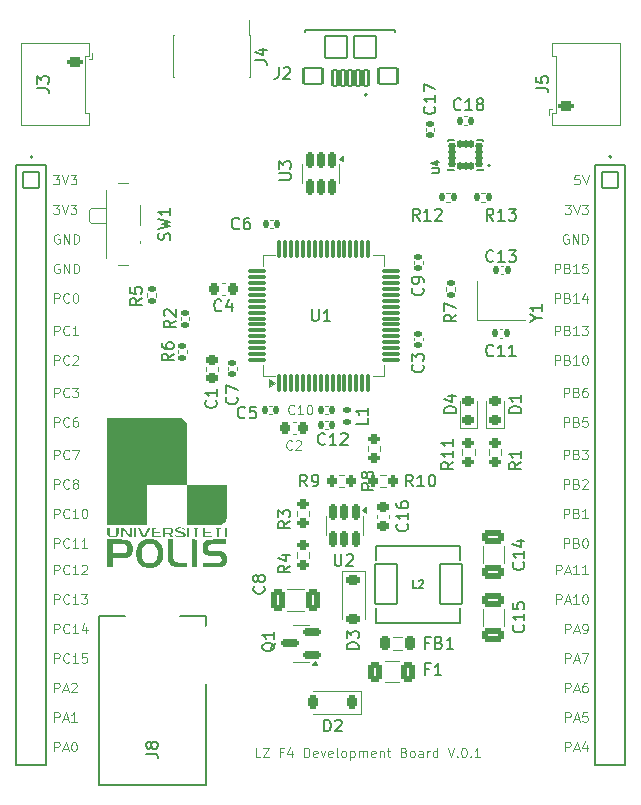
<source format=gto>
%TF.GenerationSoftware,KiCad,Pcbnew,8.0.5*%
%TF.CreationDate,2024-11-09T23:36:57+01:00*%
%TF.ProjectId,STM32 Development Board,53544d33-3220-4446-9576-656c6f706d65,rev?*%
%TF.SameCoordinates,Original*%
%TF.FileFunction,Legend,Top*%
%TF.FilePolarity,Positive*%
%FSLAX46Y46*%
G04 Gerber Fmt 4.6, Leading zero omitted, Abs format (unit mm)*
G04 Created by KiCad (PCBNEW 8.0.5) date 2024-11-09 23:36:57*
%MOMM*%
%LPD*%
G01*
G04 APERTURE LIST*
G04 Aperture macros list*
%AMRoundRect*
0 Rectangle with rounded corners*
0 $1 Rounding radius*
0 $2 $3 $4 $5 $6 $7 $8 $9 X,Y pos of 4 corners*
0 Add a 4 corners polygon primitive as box body*
4,1,4,$2,$3,$4,$5,$6,$7,$8,$9,$2,$3,0*
0 Add four circle primitives for the rounded corners*
1,1,$1+$1,$2,$3*
1,1,$1+$1,$4,$5*
1,1,$1+$1,$6,$7*
1,1,$1+$1,$8,$9*
0 Add four rect primitives between the rounded corners*
20,1,$1+$1,$2,$3,$4,$5,0*
20,1,$1+$1,$4,$5,$6,$7,0*
20,1,$1+$1,$6,$7,$8,$9,0*
20,1,$1+$1,$8,$9,$2,$3,0*%
G04 Aperture macros list end*
%ADD10C,0.100000*%
%ADD11C,0.150000*%
%ADD12C,0.127000*%
%ADD13C,0.200000*%
%ADD14C,0.120000*%
%ADD15C,0.000000*%
%ADD16RoundRect,0.102000X0.200000X0.675000X-0.200000X0.675000X-0.200000X-0.675000X0.200000X-0.675000X0*%
%ADD17RoundRect,0.102000X0.800000X0.700000X-0.800000X0.700000X-0.800000X-0.700000X0.800000X-0.700000X0*%
%ADD18RoundRect,0.102000X0.950000X0.950000X-0.950000X0.950000X-0.950000X-0.950000X0.950000X-0.950000X0*%
%ADD19O,1.104000X2.004000*%
%ADD20RoundRect,0.225000X0.250000X-0.225000X0.250000X0.225000X-0.250000X0.225000X-0.250000X-0.225000X0*%
%ADD21RoundRect,0.250000X0.650000X-0.325000X0.650000X0.325000X-0.650000X0.325000X-0.650000X-0.325000X0*%
%ADD22RoundRect,0.140000X-0.170000X0.140000X-0.170000X-0.140000X0.170000X-0.140000X0.170000X0.140000X0*%
%ADD23RoundRect,0.102000X0.237500X0.125000X-0.237500X0.125000X-0.237500X-0.125000X0.237500X-0.125000X0*%
%ADD24RoundRect,0.102000X0.125000X0.237500X-0.125000X0.237500X-0.125000X-0.237500X0.125000X-0.237500X0*%
%ADD25RoundRect,0.135000X-0.135000X-0.185000X0.135000X-0.185000X0.135000X0.185000X-0.135000X0.185000X0*%
%ADD26RoundRect,0.225000X0.225000X0.375000X-0.225000X0.375000X-0.225000X-0.375000X0.225000X-0.375000X0*%
%ADD27RoundRect,0.102000X-0.925000X-1.700000X0.925000X-1.700000X0.925000X1.700000X-0.925000X1.700000X0*%
%ADD28RoundRect,0.200000X-0.275000X0.200000X-0.275000X-0.200000X0.275000X-0.200000X0.275000X0.200000X0*%
%ADD29RoundRect,0.140000X0.140000X0.170000X-0.140000X0.170000X-0.140000X-0.170000X0.140000X-0.170000X0*%
%ADD30RoundRect,0.225000X-0.375000X0.225000X-0.375000X-0.225000X0.375000X-0.225000X0.375000X0.225000X0*%
%ADD31RoundRect,0.135000X0.135000X0.185000X-0.135000X0.185000X-0.135000X-0.185000X0.135000X-0.185000X0*%
%ADD32RoundRect,0.225000X0.225000X0.250000X-0.225000X0.250000X-0.225000X-0.250000X0.225000X-0.250000X0*%
%ADD33RoundRect,0.140000X0.170000X-0.140000X0.170000X0.140000X-0.170000X0.140000X-0.170000X-0.140000X0*%
%ADD34O,1.300000X0.800000*%
%ADD35RoundRect,0.200000X0.450000X-0.200000X0.450000X0.200000X-0.450000X0.200000X-0.450000X-0.200000X0*%
%ADD36RoundRect,0.200000X0.275000X-0.200000X0.275000X0.200000X-0.275000X0.200000X-0.275000X-0.200000X0*%
%ADD37R,1.400000X1.200000*%
%ADD38RoundRect,0.218750X-0.218750X-0.381250X0.218750X-0.381250X0.218750X0.381250X-0.218750X0.381250X0*%
%ADD39O,2.554000X4.904000*%
%ADD40O,4.204000X2.204000*%
%ADD41RoundRect,0.135000X-0.185000X0.135000X-0.185000X-0.135000X0.185000X-0.135000X0.185000X0.135000X0*%
%ADD42RoundRect,0.200000X-0.200000X-0.275000X0.200000X-0.275000X0.200000X0.275000X-0.200000X0.275000X0*%
%ADD43RoundRect,0.150000X-0.150000X0.512500X-0.150000X-0.512500X0.150000X-0.512500X0.150000X0.512500X0*%
%ADD44RoundRect,0.102000X-0.685000X0.685000X-0.685000X-0.685000X0.685000X-0.685000X0.685000X0.685000X0*%
%ADD45C,1.574000*%
%ADD46RoundRect,0.150000X0.587500X0.150000X-0.587500X0.150000X-0.587500X-0.150000X0.587500X-0.150000X0*%
%ADD47RoundRect,0.250000X0.325000X0.650000X-0.325000X0.650000X-0.325000X-0.650000X0.325000X-0.650000X0*%
%ADD48R,0.740000X2.400000*%
%ADD49RoundRect,0.250000X-0.650000X0.325000X-0.650000X-0.325000X0.650000X-0.325000X0.650000X0.325000X0*%
%ADD50RoundRect,0.225000X-0.250000X0.225000X-0.250000X-0.225000X0.250000X-0.225000X0.250000X0.225000X0*%
%ADD51R,0.800000X1.000000*%
%ADD52C,0.900000*%
%ADD53R,1.500000X0.700000*%
%ADD54RoundRect,0.218750X0.256250X-0.218750X0.256250X0.218750X-0.256250X0.218750X-0.256250X-0.218750X0*%
%ADD55RoundRect,0.250000X0.375000X0.625000X-0.375000X0.625000X-0.375000X-0.625000X0.375000X-0.625000X0*%
%ADD56RoundRect,0.135000X0.185000X-0.135000X0.185000X0.135000X-0.185000X0.135000X-0.185000X-0.135000X0*%
%ADD57RoundRect,0.140000X-0.140000X-0.170000X0.140000X-0.170000X0.140000X0.170000X-0.140000X0.170000X0*%
%ADD58RoundRect,0.200000X-0.450000X0.200000X-0.450000X-0.200000X0.450000X-0.200000X0.450000X0.200000X0*%
%ADD59RoundRect,0.075000X0.075000X-0.700000X0.075000X0.700000X-0.075000X0.700000X-0.075000X-0.700000X0*%
%ADD60RoundRect,0.075000X0.700000X-0.075000X0.700000X0.075000X-0.700000X0.075000X-0.700000X-0.075000X0*%
%ADD61RoundRect,0.147500X0.172500X-0.147500X0.172500X0.147500X-0.172500X0.147500X-0.172500X-0.147500X0*%
G04 APERTURE END LIST*
D10*
X75934836Y-83884990D02*
X75858646Y-83846895D01*
X75858646Y-83846895D02*
X75744360Y-83846895D01*
X75744360Y-83846895D02*
X75630074Y-83884990D01*
X75630074Y-83884990D02*
X75553884Y-83961180D01*
X75553884Y-83961180D02*
X75515789Y-84037371D01*
X75515789Y-84037371D02*
X75477693Y-84189752D01*
X75477693Y-84189752D02*
X75477693Y-84304038D01*
X75477693Y-84304038D02*
X75515789Y-84456419D01*
X75515789Y-84456419D02*
X75553884Y-84532609D01*
X75553884Y-84532609D02*
X75630074Y-84608800D01*
X75630074Y-84608800D02*
X75744360Y-84646895D01*
X75744360Y-84646895D02*
X75820551Y-84646895D01*
X75820551Y-84646895D02*
X75934836Y-84608800D01*
X75934836Y-84608800D02*
X75972932Y-84570704D01*
X75972932Y-84570704D02*
X75972932Y-84304038D01*
X75972932Y-84304038D02*
X75820551Y-84304038D01*
X76315789Y-84646895D02*
X76315789Y-83846895D01*
X76315789Y-83846895D02*
X76772932Y-84646895D01*
X76772932Y-84646895D02*
X76772932Y-83846895D01*
X77153884Y-84646895D02*
X77153884Y-83846895D01*
X77153884Y-83846895D02*
X77344360Y-83846895D01*
X77344360Y-83846895D02*
X77458646Y-83884990D01*
X77458646Y-83884990D02*
X77534836Y-83961180D01*
X77534836Y-83961180D02*
X77572931Y-84037371D01*
X77572931Y-84037371D02*
X77611027Y-84189752D01*
X77611027Y-84189752D02*
X77611027Y-84304038D01*
X77611027Y-84304038D02*
X77572931Y-84456419D01*
X77572931Y-84456419D02*
X77534836Y-84532609D01*
X77534836Y-84532609D02*
X77458646Y-84608800D01*
X77458646Y-84608800D02*
X77344360Y-84646895D01*
X77344360Y-84646895D02*
X77153884Y-84646895D01*
X74830074Y-87146895D02*
X74830074Y-86346895D01*
X74830074Y-86346895D02*
X75134836Y-86346895D01*
X75134836Y-86346895D02*
X75211026Y-86384990D01*
X75211026Y-86384990D02*
X75249121Y-86423085D01*
X75249121Y-86423085D02*
X75287217Y-86499276D01*
X75287217Y-86499276D02*
X75287217Y-86613561D01*
X75287217Y-86613561D02*
X75249121Y-86689752D01*
X75249121Y-86689752D02*
X75211026Y-86727847D01*
X75211026Y-86727847D02*
X75134836Y-86765942D01*
X75134836Y-86765942D02*
X74830074Y-86765942D01*
X75896740Y-86727847D02*
X76011026Y-86765942D01*
X76011026Y-86765942D02*
X76049121Y-86804038D01*
X76049121Y-86804038D02*
X76087217Y-86880228D01*
X76087217Y-86880228D02*
X76087217Y-86994514D01*
X76087217Y-86994514D02*
X76049121Y-87070704D01*
X76049121Y-87070704D02*
X76011026Y-87108800D01*
X76011026Y-87108800D02*
X75934836Y-87146895D01*
X75934836Y-87146895D02*
X75630074Y-87146895D01*
X75630074Y-87146895D02*
X75630074Y-86346895D01*
X75630074Y-86346895D02*
X75896740Y-86346895D01*
X75896740Y-86346895D02*
X75972931Y-86384990D01*
X75972931Y-86384990D02*
X76011026Y-86423085D01*
X76011026Y-86423085D02*
X76049121Y-86499276D01*
X76049121Y-86499276D02*
X76049121Y-86575466D01*
X76049121Y-86575466D02*
X76011026Y-86651657D01*
X76011026Y-86651657D02*
X75972931Y-86689752D01*
X75972931Y-86689752D02*
X75896740Y-86727847D01*
X75896740Y-86727847D02*
X75630074Y-86727847D01*
X76849121Y-87146895D02*
X76391978Y-87146895D01*
X76620550Y-87146895D02*
X76620550Y-86346895D01*
X76620550Y-86346895D02*
X76544359Y-86461180D01*
X76544359Y-86461180D02*
X76468169Y-86537371D01*
X76468169Y-86537371D02*
X76391978Y-86575466D01*
X77572931Y-86346895D02*
X77191979Y-86346895D01*
X77191979Y-86346895D02*
X77153883Y-86727847D01*
X77153883Y-86727847D02*
X77191979Y-86689752D01*
X77191979Y-86689752D02*
X77268169Y-86651657D01*
X77268169Y-86651657D02*
X77458645Y-86651657D01*
X77458645Y-86651657D02*
X77534836Y-86689752D01*
X77534836Y-86689752D02*
X77572931Y-86727847D01*
X77572931Y-86727847D02*
X77611026Y-86804038D01*
X77611026Y-86804038D02*
X77611026Y-86994514D01*
X77611026Y-86994514D02*
X77572931Y-87070704D01*
X77572931Y-87070704D02*
X77534836Y-87108800D01*
X77534836Y-87108800D02*
X77458645Y-87146895D01*
X77458645Y-87146895D02*
X77268169Y-87146895D01*
X77268169Y-87146895D02*
X77191979Y-87108800D01*
X77191979Y-87108800D02*
X77153883Y-87070704D01*
X76887217Y-78846895D02*
X76506265Y-78846895D01*
X76506265Y-78846895D02*
X76468169Y-79227847D01*
X76468169Y-79227847D02*
X76506265Y-79189752D01*
X76506265Y-79189752D02*
X76582455Y-79151657D01*
X76582455Y-79151657D02*
X76772931Y-79151657D01*
X76772931Y-79151657D02*
X76849122Y-79189752D01*
X76849122Y-79189752D02*
X76887217Y-79227847D01*
X76887217Y-79227847D02*
X76925312Y-79304038D01*
X76925312Y-79304038D02*
X76925312Y-79494514D01*
X76925312Y-79494514D02*
X76887217Y-79570704D01*
X76887217Y-79570704D02*
X76849122Y-79608800D01*
X76849122Y-79608800D02*
X76772931Y-79646895D01*
X76772931Y-79646895D02*
X76582455Y-79646895D01*
X76582455Y-79646895D02*
X76506265Y-79608800D01*
X76506265Y-79608800D02*
X76468169Y-79570704D01*
X77153884Y-78846895D02*
X77420551Y-79646895D01*
X77420551Y-79646895D02*
X77687217Y-78846895D01*
X75706265Y-125146895D02*
X75706265Y-124346895D01*
X75706265Y-124346895D02*
X76011027Y-124346895D01*
X76011027Y-124346895D02*
X76087217Y-124384990D01*
X76087217Y-124384990D02*
X76125312Y-124423085D01*
X76125312Y-124423085D02*
X76163408Y-124499276D01*
X76163408Y-124499276D02*
X76163408Y-124613561D01*
X76163408Y-124613561D02*
X76125312Y-124689752D01*
X76125312Y-124689752D02*
X76087217Y-124727847D01*
X76087217Y-124727847D02*
X76011027Y-124765942D01*
X76011027Y-124765942D02*
X75706265Y-124765942D01*
X76468169Y-124918323D02*
X76849122Y-124918323D01*
X76391979Y-125146895D02*
X76658646Y-124346895D01*
X76658646Y-124346895D02*
X76925312Y-125146895D01*
X77572931Y-124346895D02*
X77191979Y-124346895D01*
X77191979Y-124346895D02*
X77153883Y-124727847D01*
X77153883Y-124727847D02*
X77191979Y-124689752D01*
X77191979Y-124689752D02*
X77268169Y-124651657D01*
X77268169Y-124651657D02*
X77458645Y-124651657D01*
X77458645Y-124651657D02*
X77534836Y-124689752D01*
X77534836Y-124689752D02*
X77572931Y-124727847D01*
X77572931Y-124727847D02*
X77611026Y-124804038D01*
X77611026Y-124804038D02*
X77611026Y-124994514D01*
X77611026Y-124994514D02*
X77572931Y-125070704D01*
X77572931Y-125070704D02*
X77534836Y-125108800D01*
X77534836Y-125108800D02*
X77458645Y-125146895D01*
X77458645Y-125146895D02*
X77268169Y-125146895D01*
X77268169Y-125146895D02*
X77191979Y-125108800D01*
X77191979Y-125108800D02*
X77153883Y-125070704D01*
X75706265Y-127646895D02*
X75706265Y-126846895D01*
X75706265Y-126846895D02*
X76011027Y-126846895D01*
X76011027Y-126846895D02*
X76087217Y-126884990D01*
X76087217Y-126884990D02*
X76125312Y-126923085D01*
X76125312Y-126923085D02*
X76163408Y-126999276D01*
X76163408Y-126999276D02*
X76163408Y-127113561D01*
X76163408Y-127113561D02*
X76125312Y-127189752D01*
X76125312Y-127189752D02*
X76087217Y-127227847D01*
X76087217Y-127227847D02*
X76011027Y-127265942D01*
X76011027Y-127265942D02*
X75706265Y-127265942D01*
X76468169Y-127418323D02*
X76849122Y-127418323D01*
X76391979Y-127646895D02*
X76658646Y-126846895D01*
X76658646Y-126846895D02*
X76925312Y-127646895D01*
X77534836Y-127113561D02*
X77534836Y-127646895D01*
X77344360Y-126808800D02*
X77153883Y-127380228D01*
X77153883Y-127380228D02*
X77649122Y-127380228D01*
X75706265Y-122646895D02*
X75706265Y-121846895D01*
X75706265Y-121846895D02*
X76011027Y-121846895D01*
X76011027Y-121846895D02*
X76087217Y-121884990D01*
X76087217Y-121884990D02*
X76125312Y-121923085D01*
X76125312Y-121923085D02*
X76163408Y-121999276D01*
X76163408Y-121999276D02*
X76163408Y-122113561D01*
X76163408Y-122113561D02*
X76125312Y-122189752D01*
X76125312Y-122189752D02*
X76087217Y-122227847D01*
X76087217Y-122227847D02*
X76011027Y-122265942D01*
X76011027Y-122265942D02*
X75706265Y-122265942D01*
X76468169Y-122418323D02*
X76849122Y-122418323D01*
X76391979Y-122646895D02*
X76658646Y-121846895D01*
X76658646Y-121846895D02*
X76925312Y-122646895D01*
X77534836Y-121846895D02*
X77382455Y-121846895D01*
X77382455Y-121846895D02*
X77306264Y-121884990D01*
X77306264Y-121884990D02*
X77268169Y-121923085D01*
X77268169Y-121923085D02*
X77191979Y-122037371D01*
X77191979Y-122037371D02*
X77153883Y-122189752D01*
X77153883Y-122189752D02*
X77153883Y-122494514D01*
X77153883Y-122494514D02*
X77191979Y-122570704D01*
X77191979Y-122570704D02*
X77230074Y-122608800D01*
X77230074Y-122608800D02*
X77306264Y-122646895D01*
X77306264Y-122646895D02*
X77458645Y-122646895D01*
X77458645Y-122646895D02*
X77534836Y-122608800D01*
X77534836Y-122608800D02*
X77572931Y-122570704D01*
X77572931Y-122570704D02*
X77611026Y-122494514D01*
X77611026Y-122494514D02*
X77611026Y-122304038D01*
X77611026Y-122304038D02*
X77572931Y-122227847D01*
X77572931Y-122227847D02*
X77534836Y-122189752D01*
X77534836Y-122189752D02*
X77458645Y-122151657D01*
X77458645Y-122151657D02*
X77306264Y-122151657D01*
X77306264Y-122151657D02*
X77230074Y-122189752D01*
X77230074Y-122189752D02*
X77191979Y-122227847D01*
X77191979Y-122227847D02*
X77153883Y-122304038D01*
X74944360Y-115146895D02*
X74944360Y-114346895D01*
X74944360Y-114346895D02*
X75249122Y-114346895D01*
X75249122Y-114346895D02*
X75325312Y-114384990D01*
X75325312Y-114384990D02*
X75363407Y-114423085D01*
X75363407Y-114423085D02*
X75401503Y-114499276D01*
X75401503Y-114499276D02*
X75401503Y-114613561D01*
X75401503Y-114613561D02*
X75363407Y-114689752D01*
X75363407Y-114689752D02*
X75325312Y-114727847D01*
X75325312Y-114727847D02*
X75249122Y-114765942D01*
X75249122Y-114765942D02*
X74944360Y-114765942D01*
X75706264Y-114918323D02*
X76087217Y-114918323D01*
X75630074Y-115146895D02*
X75896741Y-114346895D01*
X75896741Y-114346895D02*
X76163407Y-115146895D01*
X76849121Y-115146895D02*
X76391978Y-115146895D01*
X76620550Y-115146895D02*
X76620550Y-114346895D01*
X76620550Y-114346895D02*
X76544359Y-114461180D01*
X76544359Y-114461180D02*
X76468169Y-114537371D01*
X76468169Y-114537371D02*
X76391978Y-114575466D01*
X77344360Y-114346895D02*
X77420550Y-114346895D01*
X77420550Y-114346895D02*
X77496741Y-114384990D01*
X77496741Y-114384990D02*
X77534836Y-114423085D01*
X77534836Y-114423085D02*
X77572931Y-114499276D01*
X77572931Y-114499276D02*
X77611026Y-114651657D01*
X77611026Y-114651657D02*
X77611026Y-114842133D01*
X77611026Y-114842133D02*
X77572931Y-114994514D01*
X77572931Y-114994514D02*
X77534836Y-115070704D01*
X77534836Y-115070704D02*
X77496741Y-115108800D01*
X77496741Y-115108800D02*
X77420550Y-115146895D01*
X77420550Y-115146895D02*
X77344360Y-115146895D01*
X77344360Y-115146895D02*
X77268169Y-115108800D01*
X77268169Y-115108800D02*
X77230074Y-115070704D01*
X77230074Y-115070704D02*
X77191979Y-114994514D01*
X77191979Y-114994514D02*
X77153883Y-114842133D01*
X77153883Y-114842133D02*
X77153883Y-114651657D01*
X77153883Y-114651657D02*
X77191979Y-114499276D01*
X77191979Y-114499276D02*
X77230074Y-114423085D01*
X77230074Y-114423085D02*
X77268169Y-114384990D01*
X77268169Y-114384990D02*
X77344360Y-114346895D01*
X75706265Y-117646895D02*
X75706265Y-116846895D01*
X75706265Y-116846895D02*
X76011027Y-116846895D01*
X76011027Y-116846895D02*
X76087217Y-116884990D01*
X76087217Y-116884990D02*
X76125312Y-116923085D01*
X76125312Y-116923085D02*
X76163408Y-116999276D01*
X76163408Y-116999276D02*
X76163408Y-117113561D01*
X76163408Y-117113561D02*
X76125312Y-117189752D01*
X76125312Y-117189752D02*
X76087217Y-117227847D01*
X76087217Y-117227847D02*
X76011027Y-117265942D01*
X76011027Y-117265942D02*
X75706265Y-117265942D01*
X76468169Y-117418323D02*
X76849122Y-117418323D01*
X76391979Y-117646895D02*
X76658646Y-116846895D01*
X76658646Y-116846895D02*
X76925312Y-117646895D01*
X77230074Y-117646895D02*
X77382455Y-117646895D01*
X77382455Y-117646895D02*
X77458645Y-117608800D01*
X77458645Y-117608800D02*
X77496741Y-117570704D01*
X77496741Y-117570704D02*
X77572931Y-117456419D01*
X77572931Y-117456419D02*
X77611026Y-117304038D01*
X77611026Y-117304038D02*
X77611026Y-116999276D01*
X77611026Y-116999276D02*
X77572931Y-116923085D01*
X77572931Y-116923085D02*
X77534836Y-116884990D01*
X77534836Y-116884990D02*
X77458645Y-116846895D01*
X77458645Y-116846895D02*
X77306264Y-116846895D01*
X77306264Y-116846895D02*
X77230074Y-116884990D01*
X77230074Y-116884990D02*
X77191979Y-116923085D01*
X77191979Y-116923085D02*
X77153883Y-116999276D01*
X77153883Y-116999276D02*
X77153883Y-117189752D01*
X77153883Y-117189752D02*
X77191979Y-117265942D01*
X77191979Y-117265942D02*
X77230074Y-117304038D01*
X77230074Y-117304038D02*
X77306264Y-117342133D01*
X77306264Y-117342133D02*
X77458645Y-117342133D01*
X77458645Y-117342133D02*
X77534836Y-117304038D01*
X77534836Y-117304038D02*
X77572931Y-117265942D01*
X77572931Y-117265942D02*
X77611026Y-117189752D01*
X75591979Y-107896895D02*
X75591979Y-107096895D01*
X75591979Y-107096895D02*
X75896741Y-107096895D01*
X75896741Y-107096895D02*
X75972931Y-107134990D01*
X75972931Y-107134990D02*
X76011026Y-107173085D01*
X76011026Y-107173085D02*
X76049122Y-107249276D01*
X76049122Y-107249276D02*
X76049122Y-107363561D01*
X76049122Y-107363561D02*
X76011026Y-107439752D01*
X76011026Y-107439752D02*
X75972931Y-107477847D01*
X75972931Y-107477847D02*
X75896741Y-107515942D01*
X75896741Y-107515942D02*
X75591979Y-107515942D01*
X76658645Y-107477847D02*
X76772931Y-107515942D01*
X76772931Y-107515942D02*
X76811026Y-107554038D01*
X76811026Y-107554038D02*
X76849122Y-107630228D01*
X76849122Y-107630228D02*
X76849122Y-107744514D01*
X76849122Y-107744514D02*
X76811026Y-107820704D01*
X76811026Y-107820704D02*
X76772931Y-107858800D01*
X76772931Y-107858800D02*
X76696741Y-107896895D01*
X76696741Y-107896895D02*
X76391979Y-107896895D01*
X76391979Y-107896895D02*
X76391979Y-107096895D01*
X76391979Y-107096895D02*
X76658645Y-107096895D01*
X76658645Y-107096895D02*
X76734836Y-107134990D01*
X76734836Y-107134990D02*
X76772931Y-107173085D01*
X76772931Y-107173085D02*
X76811026Y-107249276D01*
X76811026Y-107249276D02*
X76811026Y-107325466D01*
X76811026Y-107325466D02*
X76772931Y-107401657D01*
X76772931Y-107401657D02*
X76734836Y-107439752D01*
X76734836Y-107439752D02*
X76658645Y-107477847D01*
X76658645Y-107477847D02*
X76391979Y-107477847D01*
X77611026Y-107896895D02*
X77153883Y-107896895D01*
X77382455Y-107896895D02*
X77382455Y-107096895D01*
X77382455Y-107096895D02*
X77306264Y-107211180D01*
X77306264Y-107211180D02*
X77230074Y-107287371D01*
X77230074Y-107287371D02*
X77153883Y-107325466D01*
X74944360Y-112646895D02*
X74944360Y-111846895D01*
X74944360Y-111846895D02*
X75249122Y-111846895D01*
X75249122Y-111846895D02*
X75325312Y-111884990D01*
X75325312Y-111884990D02*
X75363407Y-111923085D01*
X75363407Y-111923085D02*
X75401503Y-111999276D01*
X75401503Y-111999276D02*
X75401503Y-112113561D01*
X75401503Y-112113561D02*
X75363407Y-112189752D01*
X75363407Y-112189752D02*
X75325312Y-112227847D01*
X75325312Y-112227847D02*
X75249122Y-112265942D01*
X75249122Y-112265942D02*
X74944360Y-112265942D01*
X75706264Y-112418323D02*
X76087217Y-112418323D01*
X75630074Y-112646895D02*
X75896741Y-111846895D01*
X75896741Y-111846895D02*
X76163407Y-112646895D01*
X76849121Y-112646895D02*
X76391978Y-112646895D01*
X76620550Y-112646895D02*
X76620550Y-111846895D01*
X76620550Y-111846895D02*
X76544359Y-111961180D01*
X76544359Y-111961180D02*
X76468169Y-112037371D01*
X76468169Y-112037371D02*
X76391978Y-112075466D01*
X77611026Y-112646895D02*
X77153883Y-112646895D01*
X77382455Y-112646895D02*
X77382455Y-111846895D01*
X77382455Y-111846895D02*
X77306264Y-111961180D01*
X77306264Y-111961180D02*
X77230074Y-112037371D01*
X77230074Y-112037371D02*
X77153883Y-112075466D01*
X75706265Y-120146895D02*
X75706265Y-119346895D01*
X75706265Y-119346895D02*
X76011027Y-119346895D01*
X76011027Y-119346895D02*
X76087217Y-119384990D01*
X76087217Y-119384990D02*
X76125312Y-119423085D01*
X76125312Y-119423085D02*
X76163408Y-119499276D01*
X76163408Y-119499276D02*
X76163408Y-119613561D01*
X76163408Y-119613561D02*
X76125312Y-119689752D01*
X76125312Y-119689752D02*
X76087217Y-119727847D01*
X76087217Y-119727847D02*
X76011027Y-119765942D01*
X76011027Y-119765942D02*
X75706265Y-119765942D01*
X76468169Y-119918323D02*
X76849122Y-119918323D01*
X76391979Y-120146895D02*
X76658646Y-119346895D01*
X76658646Y-119346895D02*
X76925312Y-120146895D01*
X77115788Y-119346895D02*
X77649122Y-119346895D01*
X77649122Y-119346895D02*
X77306264Y-120146895D01*
X75591979Y-102896895D02*
X75591979Y-102096895D01*
X75591979Y-102096895D02*
X75896741Y-102096895D01*
X75896741Y-102096895D02*
X75972931Y-102134990D01*
X75972931Y-102134990D02*
X76011026Y-102173085D01*
X76011026Y-102173085D02*
X76049122Y-102249276D01*
X76049122Y-102249276D02*
X76049122Y-102363561D01*
X76049122Y-102363561D02*
X76011026Y-102439752D01*
X76011026Y-102439752D02*
X75972931Y-102477847D01*
X75972931Y-102477847D02*
X75896741Y-102515942D01*
X75896741Y-102515942D02*
X75591979Y-102515942D01*
X76658645Y-102477847D02*
X76772931Y-102515942D01*
X76772931Y-102515942D02*
X76811026Y-102554038D01*
X76811026Y-102554038D02*
X76849122Y-102630228D01*
X76849122Y-102630228D02*
X76849122Y-102744514D01*
X76849122Y-102744514D02*
X76811026Y-102820704D01*
X76811026Y-102820704D02*
X76772931Y-102858800D01*
X76772931Y-102858800D02*
X76696741Y-102896895D01*
X76696741Y-102896895D02*
X76391979Y-102896895D01*
X76391979Y-102896895D02*
X76391979Y-102096895D01*
X76391979Y-102096895D02*
X76658645Y-102096895D01*
X76658645Y-102096895D02*
X76734836Y-102134990D01*
X76734836Y-102134990D02*
X76772931Y-102173085D01*
X76772931Y-102173085D02*
X76811026Y-102249276D01*
X76811026Y-102249276D02*
X76811026Y-102325466D01*
X76811026Y-102325466D02*
X76772931Y-102401657D01*
X76772931Y-102401657D02*
X76734836Y-102439752D01*
X76734836Y-102439752D02*
X76658645Y-102477847D01*
X76658645Y-102477847D02*
X76391979Y-102477847D01*
X77115788Y-102096895D02*
X77611026Y-102096895D01*
X77611026Y-102096895D02*
X77344360Y-102401657D01*
X77344360Y-102401657D02*
X77458645Y-102401657D01*
X77458645Y-102401657D02*
X77534836Y-102439752D01*
X77534836Y-102439752D02*
X77572931Y-102477847D01*
X77572931Y-102477847D02*
X77611026Y-102554038D01*
X77611026Y-102554038D02*
X77611026Y-102744514D01*
X77611026Y-102744514D02*
X77572931Y-102820704D01*
X77572931Y-102820704D02*
X77534836Y-102858800D01*
X77534836Y-102858800D02*
X77458645Y-102896895D01*
X77458645Y-102896895D02*
X77230074Y-102896895D01*
X77230074Y-102896895D02*
X77153883Y-102858800D01*
X77153883Y-102858800D02*
X77115788Y-102820704D01*
X75591979Y-105396895D02*
X75591979Y-104596895D01*
X75591979Y-104596895D02*
X75896741Y-104596895D01*
X75896741Y-104596895D02*
X75972931Y-104634990D01*
X75972931Y-104634990D02*
X76011026Y-104673085D01*
X76011026Y-104673085D02*
X76049122Y-104749276D01*
X76049122Y-104749276D02*
X76049122Y-104863561D01*
X76049122Y-104863561D02*
X76011026Y-104939752D01*
X76011026Y-104939752D02*
X75972931Y-104977847D01*
X75972931Y-104977847D02*
X75896741Y-105015942D01*
X75896741Y-105015942D02*
X75591979Y-105015942D01*
X76658645Y-104977847D02*
X76772931Y-105015942D01*
X76772931Y-105015942D02*
X76811026Y-105054038D01*
X76811026Y-105054038D02*
X76849122Y-105130228D01*
X76849122Y-105130228D02*
X76849122Y-105244514D01*
X76849122Y-105244514D02*
X76811026Y-105320704D01*
X76811026Y-105320704D02*
X76772931Y-105358800D01*
X76772931Y-105358800D02*
X76696741Y-105396895D01*
X76696741Y-105396895D02*
X76391979Y-105396895D01*
X76391979Y-105396895D02*
X76391979Y-104596895D01*
X76391979Y-104596895D02*
X76658645Y-104596895D01*
X76658645Y-104596895D02*
X76734836Y-104634990D01*
X76734836Y-104634990D02*
X76772931Y-104673085D01*
X76772931Y-104673085D02*
X76811026Y-104749276D01*
X76811026Y-104749276D02*
X76811026Y-104825466D01*
X76811026Y-104825466D02*
X76772931Y-104901657D01*
X76772931Y-104901657D02*
X76734836Y-104939752D01*
X76734836Y-104939752D02*
X76658645Y-104977847D01*
X76658645Y-104977847D02*
X76391979Y-104977847D01*
X77153883Y-104673085D02*
X77191979Y-104634990D01*
X77191979Y-104634990D02*
X77268169Y-104596895D01*
X77268169Y-104596895D02*
X77458645Y-104596895D01*
X77458645Y-104596895D02*
X77534836Y-104634990D01*
X77534836Y-104634990D02*
X77572931Y-104673085D01*
X77572931Y-104673085D02*
X77611026Y-104749276D01*
X77611026Y-104749276D02*
X77611026Y-104825466D01*
X77611026Y-104825466D02*
X77572931Y-104939752D01*
X77572931Y-104939752D02*
X77115788Y-105396895D01*
X77115788Y-105396895D02*
X77611026Y-105396895D01*
X75591979Y-100146895D02*
X75591979Y-99346895D01*
X75591979Y-99346895D02*
X75896741Y-99346895D01*
X75896741Y-99346895D02*
X75972931Y-99384990D01*
X75972931Y-99384990D02*
X76011026Y-99423085D01*
X76011026Y-99423085D02*
X76049122Y-99499276D01*
X76049122Y-99499276D02*
X76049122Y-99613561D01*
X76049122Y-99613561D02*
X76011026Y-99689752D01*
X76011026Y-99689752D02*
X75972931Y-99727847D01*
X75972931Y-99727847D02*
X75896741Y-99765942D01*
X75896741Y-99765942D02*
X75591979Y-99765942D01*
X76658645Y-99727847D02*
X76772931Y-99765942D01*
X76772931Y-99765942D02*
X76811026Y-99804038D01*
X76811026Y-99804038D02*
X76849122Y-99880228D01*
X76849122Y-99880228D02*
X76849122Y-99994514D01*
X76849122Y-99994514D02*
X76811026Y-100070704D01*
X76811026Y-100070704D02*
X76772931Y-100108800D01*
X76772931Y-100108800D02*
X76696741Y-100146895D01*
X76696741Y-100146895D02*
X76391979Y-100146895D01*
X76391979Y-100146895D02*
X76391979Y-99346895D01*
X76391979Y-99346895D02*
X76658645Y-99346895D01*
X76658645Y-99346895D02*
X76734836Y-99384990D01*
X76734836Y-99384990D02*
X76772931Y-99423085D01*
X76772931Y-99423085D02*
X76811026Y-99499276D01*
X76811026Y-99499276D02*
X76811026Y-99575466D01*
X76811026Y-99575466D02*
X76772931Y-99651657D01*
X76772931Y-99651657D02*
X76734836Y-99689752D01*
X76734836Y-99689752D02*
X76658645Y-99727847D01*
X76658645Y-99727847D02*
X76391979Y-99727847D01*
X77572931Y-99346895D02*
X77191979Y-99346895D01*
X77191979Y-99346895D02*
X77153883Y-99727847D01*
X77153883Y-99727847D02*
X77191979Y-99689752D01*
X77191979Y-99689752D02*
X77268169Y-99651657D01*
X77268169Y-99651657D02*
X77458645Y-99651657D01*
X77458645Y-99651657D02*
X77534836Y-99689752D01*
X77534836Y-99689752D02*
X77572931Y-99727847D01*
X77572931Y-99727847D02*
X77611026Y-99804038D01*
X77611026Y-99804038D02*
X77611026Y-99994514D01*
X77611026Y-99994514D02*
X77572931Y-100070704D01*
X77572931Y-100070704D02*
X77534836Y-100108800D01*
X77534836Y-100108800D02*
X77458645Y-100146895D01*
X77458645Y-100146895D02*
X77268169Y-100146895D01*
X77268169Y-100146895D02*
X77191979Y-100108800D01*
X77191979Y-100108800D02*
X77153883Y-100070704D01*
X74830074Y-92396895D02*
X74830074Y-91596895D01*
X74830074Y-91596895D02*
X75134836Y-91596895D01*
X75134836Y-91596895D02*
X75211026Y-91634990D01*
X75211026Y-91634990D02*
X75249121Y-91673085D01*
X75249121Y-91673085D02*
X75287217Y-91749276D01*
X75287217Y-91749276D02*
X75287217Y-91863561D01*
X75287217Y-91863561D02*
X75249121Y-91939752D01*
X75249121Y-91939752D02*
X75211026Y-91977847D01*
X75211026Y-91977847D02*
X75134836Y-92015942D01*
X75134836Y-92015942D02*
X74830074Y-92015942D01*
X75896740Y-91977847D02*
X76011026Y-92015942D01*
X76011026Y-92015942D02*
X76049121Y-92054038D01*
X76049121Y-92054038D02*
X76087217Y-92130228D01*
X76087217Y-92130228D02*
X76087217Y-92244514D01*
X76087217Y-92244514D02*
X76049121Y-92320704D01*
X76049121Y-92320704D02*
X76011026Y-92358800D01*
X76011026Y-92358800D02*
X75934836Y-92396895D01*
X75934836Y-92396895D02*
X75630074Y-92396895D01*
X75630074Y-92396895D02*
X75630074Y-91596895D01*
X75630074Y-91596895D02*
X75896740Y-91596895D01*
X75896740Y-91596895D02*
X75972931Y-91634990D01*
X75972931Y-91634990D02*
X76011026Y-91673085D01*
X76011026Y-91673085D02*
X76049121Y-91749276D01*
X76049121Y-91749276D02*
X76049121Y-91825466D01*
X76049121Y-91825466D02*
X76011026Y-91901657D01*
X76011026Y-91901657D02*
X75972931Y-91939752D01*
X75972931Y-91939752D02*
X75896740Y-91977847D01*
X75896740Y-91977847D02*
X75630074Y-91977847D01*
X76849121Y-92396895D02*
X76391978Y-92396895D01*
X76620550Y-92396895D02*
X76620550Y-91596895D01*
X76620550Y-91596895D02*
X76544359Y-91711180D01*
X76544359Y-91711180D02*
X76468169Y-91787371D01*
X76468169Y-91787371D02*
X76391978Y-91825466D01*
X77115788Y-91596895D02*
X77611026Y-91596895D01*
X77611026Y-91596895D02*
X77344360Y-91901657D01*
X77344360Y-91901657D02*
X77458645Y-91901657D01*
X77458645Y-91901657D02*
X77534836Y-91939752D01*
X77534836Y-91939752D02*
X77572931Y-91977847D01*
X77572931Y-91977847D02*
X77611026Y-92054038D01*
X77611026Y-92054038D02*
X77611026Y-92244514D01*
X77611026Y-92244514D02*
X77572931Y-92320704D01*
X77572931Y-92320704D02*
X77534836Y-92358800D01*
X77534836Y-92358800D02*
X77458645Y-92396895D01*
X77458645Y-92396895D02*
X77230074Y-92396895D01*
X77230074Y-92396895D02*
X77153883Y-92358800D01*
X77153883Y-92358800D02*
X77115788Y-92320704D01*
X75591979Y-110396895D02*
X75591979Y-109596895D01*
X75591979Y-109596895D02*
X75896741Y-109596895D01*
X75896741Y-109596895D02*
X75972931Y-109634990D01*
X75972931Y-109634990D02*
X76011026Y-109673085D01*
X76011026Y-109673085D02*
X76049122Y-109749276D01*
X76049122Y-109749276D02*
X76049122Y-109863561D01*
X76049122Y-109863561D02*
X76011026Y-109939752D01*
X76011026Y-109939752D02*
X75972931Y-109977847D01*
X75972931Y-109977847D02*
X75896741Y-110015942D01*
X75896741Y-110015942D02*
X75591979Y-110015942D01*
X76658645Y-109977847D02*
X76772931Y-110015942D01*
X76772931Y-110015942D02*
X76811026Y-110054038D01*
X76811026Y-110054038D02*
X76849122Y-110130228D01*
X76849122Y-110130228D02*
X76849122Y-110244514D01*
X76849122Y-110244514D02*
X76811026Y-110320704D01*
X76811026Y-110320704D02*
X76772931Y-110358800D01*
X76772931Y-110358800D02*
X76696741Y-110396895D01*
X76696741Y-110396895D02*
X76391979Y-110396895D01*
X76391979Y-110396895D02*
X76391979Y-109596895D01*
X76391979Y-109596895D02*
X76658645Y-109596895D01*
X76658645Y-109596895D02*
X76734836Y-109634990D01*
X76734836Y-109634990D02*
X76772931Y-109673085D01*
X76772931Y-109673085D02*
X76811026Y-109749276D01*
X76811026Y-109749276D02*
X76811026Y-109825466D01*
X76811026Y-109825466D02*
X76772931Y-109901657D01*
X76772931Y-109901657D02*
X76734836Y-109939752D01*
X76734836Y-109939752D02*
X76658645Y-109977847D01*
X76658645Y-109977847D02*
X76391979Y-109977847D01*
X77344360Y-109596895D02*
X77420550Y-109596895D01*
X77420550Y-109596895D02*
X77496741Y-109634990D01*
X77496741Y-109634990D02*
X77534836Y-109673085D01*
X77534836Y-109673085D02*
X77572931Y-109749276D01*
X77572931Y-109749276D02*
X77611026Y-109901657D01*
X77611026Y-109901657D02*
X77611026Y-110092133D01*
X77611026Y-110092133D02*
X77572931Y-110244514D01*
X77572931Y-110244514D02*
X77534836Y-110320704D01*
X77534836Y-110320704D02*
X77496741Y-110358800D01*
X77496741Y-110358800D02*
X77420550Y-110396895D01*
X77420550Y-110396895D02*
X77344360Y-110396895D01*
X77344360Y-110396895D02*
X77268169Y-110358800D01*
X77268169Y-110358800D02*
X77230074Y-110320704D01*
X77230074Y-110320704D02*
X77191979Y-110244514D01*
X77191979Y-110244514D02*
X77153883Y-110092133D01*
X77153883Y-110092133D02*
X77153883Y-109901657D01*
X77153883Y-109901657D02*
X77191979Y-109749276D01*
X77191979Y-109749276D02*
X77230074Y-109673085D01*
X77230074Y-109673085D02*
X77268169Y-109634990D01*
X77268169Y-109634990D02*
X77344360Y-109596895D01*
X74830074Y-94896895D02*
X74830074Y-94096895D01*
X74830074Y-94096895D02*
X75134836Y-94096895D01*
X75134836Y-94096895D02*
X75211026Y-94134990D01*
X75211026Y-94134990D02*
X75249121Y-94173085D01*
X75249121Y-94173085D02*
X75287217Y-94249276D01*
X75287217Y-94249276D02*
X75287217Y-94363561D01*
X75287217Y-94363561D02*
X75249121Y-94439752D01*
X75249121Y-94439752D02*
X75211026Y-94477847D01*
X75211026Y-94477847D02*
X75134836Y-94515942D01*
X75134836Y-94515942D02*
X74830074Y-94515942D01*
X75896740Y-94477847D02*
X76011026Y-94515942D01*
X76011026Y-94515942D02*
X76049121Y-94554038D01*
X76049121Y-94554038D02*
X76087217Y-94630228D01*
X76087217Y-94630228D02*
X76087217Y-94744514D01*
X76087217Y-94744514D02*
X76049121Y-94820704D01*
X76049121Y-94820704D02*
X76011026Y-94858800D01*
X76011026Y-94858800D02*
X75934836Y-94896895D01*
X75934836Y-94896895D02*
X75630074Y-94896895D01*
X75630074Y-94896895D02*
X75630074Y-94096895D01*
X75630074Y-94096895D02*
X75896740Y-94096895D01*
X75896740Y-94096895D02*
X75972931Y-94134990D01*
X75972931Y-94134990D02*
X76011026Y-94173085D01*
X76011026Y-94173085D02*
X76049121Y-94249276D01*
X76049121Y-94249276D02*
X76049121Y-94325466D01*
X76049121Y-94325466D02*
X76011026Y-94401657D01*
X76011026Y-94401657D02*
X75972931Y-94439752D01*
X75972931Y-94439752D02*
X75896740Y-94477847D01*
X75896740Y-94477847D02*
X75630074Y-94477847D01*
X76849121Y-94896895D02*
X76391978Y-94896895D01*
X76620550Y-94896895D02*
X76620550Y-94096895D01*
X76620550Y-94096895D02*
X76544359Y-94211180D01*
X76544359Y-94211180D02*
X76468169Y-94287371D01*
X76468169Y-94287371D02*
X76391978Y-94325466D01*
X77344360Y-94096895D02*
X77420550Y-94096895D01*
X77420550Y-94096895D02*
X77496741Y-94134990D01*
X77496741Y-94134990D02*
X77534836Y-94173085D01*
X77534836Y-94173085D02*
X77572931Y-94249276D01*
X77572931Y-94249276D02*
X77611026Y-94401657D01*
X77611026Y-94401657D02*
X77611026Y-94592133D01*
X77611026Y-94592133D02*
X77572931Y-94744514D01*
X77572931Y-94744514D02*
X77534836Y-94820704D01*
X77534836Y-94820704D02*
X77496741Y-94858800D01*
X77496741Y-94858800D02*
X77420550Y-94896895D01*
X77420550Y-94896895D02*
X77344360Y-94896895D01*
X77344360Y-94896895D02*
X77268169Y-94858800D01*
X77268169Y-94858800D02*
X77230074Y-94820704D01*
X77230074Y-94820704D02*
X77191979Y-94744514D01*
X77191979Y-94744514D02*
X77153883Y-94592133D01*
X77153883Y-94592133D02*
X77153883Y-94401657D01*
X77153883Y-94401657D02*
X77191979Y-94249276D01*
X77191979Y-94249276D02*
X77230074Y-94173085D01*
X77230074Y-94173085D02*
X77268169Y-94134990D01*
X77268169Y-94134990D02*
X77344360Y-94096895D01*
X75591979Y-97646895D02*
X75591979Y-96846895D01*
X75591979Y-96846895D02*
X75896741Y-96846895D01*
X75896741Y-96846895D02*
X75972931Y-96884990D01*
X75972931Y-96884990D02*
X76011026Y-96923085D01*
X76011026Y-96923085D02*
X76049122Y-96999276D01*
X76049122Y-96999276D02*
X76049122Y-97113561D01*
X76049122Y-97113561D02*
X76011026Y-97189752D01*
X76011026Y-97189752D02*
X75972931Y-97227847D01*
X75972931Y-97227847D02*
X75896741Y-97265942D01*
X75896741Y-97265942D02*
X75591979Y-97265942D01*
X76658645Y-97227847D02*
X76772931Y-97265942D01*
X76772931Y-97265942D02*
X76811026Y-97304038D01*
X76811026Y-97304038D02*
X76849122Y-97380228D01*
X76849122Y-97380228D02*
X76849122Y-97494514D01*
X76849122Y-97494514D02*
X76811026Y-97570704D01*
X76811026Y-97570704D02*
X76772931Y-97608800D01*
X76772931Y-97608800D02*
X76696741Y-97646895D01*
X76696741Y-97646895D02*
X76391979Y-97646895D01*
X76391979Y-97646895D02*
X76391979Y-96846895D01*
X76391979Y-96846895D02*
X76658645Y-96846895D01*
X76658645Y-96846895D02*
X76734836Y-96884990D01*
X76734836Y-96884990D02*
X76772931Y-96923085D01*
X76772931Y-96923085D02*
X76811026Y-96999276D01*
X76811026Y-96999276D02*
X76811026Y-97075466D01*
X76811026Y-97075466D02*
X76772931Y-97151657D01*
X76772931Y-97151657D02*
X76734836Y-97189752D01*
X76734836Y-97189752D02*
X76658645Y-97227847D01*
X76658645Y-97227847D02*
X76391979Y-97227847D01*
X77534836Y-96846895D02*
X77382455Y-96846895D01*
X77382455Y-96846895D02*
X77306264Y-96884990D01*
X77306264Y-96884990D02*
X77268169Y-96923085D01*
X77268169Y-96923085D02*
X77191979Y-97037371D01*
X77191979Y-97037371D02*
X77153883Y-97189752D01*
X77153883Y-97189752D02*
X77153883Y-97494514D01*
X77153883Y-97494514D02*
X77191979Y-97570704D01*
X77191979Y-97570704D02*
X77230074Y-97608800D01*
X77230074Y-97608800D02*
X77306264Y-97646895D01*
X77306264Y-97646895D02*
X77458645Y-97646895D01*
X77458645Y-97646895D02*
X77534836Y-97608800D01*
X77534836Y-97608800D02*
X77572931Y-97570704D01*
X77572931Y-97570704D02*
X77611026Y-97494514D01*
X77611026Y-97494514D02*
X77611026Y-97304038D01*
X77611026Y-97304038D02*
X77572931Y-97227847D01*
X77572931Y-97227847D02*
X77534836Y-97189752D01*
X77534836Y-97189752D02*
X77458645Y-97151657D01*
X77458645Y-97151657D02*
X77306264Y-97151657D01*
X77306264Y-97151657D02*
X77230074Y-97189752D01*
X77230074Y-97189752D02*
X77191979Y-97227847D01*
X77191979Y-97227847D02*
X77153883Y-97304038D01*
X75668169Y-81346895D02*
X76163407Y-81346895D01*
X76163407Y-81346895D02*
X75896741Y-81651657D01*
X75896741Y-81651657D02*
X76011026Y-81651657D01*
X76011026Y-81651657D02*
X76087217Y-81689752D01*
X76087217Y-81689752D02*
X76125312Y-81727847D01*
X76125312Y-81727847D02*
X76163407Y-81804038D01*
X76163407Y-81804038D02*
X76163407Y-81994514D01*
X76163407Y-81994514D02*
X76125312Y-82070704D01*
X76125312Y-82070704D02*
X76087217Y-82108800D01*
X76087217Y-82108800D02*
X76011026Y-82146895D01*
X76011026Y-82146895D02*
X75782455Y-82146895D01*
X75782455Y-82146895D02*
X75706264Y-82108800D01*
X75706264Y-82108800D02*
X75668169Y-82070704D01*
X76391979Y-81346895D02*
X76658646Y-82146895D01*
X76658646Y-82146895D02*
X76925312Y-81346895D01*
X77115788Y-81346895D02*
X77611026Y-81346895D01*
X77611026Y-81346895D02*
X77344360Y-81651657D01*
X77344360Y-81651657D02*
X77458645Y-81651657D01*
X77458645Y-81651657D02*
X77534836Y-81689752D01*
X77534836Y-81689752D02*
X77572931Y-81727847D01*
X77572931Y-81727847D02*
X77611026Y-81804038D01*
X77611026Y-81804038D02*
X77611026Y-81994514D01*
X77611026Y-81994514D02*
X77572931Y-82070704D01*
X77572931Y-82070704D02*
X77534836Y-82108800D01*
X77534836Y-82108800D02*
X77458645Y-82146895D01*
X77458645Y-82146895D02*
X77230074Y-82146895D01*
X77230074Y-82146895D02*
X77153883Y-82108800D01*
X77153883Y-82108800D02*
X77115788Y-82070704D01*
X74830074Y-89646895D02*
X74830074Y-88846895D01*
X74830074Y-88846895D02*
X75134836Y-88846895D01*
X75134836Y-88846895D02*
X75211026Y-88884990D01*
X75211026Y-88884990D02*
X75249121Y-88923085D01*
X75249121Y-88923085D02*
X75287217Y-88999276D01*
X75287217Y-88999276D02*
X75287217Y-89113561D01*
X75287217Y-89113561D02*
X75249121Y-89189752D01*
X75249121Y-89189752D02*
X75211026Y-89227847D01*
X75211026Y-89227847D02*
X75134836Y-89265942D01*
X75134836Y-89265942D02*
X74830074Y-89265942D01*
X75896740Y-89227847D02*
X76011026Y-89265942D01*
X76011026Y-89265942D02*
X76049121Y-89304038D01*
X76049121Y-89304038D02*
X76087217Y-89380228D01*
X76087217Y-89380228D02*
X76087217Y-89494514D01*
X76087217Y-89494514D02*
X76049121Y-89570704D01*
X76049121Y-89570704D02*
X76011026Y-89608800D01*
X76011026Y-89608800D02*
X75934836Y-89646895D01*
X75934836Y-89646895D02*
X75630074Y-89646895D01*
X75630074Y-89646895D02*
X75630074Y-88846895D01*
X75630074Y-88846895D02*
X75896740Y-88846895D01*
X75896740Y-88846895D02*
X75972931Y-88884990D01*
X75972931Y-88884990D02*
X76011026Y-88923085D01*
X76011026Y-88923085D02*
X76049121Y-88999276D01*
X76049121Y-88999276D02*
X76049121Y-89075466D01*
X76049121Y-89075466D02*
X76011026Y-89151657D01*
X76011026Y-89151657D02*
X75972931Y-89189752D01*
X75972931Y-89189752D02*
X75896740Y-89227847D01*
X75896740Y-89227847D02*
X75630074Y-89227847D01*
X76849121Y-89646895D02*
X76391978Y-89646895D01*
X76620550Y-89646895D02*
X76620550Y-88846895D01*
X76620550Y-88846895D02*
X76544359Y-88961180D01*
X76544359Y-88961180D02*
X76468169Y-89037371D01*
X76468169Y-89037371D02*
X76391978Y-89075466D01*
X77534836Y-89113561D02*
X77534836Y-89646895D01*
X77344360Y-88808800D02*
X77153883Y-89380228D01*
X77153883Y-89380228D02*
X77649122Y-89380228D01*
X32434082Y-127646895D02*
X32434082Y-126846895D01*
X32434082Y-126846895D02*
X32738844Y-126846895D01*
X32738844Y-126846895D02*
X32815034Y-126884990D01*
X32815034Y-126884990D02*
X32853129Y-126923085D01*
X32853129Y-126923085D02*
X32891225Y-126999276D01*
X32891225Y-126999276D02*
X32891225Y-127113561D01*
X32891225Y-127113561D02*
X32853129Y-127189752D01*
X32853129Y-127189752D02*
X32815034Y-127227847D01*
X32815034Y-127227847D02*
X32738844Y-127265942D01*
X32738844Y-127265942D02*
X32434082Y-127265942D01*
X33195986Y-127418323D02*
X33576939Y-127418323D01*
X33119796Y-127646895D02*
X33386463Y-126846895D01*
X33386463Y-126846895D02*
X33653129Y-127646895D01*
X34072177Y-126846895D02*
X34148367Y-126846895D01*
X34148367Y-126846895D02*
X34224558Y-126884990D01*
X34224558Y-126884990D02*
X34262653Y-126923085D01*
X34262653Y-126923085D02*
X34300748Y-126999276D01*
X34300748Y-126999276D02*
X34338843Y-127151657D01*
X34338843Y-127151657D02*
X34338843Y-127342133D01*
X34338843Y-127342133D02*
X34300748Y-127494514D01*
X34300748Y-127494514D02*
X34262653Y-127570704D01*
X34262653Y-127570704D02*
X34224558Y-127608800D01*
X34224558Y-127608800D02*
X34148367Y-127646895D01*
X34148367Y-127646895D02*
X34072177Y-127646895D01*
X34072177Y-127646895D02*
X33995986Y-127608800D01*
X33995986Y-127608800D02*
X33957891Y-127570704D01*
X33957891Y-127570704D02*
X33919796Y-127494514D01*
X33919796Y-127494514D02*
X33881700Y-127342133D01*
X33881700Y-127342133D02*
X33881700Y-127151657D01*
X33881700Y-127151657D02*
X33919796Y-126999276D01*
X33919796Y-126999276D02*
X33957891Y-126923085D01*
X33957891Y-126923085D02*
X33995986Y-126884990D01*
X33995986Y-126884990D02*
X34072177Y-126846895D01*
X32434082Y-125146895D02*
X32434082Y-124346895D01*
X32434082Y-124346895D02*
X32738844Y-124346895D01*
X32738844Y-124346895D02*
X32815034Y-124384990D01*
X32815034Y-124384990D02*
X32853129Y-124423085D01*
X32853129Y-124423085D02*
X32891225Y-124499276D01*
X32891225Y-124499276D02*
X32891225Y-124613561D01*
X32891225Y-124613561D02*
X32853129Y-124689752D01*
X32853129Y-124689752D02*
X32815034Y-124727847D01*
X32815034Y-124727847D02*
X32738844Y-124765942D01*
X32738844Y-124765942D02*
X32434082Y-124765942D01*
X33195986Y-124918323D02*
X33576939Y-124918323D01*
X33119796Y-125146895D02*
X33386463Y-124346895D01*
X33386463Y-124346895D02*
X33653129Y-125146895D01*
X34338843Y-125146895D02*
X33881700Y-125146895D01*
X34110272Y-125146895D02*
X34110272Y-124346895D01*
X34110272Y-124346895D02*
X34034081Y-124461180D01*
X34034081Y-124461180D02*
X33957891Y-124537371D01*
X33957891Y-124537371D02*
X33881700Y-124575466D01*
X32434082Y-122646895D02*
X32434082Y-121846895D01*
X32434082Y-121846895D02*
X32738844Y-121846895D01*
X32738844Y-121846895D02*
X32815034Y-121884990D01*
X32815034Y-121884990D02*
X32853129Y-121923085D01*
X32853129Y-121923085D02*
X32891225Y-121999276D01*
X32891225Y-121999276D02*
X32891225Y-122113561D01*
X32891225Y-122113561D02*
X32853129Y-122189752D01*
X32853129Y-122189752D02*
X32815034Y-122227847D01*
X32815034Y-122227847D02*
X32738844Y-122265942D01*
X32738844Y-122265942D02*
X32434082Y-122265942D01*
X33195986Y-122418323D02*
X33576939Y-122418323D01*
X33119796Y-122646895D02*
X33386463Y-121846895D01*
X33386463Y-121846895D02*
X33653129Y-122646895D01*
X33881700Y-121923085D02*
X33919796Y-121884990D01*
X33919796Y-121884990D02*
X33995986Y-121846895D01*
X33995986Y-121846895D02*
X34186462Y-121846895D01*
X34186462Y-121846895D02*
X34262653Y-121884990D01*
X34262653Y-121884990D02*
X34300748Y-121923085D01*
X34300748Y-121923085D02*
X34338843Y-121999276D01*
X34338843Y-121999276D02*
X34338843Y-122075466D01*
X34338843Y-122075466D02*
X34300748Y-122189752D01*
X34300748Y-122189752D02*
X33843605Y-122646895D01*
X33843605Y-122646895D02*
X34338843Y-122646895D01*
X32434082Y-120146895D02*
X32434082Y-119346895D01*
X32434082Y-119346895D02*
X32738844Y-119346895D01*
X32738844Y-119346895D02*
X32815034Y-119384990D01*
X32815034Y-119384990D02*
X32853129Y-119423085D01*
X32853129Y-119423085D02*
X32891225Y-119499276D01*
X32891225Y-119499276D02*
X32891225Y-119613561D01*
X32891225Y-119613561D02*
X32853129Y-119689752D01*
X32853129Y-119689752D02*
X32815034Y-119727847D01*
X32815034Y-119727847D02*
X32738844Y-119765942D01*
X32738844Y-119765942D02*
X32434082Y-119765942D01*
X33691225Y-120070704D02*
X33653129Y-120108800D01*
X33653129Y-120108800D02*
X33538844Y-120146895D01*
X33538844Y-120146895D02*
X33462653Y-120146895D01*
X33462653Y-120146895D02*
X33348367Y-120108800D01*
X33348367Y-120108800D02*
X33272177Y-120032609D01*
X33272177Y-120032609D02*
X33234082Y-119956419D01*
X33234082Y-119956419D02*
X33195986Y-119804038D01*
X33195986Y-119804038D02*
X33195986Y-119689752D01*
X33195986Y-119689752D02*
X33234082Y-119537371D01*
X33234082Y-119537371D02*
X33272177Y-119461180D01*
X33272177Y-119461180D02*
X33348367Y-119384990D01*
X33348367Y-119384990D02*
X33462653Y-119346895D01*
X33462653Y-119346895D02*
X33538844Y-119346895D01*
X33538844Y-119346895D02*
X33653129Y-119384990D01*
X33653129Y-119384990D02*
X33691225Y-119423085D01*
X34453129Y-120146895D02*
X33995986Y-120146895D01*
X34224558Y-120146895D02*
X34224558Y-119346895D01*
X34224558Y-119346895D02*
X34148367Y-119461180D01*
X34148367Y-119461180D02*
X34072177Y-119537371D01*
X34072177Y-119537371D02*
X33995986Y-119575466D01*
X35176939Y-119346895D02*
X34795987Y-119346895D01*
X34795987Y-119346895D02*
X34757891Y-119727847D01*
X34757891Y-119727847D02*
X34795987Y-119689752D01*
X34795987Y-119689752D02*
X34872177Y-119651657D01*
X34872177Y-119651657D02*
X35062653Y-119651657D01*
X35062653Y-119651657D02*
X35138844Y-119689752D01*
X35138844Y-119689752D02*
X35176939Y-119727847D01*
X35176939Y-119727847D02*
X35215034Y-119804038D01*
X35215034Y-119804038D02*
X35215034Y-119994514D01*
X35215034Y-119994514D02*
X35176939Y-120070704D01*
X35176939Y-120070704D02*
X35138844Y-120108800D01*
X35138844Y-120108800D02*
X35062653Y-120146895D01*
X35062653Y-120146895D02*
X34872177Y-120146895D01*
X34872177Y-120146895D02*
X34795987Y-120108800D01*
X34795987Y-120108800D02*
X34757891Y-120070704D01*
X32434082Y-117646895D02*
X32434082Y-116846895D01*
X32434082Y-116846895D02*
X32738844Y-116846895D01*
X32738844Y-116846895D02*
X32815034Y-116884990D01*
X32815034Y-116884990D02*
X32853129Y-116923085D01*
X32853129Y-116923085D02*
X32891225Y-116999276D01*
X32891225Y-116999276D02*
X32891225Y-117113561D01*
X32891225Y-117113561D02*
X32853129Y-117189752D01*
X32853129Y-117189752D02*
X32815034Y-117227847D01*
X32815034Y-117227847D02*
X32738844Y-117265942D01*
X32738844Y-117265942D02*
X32434082Y-117265942D01*
X33691225Y-117570704D02*
X33653129Y-117608800D01*
X33653129Y-117608800D02*
X33538844Y-117646895D01*
X33538844Y-117646895D02*
X33462653Y-117646895D01*
X33462653Y-117646895D02*
X33348367Y-117608800D01*
X33348367Y-117608800D02*
X33272177Y-117532609D01*
X33272177Y-117532609D02*
X33234082Y-117456419D01*
X33234082Y-117456419D02*
X33195986Y-117304038D01*
X33195986Y-117304038D02*
X33195986Y-117189752D01*
X33195986Y-117189752D02*
X33234082Y-117037371D01*
X33234082Y-117037371D02*
X33272177Y-116961180D01*
X33272177Y-116961180D02*
X33348367Y-116884990D01*
X33348367Y-116884990D02*
X33462653Y-116846895D01*
X33462653Y-116846895D02*
X33538844Y-116846895D01*
X33538844Y-116846895D02*
X33653129Y-116884990D01*
X33653129Y-116884990D02*
X33691225Y-116923085D01*
X34453129Y-117646895D02*
X33995986Y-117646895D01*
X34224558Y-117646895D02*
X34224558Y-116846895D01*
X34224558Y-116846895D02*
X34148367Y-116961180D01*
X34148367Y-116961180D02*
X34072177Y-117037371D01*
X34072177Y-117037371D02*
X33995986Y-117075466D01*
X35138844Y-117113561D02*
X35138844Y-117646895D01*
X34948368Y-116808800D02*
X34757891Y-117380228D01*
X34757891Y-117380228D02*
X35253130Y-117380228D01*
X32434082Y-115146895D02*
X32434082Y-114346895D01*
X32434082Y-114346895D02*
X32738844Y-114346895D01*
X32738844Y-114346895D02*
X32815034Y-114384990D01*
X32815034Y-114384990D02*
X32853129Y-114423085D01*
X32853129Y-114423085D02*
X32891225Y-114499276D01*
X32891225Y-114499276D02*
X32891225Y-114613561D01*
X32891225Y-114613561D02*
X32853129Y-114689752D01*
X32853129Y-114689752D02*
X32815034Y-114727847D01*
X32815034Y-114727847D02*
X32738844Y-114765942D01*
X32738844Y-114765942D02*
X32434082Y-114765942D01*
X33691225Y-115070704D02*
X33653129Y-115108800D01*
X33653129Y-115108800D02*
X33538844Y-115146895D01*
X33538844Y-115146895D02*
X33462653Y-115146895D01*
X33462653Y-115146895D02*
X33348367Y-115108800D01*
X33348367Y-115108800D02*
X33272177Y-115032609D01*
X33272177Y-115032609D02*
X33234082Y-114956419D01*
X33234082Y-114956419D02*
X33195986Y-114804038D01*
X33195986Y-114804038D02*
X33195986Y-114689752D01*
X33195986Y-114689752D02*
X33234082Y-114537371D01*
X33234082Y-114537371D02*
X33272177Y-114461180D01*
X33272177Y-114461180D02*
X33348367Y-114384990D01*
X33348367Y-114384990D02*
X33462653Y-114346895D01*
X33462653Y-114346895D02*
X33538844Y-114346895D01*
X33538844Y-114346895D02*
X33653129Y-114384990D01*
X33653129Y-114384990D02*
X33691225Y-114423085D01*
X34453129Y-115146895D02*
X33995986Y-115146895D01*
X34224558Y-115146895D02*
X34224558Y-114346895D01*
X34224558Y-114346895D02*
X34148367Y-114461180D01*
X34148367Y-114461180D02*
X34072177Y-114537371D01*
X34072177Y-114537371D02*
X33995986Y-114575466D01*
X34719796Y-114346895D02*
X35215034Y-114346895D01*
X35215034Y-114346895D02*
X34948368Y-114651657D01*
X34948368Y-114651657D02*
X35062653Y-114651657D01*
X35062653Y-114651657D02*
X35138844Y-114689752D01*
X35138844Y-114689752D02*
X35176939Y-114727847D01*
X35176939Y-114727847D02*
X35215034Y-114804038D01*
X35215034Y-114804038D02*
X35215034Y-114994514D01*
X35215034Y-114994514D02*
X35176939Y-115070704D01*
X35176939Y-115070704D02*
X35138844Y-115108800D01*
X35138844Y-115108800D02*
X35062653Y-115146895D01*
X35062653Y-115146895D02*
X34834082Y-115146895D01*
X34834082Y-115146895D02*
X34757891Y-115108800D01*
X34757891Y-115108800D02*
X34719796Y-115070704D01*
X32434082Y-112646895D02*
X32434082Y-111846895D01*
X32434082Y-111846895D02*
X32738844Y-111846895D01*
X32738844Y-111846895D02*
X32815034Y-111884990D01*
X32815034Y-111884990D02*
X32853129Y-111923085D01*
X32853129Y-111923085D02*
X32891225Y-111999276D01*
X32891225Y-111999276D02*
X32891225Y-112113561D01*
X32891225Y-112113561D02*
X32853129Y-112189752D01*
X32853129Y-112189752D02*
X32815034Y-112227847D01*
X32815034Y-112227847D02*
X32738844Y-112265942D01*
X32738844Y-112265942D02*
X32434082Y-112265942D01*
X33691225Y-112570704D02*
X33653129Y-112608800D01*
X33653129Y-112608800D02*
X33538844Y-112646895D01*
X33538844Y-112646895D02*
X33462653Y-112646895D01*
X33462653Y-112646895D02*
X33348367Y-112608800D01*
X33348367Y-112608800D02*
X33272177Y-112532609D01*
X33272177Y-112532609D02*
X33234082Y-112456419D01*
X33234082Y-112456419D02*
X33195986Y-112304038D01*
X33195986Y-112304038D02*
X33195986Y-112189752D01*
X33195986Y-112189752D02*
X33234082Y-112037371D01*
X33234082Y-112037371D02*
X33272177Y-111961180D01*
X33272177Y-111961180D02*
X33348367Y-111884990D01*
X33348367Y-111884990D02*
X33462653Y-111846895D01*
X33462653Y-111846895D02*
X33538844Y-111846895D01*
X33538844Y-111846895D02*
X33653129Y-111884990D01*
X33653129Y-111884990D02*
X33691225Y-111923085D01*
X34453129Y-112646895D02*
X33995986Y-112646895D01*
X34224558Y-112646895D02*
X34224558Y-111846895D01*
X34224558Y-111846895D02*
X34148367Y-111961180D01*
X34148367Y-111961180D02*
X34072177Y-112037371D01*
X34072177Y-112037371D02*
X33995986Y-112075466D01*
X34757891Y-111923085D02*
X34795987Y-111884990D01*
X34795987Y-111884990D02*
X34872177Y-111846895D01*
X34872177Y-111846895D02*
X35062653Y-111846895D01*
X35062653Y-111846895D02*
X35138844Y-111884990D01*
X35138844Y-111884990D02*
X35176939Y-111923085D01*
X35176939Y-111923085D02*
X35215034Y-111999276D01*
X35215034Y-111999276D02*
X35215034Y-112075466D01*
X35215034Y-112075466D02*
X35176939Y-112189752D01*
X35176939Y-112189752D02*
X34719796Y-112646895D01*
X34719796Y-112646895D02*
X35215034Y-112646895D01*
X32434082Y-107896895D02*
X32434082Y-107096895D01*
X32434082Y-107096895D02*
X32738844Y-107096895D01*
X32738844Y-107096895D02*
X32815034Y-107134990D01*
X32815034Y-107134990D02*
X32853129Y-107173085D01*
X32853129Y-107173085D02*
X32891225Y-107249276D01*
X32891225Y-107249276D02*
X32891225Y-107363561D01*
X32891225Y-107363561D02*
X32853129Y-107439752D01*
X32853129Y-107439752D02*
X32815034Y-107477847D01*
X32815034Y-107477847D02*
X32738844Y-107515942D01*
X32738844Y-107515942D02*
X32434082Y-107515942D01*
X33691225Y-107820704D02*
X33653129Y-107858800D01*
X33653129Y-107858800D02*
X33538844Y-107896895D01*
X33538844Y-107896895D02*
X33462653Y-107896895D01*
X33462653Y-107896895D02*
X33348367Y-107858800D01*
X33348367Y-107858800D02*
X33272177Y-107782609D01*
X33272177Y-107782609D02*
X33234082Y-107706419D01*
X33234082Y-107706419D02*
X33195986Y-107554038D01*
X33195986Y-107554038D02*
X33195986Y-107439752D01*
X33195986Y-107439752D02*
X33234082Y-107287371D01*
X33234082Y-107287371D02*
X33272177Y-107211180D01*
X33272177Y-107211180D02*
X33348367Y-107134990D01*
X33348367Y-107134990D02*
X33462653Y-107096895D01*
X33462653Y-107096895D02*
X33538844Y-107096895D01*
X33538844Y-107096895D02*
X33653129Y-107134990D01*
X33653129Y-107134990D02*
X33691225Y-107173085D01*
X34453129Y-107896895D02*
X33995986Y-107896895D01*
X34224558Y-107896895D02*
X34224558Y-107096895D01*
X34224558Y-107096895D02*
X34148367Y-107211180D01*
X34148367Y-107211180D02*
X34072177Y-107287371D01*
X34072177Y-107287371D02*
X33995986Y-107325466D01*
X34948368Y-107096895D02*
X35024558Y-107096895D01*
X35024558Y-107096895D02*
X35100749Y-107134990D01*
X35100749Y-107134990D02*
X35138844Y-107173085D01*
X35138844Y-107173085D02*
X35176939Y-107249276D01*
X35176939Y-107249276D02*
X35215034Y-107401657D01*
X35215034Y-107401657D02*
X35215034Y-107592133D01*
X35215034Y-107592133D02*
X35176939Y-107744514D01*
X35176939Y-107744514D02*
X35138844Y-107820704D01*
X35138844Y-107820704D02*
X35100749Y-107858800D01*
X35100749Y-107858800D02*
X35024558Y-107896895D01*
X35024558Y-107896895D02*
X34948368Y-107896895D01*
X34948368Y-107896895D02*
X34872177Y-107858800D01*
X34872177Y-107858800D02*
X34834082Y-107820704D01*
X34834082Y-107820704D02*
X34795987Y-107744514D01*
X34795987Y-107744514D02*
X34757891Y-107592133D01*
X34757891Y-107592133D02*
X34757891Y-107401657D01*
X34757891Y-107401657D02*
X34795987Y-107249276D01*
X34795987Y-107249276D02*
X34834082Y-107173085D01*
X34834082Y-107173085D02*
X34872177Y-107134990D01*
X34872177Y-107134990D02*
X34948368Y-107096895D01*
X32434082Y-105396895D02*
X32434082Y-104596895D01*
X32434082Y-104596895D02*
X32738844Y-104596895D01*
X32738844Y-104596895D02*
X32815034Y-104634990D01*
X32815034Y-104634990D02*
X32853129Y-104673085D01*
X32853129Y-104673085D02*
X32891225Y-104749276D01*
X32891225Y-104749276D02*
X32891225Y-104863561D01*
X32891225Y-104863561D02*
X32853129Y-104939752D01*
X32853129Y-104939752D02*
X32815034Y-104977847D01*
X32815034Y-104977847D02*
X32738844Y-105015942D01*
X32738844Y-105015942D02*
X32434082Y-105015942D01*
X33691225Y-105320704D02*
X33653129Y-105358800D01*
X33653129Y-105358800D02*
X33538844Y-105396895D01*
X33538844Y-105396895D02*
X33462653Y-105396895D01*
X33462653Y-105396895D02*
X33348367Y-105358800D01*
X33348367Y-105358800D02*
X33272177Y-105282609D01*
X33272177Y-105282609D02*
X33234082Y-105206419D01*
X33234082Y-105206419D02*
X33195986Y-105054038D01*
X33195986Y-105054038D02*
X33195986Y-104939752D01*
X33195986Y-104939752D02*
X33234082Y-104787371D01*
X33234082Y-104787371D02*
X33272177Y-104711180D01*
X33272177Y-104711180D02*
X33348367Y-104634990D01*
X33348367Y-104634990D02*
X33462653Y-104596895D01*
X33462653Y-104596895D02*
X33538844Y-104596895D01*
X33538844Y-104596895D02*
X33653129Y-104634990D01*
X33653129Y-104634990D02*
X33691225Y-104673085D01*
X34148367Y-104939752D02*
X34072177Y-104901657D01*
X34072177Y-104901657D02*
X34034082Y-104863561D01*
X34034082Y-104863561D02*
X33995986Y-104787371D01*
X33995986Y-104787371D02*
X33995986Y-104749276D01*
X33995986Y-104749276D02*
X34034082Y-104673085D01*
X34034082Y-104673085D02*
X34072177Y-104634990D01*
X34072177Y-104634990D02*
X34148367Y-104596895D01*
X34148367Y-104596895D02*
X34300748Y-104596895D01*
X34300748Y-104596895D02*
X34376939Y-104634990D01*
X34376939Y-104634990D02*
X34415034Y-104673085D01*
X34415034Y-104673085D02*
X34453129Y-104749276D01*
X34453129Y-104749276D02*
X34453129Y-104787371D01*
X34453129Y-104787371D02*
X34415034Y-104863561D01*
X34415034Y-104863561D02*
X34376939Y-104901657D01*
X34376939Y-104901657D02*
X34300748Y-104939752D01*
X34300748Y-104939752D02*
X34148367Y-104939752D01*
X34148367Y-104939752D02*
X34072177Y-104977847D01*
X34072177Y-104977847D02*
X34034082Y-105015942D01*
X34034082Y-105015942D02*
X33995986Y-105092133D01*
X33995986Y-105092133D02*
X33995986Y-105244514D01*
X33995986Y-105244514D02*
X34034082Y-105320704D01*
X34034082Y-105320704D02*
X34072177Y-105358800D01*
X34072177Y-105358800D02*
X34148367Y-105396895D01*
X34148367Y-105396895D02*
X34300748Y-105396895D01*
X34300748Y-105396895D02*
X34376939Y-105358800D01*
X34376939Y-105358800D02*
X34415034Y-105320704D01*
X34415034Y-105320704D02*
X34453129Y-105244514D01*
X34453129Y-105244514D02*
X34453129Y-105092133D01*
X34453129Y-105092133D02*
X34415034Y-105015942D01*
X34415034Y-105015942D02*
X34376939Y-104977847D01*
X34376939Y-104977847D02*
X34300748Y-104939752D01*
X32434082Y-102896895D02*
X32434082Y-102096895D01*
X32434082Y-102096895D02*
X32738844Y-102096895D01*
X32738844Y-102096895D02*
X32815034Y-102134990D01*
X32815034Y-102134990D02*
X32853129Y-102173085D01*
X32853129Y-102173085D02*
X32891225Y-102249276D01*
X32891225Y-102249276D02*
X32891225Y-102363561D01*
X32891225Y-102363561D02*
X32853129Y-102439752D01*
X32853129Y-102439752D02*
X32815034Y-102477847D01*
X32815034Y-102477847D02*
X32738844Y-102515942D01*
X32738844Y-102515942D02*
X32434082Y-102515942D01*
X33691225Y-102820704D02*
X33653129Y-102858800D01*
X33653129Y-102858800D02*
X33538844Y-102896895D01*
X33538844Y-102896895D02*
X33462653Y-102896895D01*
X33462653Y-102896895D02*
X33348367Y-102858800D01*
X33348367Y-102858800D02*
X33272177Y-102782609D01*
X33272177Y-102782609D02*
X33234082Y-102706419D01*
X33234082Y-102706419D02*
X33195986Y-102554038D01*
X33195986Y-102554038D02*
X33195986Y-102439752D01*
X33195986Y-102439752D02*
X33234082Y-102287371D01*
X33234082Y-102287371D02*
X33272177Y-102211180D01*
X33272177Y-102211180D02*
X33348367Y-102134990D01*
X33348367Y-102134990D02*
X33462653Y-102096895D01*
X33462653Y-102096895D02*
X33538844Y-102096895D01*
X33538844Y-102096895D02*
X33653129Y-102134990D01*
X33653129Y-102134990D02*
X33691225Y-102173085D01*
X33957891Y-102096895D02*
X34491225Y-102096895D01*
X34491225Y-102096895D02*
X34148367Y-102896895D01*
X32434082Y-100146895D02*
X32434082Y-99346895D01*
X32434082Y-99346895D02*
X32738844Y-99346895D01*
X32738844Y-99346895D02*
X32815034Y-99384990D01*
X32815034Y-99384990D02*
X32853129Y-99423085D01*
X32853129Y-99423085D02*
X32891225Y-99499276D01*
X32891225Y-99499276D02*
X32891225Y-99613561D01*
X32891225Y-99613561D02*
X32853129Y-99689752D01*
X32853129Y-99689752D02*
X32815034Y-99727847D01*
X32815034Y-99727847D02*
X32738844Y-99765942D01*
X32738844Y-99765942D02*
X32434082Y-99765942D01*
X33691225Y-100070704D02*
X33653129Y-100108800D01*
X33653129Y-100108800D02*
X33538844Y-100146895D01*
X33538844Y-100146895D02*
X33462653Y-100146895D01*
X33462653Y-100146895D02*
X33348367Y-100108800D01*
X33348367Y-100108800D02*
X33272177Y-100032609D01*
X33272177Y-100032609D02*
X33234082Y-99956419D01*
X33234082Y-99956419D02*
X33195986Y-99804038D01*
X33195986Y-99804038D02*
X33195986Y-99689752D01*
X33195986Y-99689752D02*
X33234082Y-99537371D01*
X33234082Y-99537371D02*
X33272177Y-99461180D01*
X33272177Y-99461180D02*
X33348367Y-99384990D01*
X33348367Y-99384990D02*
X33462653Y-99346895D01*
X33462653Y-99346895D02*
X33538844Y-99346895D01*
X33538844Y-99346895D02*
X33653129Y-99384990D01*
X33653129Y-99384990D02*
X33691225Y-99423085D01*
X34376939Y-99346895D02*
X34224558Y-99346895D01*
X34224558Y-99346895D02*
X34148367Y-99384990D01*
X34148367Y-99384990D02*
X34110272Y-99423085D01*
X34110272Y-99423085D02*
X34034082Y-99537371D01*
X34034082Y-99537371D02*
X33995986Y-99689752D01*
X33995986Y-99689752D02*
X33995986Y-99994514D01*
X33995986Y-99994514D02*
X34034082Y-100070704D01*
X34034082Y-100070704D02*
X34072177Y-100108800D01*
X34072177Y-100108800D02*
X34148367Y-100146895D01*
X34148367Y-100146895D02*
X34300748Y-100146895D01*
X34300748Y-100146895D02*
X34376939Y-100108800D01*
X34376939Y-100108800D02*
X34415034Y-100070704D01*
X34415034Y-100070704D02*
X34453129Y-99994514D01*
X34453129Y-99994514D02*
X34453129Y-99804038D01*
X34453129Y-99804038D02*
X34415034Y-99727847D01*
X34415034Y-99727847D02*
X34376939Y-99689752D01*
X34376939Y-99689752D02*
X34300748Y-99651657D01*
X34300748Y-99651657D02*
X34148367Y-99651657D01*
X34148367Y-99651657D02*
X34072177Y-99689752D01*
X34072177Y-99689752D02*
X34034082Y-99727847D01*
X34034082Y-99727847D02*
X33995986Y-99804038D01*
X32434082Y-97646895D02*
X32434082Y-96846895D01*
X32434082Y-96846895D02*
X32738844Y-96846895D01*
X32738844Y-96846895D02*
X32815034Y-96884990D01*
X32815034Y-96884990D02*
X32853129Y-96923085D01*
X32853129Y-96923085D02*
X32891225Y-96999276D01*
X32891225Y-96999276D02*
X32891225Y-97113561D01*
X32891225Y-97113561D02*
X32853129Y-97189752D01*
X32853129Y-97189752D02*
X32815034Y-97227847D01*
X32815034Y-97227847D02*
X32738844Y-97265942D01*
X32738844Y-97265942D02*
X32434082Y-97265942D01*
X33691225Y-97570704D02*
X33653129Y-97608800D01*
X33653129Y-97608800D02*
X33538844Y-97646895D01*
X33538844Y-97646895D02*
X33462653Y-97646895D01*
X33462653Y-97646895D02*
X33348367Y-97608800D01*
X33348367Y-97608800D02*
X33272177Y-97532609D01*
X33272177Y-97532609D02*
X33234082Y-97456419D01*
X33234082Y-97456419D02*
X33195986Y-97304038D01*
X33195986Y-97304038D02*
X33195986Y-97189752D01*
X33195986Y-97189752D02*
X33234082Y-97037371D01*
X33234082Y-97037371D02*
X33272177Y-96961180D01*
X33272177Y-96961180D02*
X33348367Y-96884990D01*
X33348367Y-96884990D02*
X33462653Y-96846895D01*
X33462653Y-96846895D02*
X33538844Y-96846895D01*
X33538844Y-96846895D02*
X33653129Y-96884990D01*
X33653129Y-96884990D02*
X33691225Y-96923085D01*
X33957891Y-96846895D02*
X34453129Y-96846895D01*
X34453129Y-96846895D02*
X34186463Y-97151657D01*
X34186463Y-97151657D02*
X34300748Y-97151657D01*
X34300748Y-97151657D02*
X34376939Y-97189752D01*
X34376939Y-97189752D02*
X34415034Y-97227847D01*
X34415034Y-97227847D02*
X34453129Y-97304038D01*
X34453129Y-97304038D02*
X34453129Y-97494514D01*
X34453129Y-97494514D02*
X34415034Y-97570704D01*
X34415034Y-97570704D02*
X34376939Y-97608800D01*
X34376939Y-97608800D02*
X34300748Y-97646895D01*
X34300748Y-97646895D02*
X34072177Y-97646895D01*
X34072177Y-97646895D02*
X33995986Y-97608800D01*
X33995986Y-97608800D02*
X33957891Y-97570704D01*
X32434082Y-94896895D02*
X32434082Y-94096895D01*
X32434082Y-94096895D02*
X32738844Y-94096895D01*
X32738844Y-94096895D02*
X32815034Y-94134990D01*
X32815034Y-94134990D02*
X32853129Y-94173085D01*
X32853129Y-94173085D02*
X32891225Y-94249276D01*
X32891225Y-94249276D02*
X32891225Y-94363561D01*
X32891225Y-94363561D02*
X32853129Y-94439752D01*
X32853129Y-94439752D02*
X32815034Y-94477847D01*
X32815034Y-94477847D02*
X32738844Y-94515942D01*
X32738844Y-94515942D02*
X32434082Y-94515942D01*
X33691225Y-94820704D02*
X33653129Y-94858800D01*
X33653129Y-94858800D02*
X33538844Y-94896895D01*
X33538844Y-94896895D02*
X33462653Y-94896895D01*
X33462653Y-94896895D02*
X33348367Y-94858800D01*
X33348367Y-94858800D02*
X33272177Y-94782609D01*
X33272177Y-94782609D02*
X33234082Y-94706419D01*
X33234082Y-94706419D02*
X33195986Y-94554038D01*
X33195986Y-94554038D02*
X33195986Y-94439752D01*
X33195986Y-94439752D02*
X33234082Y-94287371D01*
X33234082Y-94287371D02*
X33272177Y-94211180D01*
X33272177Y-94211180D02*
X33348367Y-94134990D01*
X33348367Y-94134990D02*
X33462653Y-94096895D01*
X33462653Y-94096895D02*
X33538844Y-94096895D01*
X33538844Y-94096895D02*
X33653129Y-94134990D01*
X33653129Y-94134990D02*
X33691225Y-94173085D01*
X33995986Y-94173085D02*
X34034082Y-94134990D01*
X34034082Y-94134990D02*
X34110272Y-94096895D01*
X34110272Y-94096895D02*
X34300748Y-94096895D01*
X34300748Y-94096895D02*
X34376939Y-94134990D01*
X34376939Y-94134990D02*
X34415034Y-94173085D01*
X34415034Y-94173085D02*
X34453129Y-94249276D01*
X34453129Y-94249276D02*
X34453129Y-94325466D01*
X34453129Y-94325466D02*
X34415034Y-94439752D01*
X34415034Y-94439752D02*
X33957891Y-94896895D01*
X33957891Y-94896895D02*
X34453129Y-94896895D01*
X32434082Y-92396895D02*
X32434082Y-91596895D01*
X32434082Y-91596895D02*
X32738844Y-91596895D01*
X32738844Y-91596895D02*
X32815034Y-91634990D01*
X32815034Y-91634990D02*
X32853129Y-91673085D01*
X32853129Y-91673085D02*
X32891225Y-91749276D01*
X32891225Y-91749276D02*
X32891225Y-91863561D01*
X32891225Y-91863561D02*
X32853129Y-91939752D01*
X32853129Y-91939752D02*
X32815034Y-91977847D01*
X32815034Y-91977847D02*
X32738844Y-92015942D01*
X32738844Y-92015942D02*
X32434082Y-92015942D01*
X33691225Y-92320704D02*
X33653129Y-92358800D01*
X33653129Y-92358800D02*
X33538844Y-92396895D01*
X33538844Y-92396895D02*
X33462653Y-92396895D01*
X33462653Y-92396895D02*
X33348367Y-92358800D01*
X33348367Y-92358800D02*
X33272177Y-92282609D01*
X33272177Y-92282609D02*
X33234082Y-92206419D01*
X33234082Y-92206419D02*
X33195986Y-92054038D01*
X33195986Y-92054038D02*
X33195986Y-91939752D01*
X33195986Y-91939752D02*
X33234082Y-91787371D01*
X33234082Y-91787371D02*
X33272177Y-91711180D01*
X33272177Y-91711180D02*
X33348367Y-91634990D01*
X33348367Y-91634990D02*
X33462653Y-91596895D01*
X33462653Y-91596895D02*
X33538844Y-91596895D01*
X33538844Y-91596895D02*
X33653129Y-91634990D01*
X33653129Y-91634990D02*
X33691225Y-91673085D01*
X34453129Y-92396895D02*
X33995986Y-92396895D01*
X34224558Y-92396895D02*
X34224558Y-91596895D01*
X34224558Y-91596895D02*
X34148367Y-91711180D01*
X34148367Y-91711180D02*
X34072177Y-91787371D01*
X34072177Y-91787371D02*
X33995986Y-91825466D01*
X32434082Y-110396895D02*
X32434082Y-109596895D01*
X32434082Y-109596895D02*
X32738844Y-109596895D01*
X32738844Y-109596895D02*
X32815034Y-109634990D01*
X32815034Y-109634990D02*
X32853129Y-109673085D01*
X32853129Y-109673085D02*
X32891225Y-109749276D01*
X32891225Y-109749276D02*
X32891225Y-109863561D01*
X32891225Y-109863561D02*
X32853129Y-109939752D01*
X32853129Y-109939752D02*
X32815034Y-109977847D01*
X32815034Y-109977847D02*
X32738844Y-110015942D01*
X32738844Y-110015942D02*
X32434082Y-110015942D01*
X33691225Y-110320704D02*
X33653129Y-110358800D01*
X33653129Y-110358800D02*
X33538844Y-110396895D01*
X33538844Y-110396895D02*
X33462653Y-110396895D01*
X33462653Y-110396895D02*
X33348367Y-110358800D01*
X33348367Y-110358800D02*
X33272177Y-110282609D01*
X33272177Y-110282609D02*
X33234082Y-110206419D01*
X33234082Y-110206419D02*
X33195986Y-110054038D01*
X33195986Y-110054038D02*
X33195986Y-109939752D01*
X33195986Y-109939752D02*
X33234082Y-109787371D01*
X33234082Y-109787371D02*
X33272177Y-109711180D01*
X33272177Y-109711180D02*
X33348367Y-109634990D01*
X33348367Y-109634990D02*
X33462653Y-109596895D01*
X33462653Y-109596895D02*
X33538844Y-109596895D01*
X33538844Y-109596895D02*
X33653129Y-109634990D01*
X33653129Y-109634990D02*
X33691225Y-109673085D01*
X34453129Y-110396895D02*
X33995986Y-110396895D01*
X34224558Y-110396895D02*
X34224558Y-109596895D01*
X34224558Y-109596895D02*
X34148367Y-109711180D01*
X34148367Y-109711180D02*
X34072177Y-109787371D01*
X34072177Y-109787371D02*
X33995986Y-109825466D01*
X35215034Y-110396895D02*
X34757891Y-110396895D01*
X34986463Y-110396895D02*
X34986463Y-109596895D01*
X34986463Y-109596895D02*
X34910272Y-109711180D01*
X34910272Y-109711180D02*
X34834082Y-109787371D01*
X34834082Y-109787371D02*
X34757891Y-109825466D01*
X32434082Y-89646895D02*
X32434082Y-88846895D01*
X32434082Y-88846895D02*
X32738844Y-88846895D01*
X32738844Y-88846895D02*
X32815034Y-88884990D01*
X32815034Y-88884990D02*
X32853129Y-88923085D01*
X32853129Y-88923085D02*
X32891225Y-88999276D01*
X32891225Y-88999276D02*
X32891225Y-89113561D01*
X32891225Y-89113561D02*
X32853129Y-89189752D01*
X32853129Y-89189752D02*
X32815034Y-89227847D01*
X32815034Y-89227847D02*
X32738844Y-89265942D01*
X32738844Y-89265942D02*
X32434082Y-89265942D01*
X33691225Y-89570704D02*
X33653129Y-89608800D01*
X33653129Y-89608800D02*
X33538844Y-89646895D01*
X33538844Y-89646895D02*
X33462653Y-89646895D01*
X33462653Y-89646895D02*
X33348367Y-89608800D01*
X33348367Y-89608800D02*
X33272177Y-89532609D01*
X33272177Y-89532609D02*
X33234082Y-89456419D01*
X33234082Y-89456419D02*
X33195986Y-89304038D01*
X33195986Y-89304038D02*
X33195986Y-89189752D01*
X33195986Y-89189752D02*
X33234082Y-89037371D01*
X33234082Y-89037371D02*
X33272177Y-88961180D01*
X33272177Y-88961180D02*
X33348367Y-88884990D01*
X33348367Y-88884990D02*
X33462653Y-88846895D01*
X33462653Y-88846895D02*
X33538844Y-88846895D01*
X33538844Y-88846895D02*
X33653129Y-88884990D01*
X33653129Y-88884990D02*
X33691225Y-88923085D01*
X34186463Y-88846895D02*
X34262653Y-88846895D01*
X34262653Y-88846895D02*
X34338844Y-88884990D01*
X34338844Y-88884990D02*
X34376939Y-88923085D01*
X34376939Y-88923085D02*
X34415034Y-88999276D01*
X34415034Y-88999276D02*
X34453129Y-89151657D01*
X34453129Y-89151657D02*
X34453129Y-89342133D01*
X34453129Y-89342133D02*
X34415034Y-89494514D01*
X34415034Y-89494514D02*
X34376939Y-89570704D01*
X34376939Y-89570704D02*
X34338844Y-89608800D01*
X34338844Y-89608800D02*
X34262653Y-89646895D01*
X34262653Y-89646895D02*
X34186463Y-89646895D01*
X34186463Y-89646895D02*
X34110272Y-89608800D01*
X34110272Y-89608800D02*
X34072177Y-89570704D01*
X34072177Y-89570704D02*
X34034082Y-89494514D01*
X34034082Y-89494514D02*
X33995986Y-89342133D01*
X33995986Y-89342133D02*
X33995986Y-89151657D01*
X33995986Y-89151657D02*
X34034082Y-88999276D01*
X34034082Y-88999276D02*
X34072177Y-88923085D01*
X34072177Y-88923085D02*
X34110272Y-88884990D01*
X34110272Y-88884990D02*
X34186463Y-88846895D01*
X32853129Y-86384990D02*
X32776939Y-86346895D01*
X32776939Y-86346895D02*
X32662653Y-86346895D01*
X32662653Y-86346895D02*
X32548367Y-86384990D01*
X32548367Y-86384990D02*
X32472177Y-86461180D01*
X32472177Y-86461180D02*
X32434082Y-86537371D01*
X32434082Y-86537371D02*
X32395986Y-86689752D01*
X32395986Y-86689752D02*
X32395986Y-86804038D01*
X32395986Y-86804038D02*
X32434082Y-86956419D01*
X32434082Y-86956419D02*
X32472177Y-87032609D01*
X32472177Y-87032609D02*
X32548367Y-87108800D01*
X32548367Y-87108800D02*
X32662653Y-87146895D01*
X32662653Y-87146895D02*
X32738844Y-87146895D01*
X32738844Y-87146895D02*
X32853129Y-87108800D01*
X32853129Y-87108800D02*
X32891225Y-87070704D01*
X32891225Y-87070704D02*
X32891225Y-86804038D01*
X32891225Y-86804038D02*
X32738844Y-86804038D01*
X33234082Y-87146895D02*
X33234082Y-86346895D01*
X33234082Y-86346895D02*
X33691225Y-87146895D01*
X33691225Y-87146895D02*
X33691225Y-86346895D01*
X34072177Y-87146895D02*
X34072177Y-86346895D01*
X34072177Y-86346895D02*
X34262653Y-86346895D01*
X34262653Y-86346895D02*
X34376939Y-86384990D01*
X34376939Y-86384990D02*
X34453129Y-86461180D01*
X34453129Y-86461180D02*
X34491224Y-86537371D01*
X34491224Y-86537371D02*
X34529320Y-86689752D01*
X34529320Y-86689752D02*
X34529320Y-86804038D01*
X34529320Y-86804038D02*
X34491224Y-86956419D01*
X34491224Y-86956419D02*
X34453129Y-87032609D01*
X34453129Y-87032609D02*
X34376939Y-87108800D01*
X34376939Y-87108800D02*
X34262653Y-87146895D01*
X34262653Y-87146895D02*
X34072177Y-87146895D01*
X32853129Y-83884990D02*
X32776939Y-83846895D01*
X32776939Y-83846895D02*
X32662653Y-83846895D01*
X32662653Y-83846895D02*
X32548367Y-83884990D01*
X32548367Y-83884990D02*
X32472177Y-83961180D01*
X32472177Y-83961180D02*
X32434082Y-84037371D01*
X32434082Y-84037371D02*
X32395986Y-84189752D01*
X32395986Y-84189752D02*
X32395986Y-84304038D01*
X32395986Y-84304038D02*
X32434082Y-84456419D01*
X32434082Y-84456419D02*
X32472177Y-84532609D01*
X32472177Y-84532609D02*
X32548367Y-84608800D01*
X32548367Y-84608800D02*
X32662653Y-84646895D01*
X32662653Y-84646895D02*
X32738844Y-84646895D01*
X32738844Y-84646895D02*
X32853129Y-84608800D01*
X32853129Y-84608800D02*
X32891225Y-84570704D01*
X32891225Y-84570704D02*
X32891225Y-84304038D01*
X32891225Y-84304038D02*
X32738844Y-84304038D01*
X33234082Y-84646895D02*
X33234082Y-83846895D01*
X33234082Y-83846895D02*
X33691225Y-84646895D01*
X33691225Y-84646895D02*
X33691225Y-83846895D01*
X34072177Y-84646895D02*
X34072177Y-83846895D01*
X34072177Y-83846895D02*
X34262653Y-83846895D01*
X34262653Y-83846895D02*
X34376939Y-83884990D01*
X34376939Y-83884990D02*
X34453129Y-83961180D01*
X34453129Y-83961180D02*
X34491224Y-84037371D01*
X34491224Y-84037371D02*
X34529320Y-84189752D01*
X34529320Y-84189752D02*
X34529320Y-84304038D01*
X34529320Y-84304038D02*
X34491224Y-84456419D01*
X34491224Y-84456419D02*
X34453129Y-84532609D01*
X34453129Y-84532609D02*
X34376939Y-84608800D01*
X34376939Y-84608800D02*
X34262653Y-84646895D01*
X34262653Y-84646895D02*
X34072177Y-84646895D01*
X32357891Y-81346895D02*
X32853129Y-81346895D01*
X32853129Y-81346895D02*
X32586463Y-81651657D01*
X32586463Y-81651657D02*
X32700748Y-81651657D01*
X32700748Y-81651657D02*
X32776939Y-81689752D01*
X32776939Y-81689752D02*
X32815034Y-81727847D01*
X32815034Y-81727847D02*
X32853129Y-81804038D01*
X32853129Y-81804038D02*
X32853129Y-81994514D01*
X32853129Y-81994514D02*
X32815034Y-82070704D01*
X32815034Y-82070704D02*
X32776939Y-82108800D01*
X32776939Y-82108800D02*
X32700748Y-82146895D01*
X32700748Y-82146895D02*
X32472177Y-82146895D01*
X32472177Y-82146895D02*
X32395986Y-82108800D01*
X32395986Y-82108800D02*
X32357891Y-82070704D01*
X33081701Y-81346895D02*
X33348368Y-82146895D01*
X33348368Y-82146895D02*
X33615034Y-81346895D01*
X33805510Y-81346895D02*
X34300748Y-81346895D01*
X34300748Y-81346895D02*
X34034082Y-81651657D01*
X34034082Y-81651657D02*
X34148367Y-81651657D01*
X34148367Y-81651657D02*
X34224558Y-81689752D01*
X34224558Y-81689752D02*
X34262653Y-81727847D01*
X34262653Y-81727847D02*
X34300748Y-81804038D01*
X34300748Y-81804038D02*
X34300748Y-81994514D01*
X34300748Y-81994514D02*
X34262653Y-82070704D01*
X34262653Y-82070704D02*
X34224558Y-82108800D01*
X34224558Y-82108800D02*
X34148367Y-82146895D01*
X34148367Y-82146895D02*
X33919796Y-82146895D01*
X33919796Y-82146895D02*
X33843605Y-82108800D01*
X33843605Y-82108800D02*
X33805510Y-82070704D01*
X32357891Y-78846895D02*
X32853129Y-78846895D01*
X32853129Y-78846895D02*
X32586463Y-79151657D01*
X32586463Y-79151657D02*
X32700748Y-79151657D01*
X32700748Y-79151657D02*
X32776939Y-79189752D01*
X32776939Y-79189752D02*
X32815034Y-79227847D01*
X32815034Y-79227847D02*
X32853129Y-79304038D01*
X32853129Y-79304038D02*
X32853129Y-79494514D01*
X32853129Y-79494514D02*
X32815034Y-79570704D01*
X32815034Y-79570704D02*
X32776939Y-79608800D01*
X32776939Y-79608800D02*
X32700748Y-79646895D01*
X32700748Y-79646895D02*
X32472177Y-79646895D01*
X32472177Y-79646895D02*
X32395986Y-79608800D01*
X32395986Y-79608800D02*
X32357891Y-79570704D01*
X33081701Y-78846895D02*
X33348368Y-79646895D01*
X33348368Y-79646895D02*
X33615034Y-78846895D01*
X33805510Y-78846895D02*
X34300748Y-78846895D01*
X34300748Y-78846895D02*
X34034082Y-79151657D01*
X34034082Y-79151657D02*
X34148367Y-79151657D01*
X34148367Y-79151657D02*
X34224558Y-79189752D01*
X34224558Y-79189752D02*
X34262653Y-79227847D01*
X34262653Y-79227847D02*
X34300748Y-79304038D01*
X34300748Y-79304038D02*
X34300748Y-79494514D01*
X34300748Y-79494514D02*
X34262653Y-79570704D01*
X34262653Y-79570704D02*
X34224558Y-79608800D01*
X34224558Y-79608800D02*
X34148367Y-79646895D01*
X34148367Y-79646895D02*
X33919796Y-79646895D01*
X33919796Y-79646895D02*
X33843605Y-79608800D01*
X33843605Y-79608800D02*
X33805510Y-79570704D01*
X49887217Y-128146895D02*
X49506265Y-128146895D01*
X49506265Y-128146895D02*
X49506265Y-127346895D01*
X50077693Y-127346895D02*
X50611027Y-127346895D01*
X50611027Y-127346895D02*
X50077693Y-128146895D01*
X50077693Y-128146895D02*
X50611027Y-128146895D01*
X51791979Y-127727847D02*
X51525313Y-127727847D01*
X51525313Y-128146895D02*
X51525313Y-127346895D01*
X51525313Y-127346895D02*
X51906265Y-127346895D01*
X52553884Y-127613561D02*
X52553884Y-128146895D01*
X52363408Y-127308800D02*
X52172931Y-127880228D01*
X52172931Y-127880228D02*
X52668170Y-127880228D01*
X53582456Y-128146895D02*
X53582456Y-127346895D01*
X53582456Y-127346895D02*
X53772932Y-127346895D01*
X53772932Y-127346895D02*
X53887218Y-127384990D01*
X53887218Y-127384990D02*
X53963408Y-127461180D01*
X53963408Y-127461180D02*
X54001503Y-127537371D01*
X54001503Y-127537371D02*
X54039599Y-127689752D01*
X54039599Y-127689752D02*
X54039599Y-127804038D01*
X54039599Y-127804038D02*
X54001503Y-127956419D01*
X54001503Y-127956419D02*
X53963408Y-128032609D01*
X53963408Y-128032609D02*
X53887218Y-128108800D01*
X53887218Y-128108800D02*
X53772932Y-128146895D01*
X53772932Y-128146895D02*
X53582456Y-128146895D01*
X54687218Y-128108800D02*
X54611027Y-128146895D01*
X54611027Y-128146895D02*
X54458646Y-128146895D01*
X54458646Y-128146895D02*
X54382456Y-128108800D01*
X54382456Y-128108800D02*
X54344360Y-128032609D01*
X54344360Y-128032609D02*
X54344360Y-127727847D01*
X54344360Y-127727847D02*
X54382456Y-127651657D01*
X54382456Y-127651657D02*
X54458646Y-127613561D01*
X54458646Y-127613561D02*
X54611027Y-127613561D01*
X54611027Y-127613561D02*
X54687218Y-127651657D01*
X54687218Y-127651657D02*
X54725313Y-127727847D01*
X54725313Y-127727847D02*
X54725313Y-127804038D01*
X54725313Y-127804038D02*
X54344360Y-127880228D01*
X54991979Y-127613561D02*
X55182455Y-128146895D01*
X55182455Y-128146895D02*
X55372932Y-127613561D01*
X55982456Y-128108800D02*
X55906265Y-128146895D01*
X55906265Y-128146895D02*
X55753884Y-128146895D01*
X55753884Y-128146895D02*
X55677694Y-128108800D01*
X55677694Y-128108800D02*
X55639598Y-128032609D01*
X55639598Y-128032609D02*
X55639598Y-127727847D01*
X55639598Y-127727847D02*
X55677694Y-127651657D01*
X55677694Y-127651657D02*
X55753884Y-127613561D01*
X55753884Y-127613561D02*
X55906265Y-127613561D01*
X55906265Y-127613561D02*
X55982456Y-127651657D01*
X55982456Y-127651657D02*
X56020551Y-127727847D01*
X56020551Y-127727847D02*
X56020551Y-127804038D01*
X56020551Y-127804038D02*
X55639598Y-127880228D01*
X56477693Y-128146895D02*
X56401503Y-128108800D01*
X56401503Y-128108800D02*
X56363408Y-128032609D01*
X56363408Y-128032609D02*
X56363408Y-127346895D01*
X56896741Y-128146895D02*
X56820551Y-128108800D01*
X56820551Y-128108800D02*
X56782456Y-128070704D01*
X56782456Y-128070704D02*
X56744360Y-127994514D01*
X56744360Y-127994514D02*
X56744360Y-127765942D01*
X56744360Y-127765942D02*
X56782456Y-127689752D01*
X56782456Y-127689752D02*
X56820551Y-127651657D01*
X56820551Y-127651657D02*
X56896741Y-127613561D01*
X56896741Y-127613561D02*
X57011027Y-127613561D01*
X57011027Y-127613561D02*
X57087218Y-127651657D01*
X57087218Y-127651657D02*
X57125313Y-127689752D01*
X57125313Y-127689752D02*
X57163408Y-127765942D01*
X57163408Y-127765942D02*
X57163408Y-127994514D01*
X57163408Y-127994514D02*
X57125313Y-128070704D01*
X57125313Y-128070704D02*
X57087218Y-128108800D01*
X57087218Y-128108800D02*
X57011027Y-128146895D01*
X57011027Y-128146895D02*
X56896741Y-128146895D01*
X57506266Y-127613561D02*
X57506266Y-128413561D01*
X57506266Y-127651657D02*
X57582456Y-127613561D01*
X57582456Y-127613561D02*
X57734837Y-127613561D01*
X57734837Y-127613561D02*
X57811028Y-127651657D01*
X57811028Y-127651657D02*
X57849123Y-127689752D01*
X57849123Y-127689752D02*
X57887218Y-127765942D01*
X57887218Y-127765942D02*
X57887218Y-127994514D01*
X57887218Y-127994514D02*
X57849123Y-128070704D01*
X57849123Y-128070704D02*
X57811028Y-128108800D01*
X57811028Y-128108800D02*
X57734837Y-128146895D01*
X57734837Y-128146895D02*
X57582456Y-128146895D01*
X57582456Y-128146895D02*
X57506266Y-128108800D01*
X58230076Y-128146895D02*
X58230076Y-127613561D01*
X58230076Y-127689752D02*
X58268171Y-127651657D01*
X58268171Y-127651657D02*
X58344361Y-127613561D01*
X58344361Y-127613561D02*
X58458647Y-127613561D01*
X58458647Y-127613561D02*
X58534838Y-127651657D01*
X58534838Y-127651657D02*
X58572933Y-127727847D01*
X58572933Y-127727847D02*
X58572933Y-128146895D01*
X58572933Y-127727847D02*
X58611028Y-127651657D01*
X58611028Y-127651657D02*
X58687219Y-127613561D01*
X58687219Y-127613561D02*
X58801504Y-127613561D01*
X58801504Y-127613561D02*
X58877695Y-127651657D01*
X58877695Y-127651657D02*
X58915790Y-127727847D01*
X58915790Y-127727847D02*
X58915790Y-128146895D01*
X59601505Y-128108800D02*
X59525314Y-128146895D01*
X59525314Y-128146895D02*
X59372933Y-128146895D01*
X59372933Y-128146895D02*
X59296743Y-128108800D01*
X59296743Y-128108800D02*
X59258647Y-128032609D01*
X59258647Y-128032609D02*
X59258647Y-127727847D01*
X59258647Y-127727847D02*
X59296743Y-127651657D01*
X59296743Y-127651657D02*
X59372933Y-127613561D01*
X59372933Y-127613561D02*
X59525314Y-127613561D01*
X59525314Y-127613561D02*
X59601505Y-127651657D01*
X59601505Y-127651657D02*
X59639600Y-127727847D01*
X59639600Y-127727847D02*
X59639600Y-127804038D01*
X59639600Y-127804038D02*
X59258647Y-127880228D01*
X59982457Y-127613561D02*
X59982457Y-128146895D01*
X59982457Y-127689752D02*
X60020552Y-127651657D01*
X60020552Y-127651657D02*
X60096742Y-127613561D01*
X60096742Y-127613561D02*
X60211028Y-127613561D01*
X60211028Y-127613561D02*
X60287219Y-127651657D01*
X60287219Y-127651657D02*
X60325314Y-127727847D01*
X60325314Y-127727847D02*
X60325314Y-128146895D01*
X60591981Y-127613561D02*
X60896743Y-127613561D01*
X60706267Y-127346895D02*
X60706267Y-128032609D01*
X60706267Y-128032609D02*
X60744362Y-128108800D01*
X60744362Y-128108800D02*
X60820552Y-128146895D01*
X60820552Y-128146895D02*
X60896743Y-128146895D01*
X62039600Y-127727847D02*
X62153886Y-127765942D01*
X62153886Y-127765942D02*
X62191981Y-127804038D01*
X62191981Y-127804038D02*
X62230077Y-127880228D01*
X62230077Y-127880228D02*
X62230077Y-127994514D01*
X62230077Y-127994514D02*
X62191981Y-128070704D01*
X62191981Y-128070704D02*
X62153886Y-128108800D01*
X62153886Y-128108800D02*
X62077696Y-128146895D01*
X62077696Y-128146895D02*
X61772934Y-128146895D01*
X61772934Y-128146895D02*
X61772934Y-127346895D01*
X61772934Y-127346895D02*
X62039600Y-127346895D01*
X62039600Y-127346895D02*
X62115791Y-127384990D01*
X62115791Y-127384990D02*
X62153886Y-127423085D01*
X62153886Y-127423085D02*
X62191981Y-127499276D01*
X62191981Y-127499276D02*
X62191981Y-127575466D01*
X62191981Y-127575466D02*
X62153886Y-127651657D01*
X62153886Y-127651657D02*
X62115791Y-127689752D01*
X62115791Y-127689752D02*
X62039600Y-127727847D01*
X62039600Y-127727847D02*
X61772934Y-127727847D01*
X62687219Y-128146895D02*
X62611029Y-128108800D01*
X62611029Y-128108800D02*
X62572934Y-128070704D01*
X62572934Y-128070704D02*
X62534838Y-127994514D01*
X62534838Y-127994514D02*
X62534838Y-127765942D01*
X62534838Y-127765942D02*
X62572934Y-127689752D01*
X62572934Y-127689752D02*
X62611029Y-127651657D01*
X62611029Y-127651657D02*
X62687219Y-127613561D01*
X62687219Y-127613561D02*
X62801505Y-127613561D01*
X62801505Y-127613561D02*
X62877696Y-127651657D01*
X62877696Y-127651657D02*
X62915791Y-127689752D01*
X62915791Y-127689752D02*
X62953886Y-127765942D01*
X62953886Y-127765942D02*
X62953886Y-127994514D01*
X62953886Y-127994514D02*
X62915791Y-128070704D01*
X62915791Y-128070704D02*
X62877696Y-128108800D01*
X62877696Y-128108800D02*
X62801505Y-128146895D01*
X62801505Y-128146895D02*
X62687219Y-128146895D01*
X63639601Y-128146895D02*
X63639601Y-127727847D01*
X63639601Y-127727847D02*
X63601506Y-127651657D01*
X63601506Y-127651657D02*
X63525315Y-127613561D01*
X63525315Y-127613561D02*
X63372934Y-127613561D01*
X63372934Y-127613561D02*
X63296744Y-127651657D01*
X63639601Y-128108800D02*
X63563410Y-128146895D01*
X63563410Y-128146895D02*
X63372934Y-128146895D01*
X63372934Y-128146895D02*
X63296744Y-128108800D01*
X63296744Y-128108800D02*
X63258648Y-128032609D01*
X63258648Y-128032609D02*
X63258648Y-127956419D01*
X63258648Y-127956419D02*
X63296744Y-127880228D01*
X63296744Y-127880228D02*
X63372934Y-127842133D01*
X63372934Y-127842133D02*
X63563410Y-127842133D01*
X63563410Y-127842133D02*
X63639601Y-127804038D01*
X64020554Y-128146895D02*
X64020554Y-127613561D01*
X64020554Y-127765942D02*
X64058649Y-127689752D01*
X64058649Y-127689752D02*
X64096744Y-127651657D01*
X64096744Y-127651657D02*
X64172935Y-127613561D01*
X64172935Y-127613561D02*
X64249125Y-127613561D01*
X64858649Y-128146895D02*
X64858649Y-127346895D01*
X64858649Y-128108800D02*
X64782458Y-128146895D01*
X64782458Y-128146895D02*
X64630077Y-128146895D01*
X64630077Y-128146895D02*
X64553887Y-128108800D01*
X64553887Y-128108800D02*
X64515792Y-128070704D01*
X64515792Y-128070704D02*
X64477696Y-127994514D01*
X64477696Y-127994514D02*
X64477696Y-127765942D01*
X64477696Y-127765942D02*
X64515792Y-127689752D01*
X64515792Y-127689752D02*
X64553887Y-127651657D01*
X64553887Y-127651657D02*
X64630077Y-127613561D01*
X64630077Y-127613561D02*
X64782458Y-127613561D01*
X64782458Y-127613561D02*
X64858649Y-127651657D01*
X65734840Y-127346895D02*
X66001507Y-128146895D01*
X66001507Y-128146895D02*
X66268173Y-127346895D01*
X66534840Y-128070704D02*
X66572935Y-128108800D01*
X66572935Y-128108800D02*
X66534840Y-128146895D01*
X66534840Y-128146895D02*
X66496744Y-128108800D01*
X66496744Y-128108800D02*
X66534840Y-128070704D01*
X66534840Y-128070704D02*
X66534840Y-128146895D01*
X67068173Y-127346895D02*
X67144363Y-127346895D01*
X67144363Y-127346895D02*
X67220554Y-127384990D01*
X67220554Y-127384990D02*
X67258649Y-127423085D01*
X67258649Y-127423085D02*
X67296744Y-127499276D01*
X67296744Y-127499276D02*
X67334839Y-127651657D01*
X67334839Y-127651657D02*
X67334839Y-127842133D01*
X67334839Y-127842133D02*
X67296744Y-127994514D01*
X67296744Y-127994514D02*
X67258649Y-128070704D01*
X67258649Y-128070704D02*
X67220554Y-128108800D01*
X67220554Y-128108800D02*
X67144363Y-128146895D01*
X67144363Y-128146895D02*
X67068173Y-128146895D01*
X67068173Y-128146895D02*
X66991982Y-128108800D01*
X66991982Y-128108800D02*
X66953887Y-128070704D01*
X66953887Y-128070704D02*
X66915792Y-127994514D01*
X66915792Y-127994514D02*
X66877696Y-127842133D01*
X66877696Y-127842133D02*
X66877696Y-127651657D01*
X66877696Y-127651657D02*
X66915792Y-127499276D01*
X66915792Y-127499276D02*
X66953887Y-127423085D01*
X66953887Y-127423085D02*
X66991982Y-127384990D01*
X66991982Y-127384990D02*
X67068173Y-127346895D01*
X67677697Y-128070704D02*
X67715792Y-128108800D01*
X67715792Y-128108800D02*
X67677697Y-128146895D01*
X67677697Y-128146895D02*
X67639601Y-128108800D01*
X67639601Y-128108800D02*
X67677697Y-128070704D01*
X67677697Y-128070704D02*
X67677697Y-128146895D01*
X68477696Y-128146895D02*
X68020553Y-128146895D01*
X68249125Y-128146895D02*
X68249125Y-127346895D01*
X68249125Y-127346895D02*
X68172934Y-127461180D01*
X68172934Y-127461180D02*
X68096744Y-127537371D01*
X68096744Y-127537371D02*
X68020553Y-127575466D01*
D11*
X51416666Y-69704819D02*
X51416666Y-70419104D01*
X51416666Y-70419104D02*
X51369047Y-70561961D01*
X51369047Y-70561961D02*
X51273809Y-70657200D01*
X51273809Y-70657200D02*
X51130952Y-70704819D01*
X51130952Y-70704819D02*
X51035714Y-70704819D01*
X51845238Y-69800057D02*
X51892857Y-69752438D01*
X51892857Y-69752438D02*
X51988095Y-69704819D01*
X51988095Y-69704819D02*
X52226190Y-69704819D01*
X52226190Y-69704819D02*
X52321428Y-69752438D01*
X52321428Y-69752438D02*
X52369047Y-69800057D01*
X52369047Y-69800057D02*
X52416666Y-69895295D01*
X52416666Y-69895295D02*
X52416666Y-69990533D01*
X52416666Y-69990533D02*
X52369047Y-70133390D01*
X52369047Y-70133390D02*
X51797619Y-70704819D01*
X51797619Y-70704819D02*
X52416666Y-70704819D01*
X62297080Y-108392857D02*
X62344700Y-108440476D01*
X62344700Y-108440476D02*
X62392319Y-108583333D01*
X62392319Y-108583333D02*
X62392319Y-108678571D01*
X62392319Y-108678571D02*
X62344700Y-108821428D01*
X62344700Y-108821428D02*
X62249461Y-108916666D01*
X62249461Y-108916666D02*
X62154223Y-108964285D01*
X62154223Y-108964285D02*
X61963747Y-109011904D01*
X61963747Y-109011904D02*
X61820890Y-109011904D01*
X61820890Y-109011904D02*
X61630414Y-108964285D01*
X61630414Y-108964285D02*
X61535176Y-108916666D01*
X61535176Y-108916666D02*
X61439938Y-108821428D01*
X61439938Y-108821428D02*
X61392319Y-108678571D01*
X61392319Y-108678571D02*
X61392319Y-108583333D01*
X61392319Y-108583333D02*
X61439938Y-108440476D01*
X61439938Y-108440476D02*
X61487557Y-108392857D01*
X62392319Y-107440476D02*
X62392319Y-108011904D01*
X62392319Y-107726190D02*
X61392319Y-107726190D01*
X61392319Y-107726190D02*
X61535176Y-107821428D01*
X61535176Y-107821428D02*
X61630414Y-107916666D01*
X61630414Y-107916666D02*
X61678033Y-108011904D01*
X61392319Y-106583333D02*
X61392319Y-106773809D01*
X61392319Y-106773809D02*
X61439938Y-106869047D01*
X61439938Y-106869047D02*
X61487557Y-106916666D01*
X61487557Y-106916666D02*
X61630414Y-107011904D01*
X61630414Y-107011904D02*
X61820890Y-107059523D01*
X61820890Y-107059523D02*
X62201842Y-107059523D01*
X62201842Y-107059523D02*
X62297080Y-107011904D01*
X62297080Y-107011904D02*
X62344700Y-106964285D01*
X62344700Y-106964285D02*
X62392319Y-106869047D01*
X62392319Y-106869047D02*
X62392319Y-106678571D01*
X62392319Y-106678571D02*
X62344700Y-106583333D01*
X62344700Y-106583333D02*
X62297080Y-106535714D01*
X62297080Y-106535714D02*
X62201842Y-106488095D01*
X62201842Y-106488095D02*
X61963747Y-106488095D01*
X61963747Y-106488095D02*
X61868509Y-106535714D01*
X61868509Y-106535714D02*
X61820890Y-106583333D01*
X61820890Y-106583333D02*
X61773271Y-106678571D01*
X61773271Y-106678571D02*
X61773271Y-106869047D01*
X61773271Y-106869047D02*
X61820890Y-106964285D01*
X61820890Y-106964285D02*
X61868509Y-107011904D01*
X61868509Y-107011904D02*
X61963747Y-107059523D01*
X72147080Y-111642857D02*
X72194700Y-111690476D01*
X72194700Y-111690476D02*
X72242319Y-111833333D01*
X72242319Y-111833333D02*
X72242319Y-111928571D01*
X72242319Y-111928571D02*
X72194700Y-112071428D01*
X72194700Y-112071428D02*
X72099461Y-112166666D01*
X72099461Y-112166666D02*
X72004223Y-112214285D01*
X72004223Y-112214285D02*
X71813747Y-112261904D01*
X71813747Y-112261904D02*
X71670890Y-112261904D01*
X71670890Y-112261904D02*
X71480414Y-112214285D01*
X71480414Y-112214285D02*
X71385176Y-112166666D01*
X71385176Y-112166666D02*
X71289938Y-112071428D01*
X71289938Y-112071428D02*
X71242319Y-111928571D01*
X71242319Y-111928571D02*
X71242319Y-111833333D01*
X71242319Y-111833333D02*
X71289938Y-111690476D01*
X71289938Y-111690476D02*
X71337557Y-111642857D01*
X72242319Y-110690476D02*
X72242319Y-111261904D01*
X72242319Y-110976190D02*
X71242319Y-110976190D01*
X71242319Y-110976190D02*
X71385176Y-111071428D01*
X71385176Y-111071428D02*
X71480414Y-111166666D01*
X71480414Y-111166666D02*
X71528033Y-111261904D01*
X71575652Y-109833333D02*
X72242319Y-109833333D01*
X71194700Y-110071428D02*
X71908985Y-110309523D01*
X71908985Y-110309523D02*
X71908985Y-109690476D01*
X47859580Y-97646666D02*
X47907200Y-97694285D01*
X47907200Y-97694285D02*
X47954819Y-97837142D01*
X47954819Y-97837142D02*
X47954819Y-97932380D01*
X47954819Y-97932380D02*
X47907200Y-98075237D01*
X47907200Y-98075237D02*
X47811961Y-98170475D01*
X47811961Y-98170475D02*
X47716723Y-98218094D01*
X47716723Y-98218094D02*
X47526247Y-98265713D01*
X47526247Y-98265713D02*
X47383390Y-98265713D01*
X47383390Y-98265713D02*
X47192914Y-98218094D01*
X47192914Y-98218094D02*
X47097676Y-98170475D01*
X47097676Y-98170475D02*
X47002438Y-98075237D01*
X47002438Y-98075237D02*
X46954819Y-97932380D01*
X46954819Y-97932380D02*
X46954819Y-97837142D01*
X46954819Y-97837142D02*
X47002438Y-97694285D01*
X47002438Y-97694285D02*
X47050057Y-97646666D01*
X46954819Y-97313332D02*
X46954819Y-96646666D01*
X46954819Y-96646666D02*
X47954819Y-97075237D01*
X64398276Y-78650119D02*
X64916371Y-78650119D01*
X64916371Y-78650119D02*
X64977323Y-78619642D01*
X64977323Y-78619642D02*
X65007800Y-78589166D01*
X65007800Y-78589166D02*
X65038276Y-78528214D01*
X65038276Y-78528214D02*
X65038276Y-78406309D01*
X65038276Y-78406309D02*
X65007800Y-78345357D01*
X65007800Y-78345357D02*
X64977323Y-78314880D01*
X64977323Y-78314880D02*
X64916371Y-78284404D01*
X64916371Y-78284404D02*
X64398276Y-78284404D01*
X64611609Y-77705357D02*
X65038276Y-77705357D01*
X64367800Y-77857738D02*
X64824942Y-78010119D01*
X64824942Y-78010119D02*
X64824942Y-77613928D01*
X69607142Y-82704819D02*
X69273809Y-82228628D01*
X69035714Y-82704819D02*
X69035714Y-81704819D01*
X69035714Y-81704819D02*
X69416666Y-81704819D01*
X69416666Y-81704819D02*
X69511904Y-81752438D01*
X69511904Y-81752438D02*
X69559523Y-81800057D01*
X69559523Y-81800057D02*
X69607142Y-81895295D01*
X69607142Y-81895295D02*
X69607142Y-82038152D01*
X69607142Y-82038152D02*
X69559523Y-82133390D01*
X69559523Y-82133390D02*
X69511904Y-82181009D01*
X69511904Y-82181009D02*
X69416666Y-82228628D01*
X69416666Y-82228628D02*
X69035714Y-82228628D01*
X70559523Y-82704819D02*
X69988095Y-82704819D01*
X70273809Y-82704819D02*
X70273809Y-81704819D01*
X70273809Y-81704819D02*
X70178571Y-81847676D01*
X70178571Y-81847676D02*
X70083333Y-81942914D01*
X70083333Y-81942914D02*
X69988095Y-81990533D01*
X70892857Y-81704819D02*
X71511904Y-81704819D01*
X71511904Y-81704819D02*
X71178571Y-82085771D01*
X71178571Y-82085771D02*
X71321428Y-82085771D01*
X71321428Y-82085771D02*
X71416666Y-82133390D01*
X71416666Y-82133390D02*
X71464285Y-82181009D01*
X71464285Y-82181009D02*
X71511904Y-82276247D01*
X71511904Y-82276247D02*
X71511904Y-82514342D01*
X71511904Y-82514342D02*
X71464285Y-82609580D01*
X71464285Y-82609580D02*
X71416666Y-82657200D01*
X71416666Y-82657200D02*
X71321428Y-82704819D01*
X71321428Y-82704819D02*
X71035714Y-82704819D01*
X71035714Y-82704819D02*
X70940476Y-82657200D01*
X70940476Y-82657200D02*
X70892857Y-82609580D01*
X55261905Y-125954819D02*
X55261905Y-124954819D01*
X55261905Y-124954819D02*
X55500000Y-124954819D01*
X55500000Y-124954819D02*
X55642857Y-125002438D01*
X55642857Y-125002438D02*
X55738095Y-125097676D01*
X55738095Y-125097676D02*
X55785714Y-125192914D01*
X55785714Y-125192914D02*
X55833333Y-125383390D01*
X55833333Y-125383390D02*
X55833333Y-125526247D01*
X55833333Y-125526247D02*
X55785714Y-125716723D01*
X55785714Y-125716723D02*
X55738095Y-125811961D01*
X55738095Y-125811961D02*
X55642857Y-125907200D01*
X55642857Y-125907200D02*
X55500000Y-125954819D01*
X55500000Y-125954819D02*
X55261905Y-125954819D01*
X56214286Y-125050057D02*
X56261905Y-125002438D01*
X56261905Y-125002438D02*
X56357143Y-124954819D01*
X56357143Y-124954819D02*
X56595238Y-124954819D01*
X56595238Y-124954819D02*
X56690476Y-125002438D01*
X56690476Y-125002438D02*
X56738095Y-125050057D01*
X56738095Y-125050057D02*
X56785714Y-125145295D01*
X56785714Y-125145295D02*
X56785714Y-125240533D01*
X56785714Y-125240533D02*
X56738095Y-125383390D01*
X56738095Y-125383390D02*
X56166667Y-125954819D01*
X56166667Y-125954819D02*
X56785714Y-125954819D01*
X63143333Y-113788276D02*
X62838571Y-113788276D01*
X62838571Y-113788276D02*
X62838571Y-113148276D01*
X63326190Y-113209228D02*
X63356666Y-113178752D01*
X63356666Y-113178752D02*
X63417619Y-113148276D01*
X63417619Y-113148276D02*
X63570000Y-113148276D01*
X63570000Y-113148276D02*
X63630952Y-113178752D01*
X63630952Y-113178752D02*
X63661428Y-113209228D01*
X63661428Y-113209228D02*
X63691905Y-113270180D01*
X63691905Y-113270180D02*
X63691905Y-113331133D01*
X63691905Y-113331133D02*
X63661428Y-113422561D01*
X63661428Y-113422561D02*
X63295714Y-113788276D01*
X63295714Y-113788276D02*
X63691905Y-113788276D01*
X52392319Y-108166666D02*
X51916128Y-108499999D01*
X52392319Y-108738094D02*
X51392319Y-108738094D01*
X51392319Y-108738094D02*
X51392319Y-108357142D01*
X51392319Y-108357142D02*
X51439938Y-108261904D01*
X51439938Y-108261904D02*
X51487557Y-108214285D01*
X51487557Y-108214285D02*
X51582795Y-108166666D01*
X51582795Y-108166666D02*
X51725652Y-108166666D01*
X51725652Y-108166666D02*
X51820890Y-108214285D01*
X51820890Y-108214285D02*
X51868509Y-108261904D01*
X51868509Y-108261904D02*
X51916128Y-108357142D01*
X51916128Y-108357142D02*
X51916128Y-108738094D01*
X51392319Y-107833332D02*
X51392319Y-107214285D01*
X51392319Y-107214285D02*
X51773271Y-107547618D01*
X51773271Y-107547618D02*
X51773271Y-107404761D01*
X51773271Y-107404761D02*
X51820890Y-107309523D01*
X51820890Y-107309523D02*
X51868509Y-107261904D01*
X51868509Y-107261904D02*
X51963747Y-107214285D01*
X51963747Y-107214285D02*
X52201842Y-107214285D01*
X52201842Y-107214285D02*
X52297080Y-107261904D01*
X52297080Y-107261904D02*
X52344700Y-107309523D01*
X52344700Y-107309523D02*
X52392319Y-107404761D01*
X52392319Y-107404761D02*
X52392319Y-107690475D01*
X52392319Y-107690475D02*
X52344700Y-107785713D01*
X52344700Y-107785713D02*
X52297080Y-107833332D01*
X66857142Y-73272080D02*
X66809523Y-73319700D01*
X66809523Y-73319700D02*
X66666666Y-73367319D01*
X66666666Y-73367319D02*
X66571428Y-73367319D01*
X66571428Y-73367319D02*
X66428571Y-73319700D01*
X66428571Y-73319700D02*
X66333333Y-73224461D01*
X66333333Y-73224461D02*
X66285714Y-73129223D01*
X66285714Y-73129223D02*
X66238095Y-72938747D01*
X66238095Y-72938747D02*
X66238095Y-72795890D01*
X66238095Y-72795890D02*
X66285714Y-72605414D01*
X66285714Y-72605414D02*
X66333333Y-72510176D01*
X66333333Y-72510176D02*
X66428571Y-72414938D01*
X66428571Y-72414938D02*
X66571428Y-72367319D01*
X66571428Y-72367319D02*
X66666666Y-72367319D01*
X66666666Y-72367319D02*
X66809523Y-72414938D01*
X66809523Y-72414938D02*
X66857142Y-72462557D01*
X67809523Y-73367319D02*
X67238095Y-73367319D01*
X67523809Y-73367319D02*
X67523809Y-72367319D01*
X67523809Y-72367319D02*
X67428571Y-72510176D01*
X67428571Y-72510176D02*
X67333333Y-72605414D01*
X67333333Y-72605414D02*
X67238095Y-72653033D01*
X68380952Y-72795890D02*
X68285714Y-72748271D01*
X68285714Y-72748271D02*
X68238095Y-72700652D01*
X68238095Y-72700652D02*
X68190476Y-72605414D01*
X68190476Y-72605414D02*
X68190476Y-72557795D01*
X68190476Y-72557795D02*
X68238095Y-72462557D01*
X68238095Y-72462557D02*
X68285714Y-72414938D01*
X68285714Y-72414938D02*
X68380952Y-72367319D01*
X68380952Y-72367319D02*
X68571428Y-72367319D01*
X68571428Y-72367319D02*
X68666666Y-72414938D01*
X68666666Y-72414938D02*
X68714285Y-72462557D01*
X68714285Y-72462557D02*
X68761904Y-72557795D01*
X68761904Y-72557795D02*
X68761904Y-72605414D01*
X68761904Y-72605414D02*
X68714285Y-72700652D01*
X68714285Y-72700652D02*
X68666666Y-72748271D01*
X68666666Y-72748271D02*
X68571428Y-72795890D01*
X68571428Y-72795890D02*
X68380952Y-72795890D01*
X68380952Y-72795890D02*
X68285714Y-72843509D01*
X68285714Y-72843509D02*
X68238095Y-72891128D01*
X68238095Y-72891128D02*
X68190476Y-72986366D01*
X68190476Y-72986366D02*
X68190476Y-73176842D01*
X68190476Y-73176842D02*
X68238095Y-73272080D01*
X68238095Y-73272080D02*
X68285714Y-73319700D01*
X68285714Y-73319700D02*
X68380952Y-73367319D01*
X68380952Y-73367319D02*
X68571428Y-73367319D01*
X68571428Y-73367319D02*
X68666666Y-73319700D01*
X68666666Y-73319700D02*
X68714285Y-73272080D01*
X68714285Y-73272080D02*
X68761904Y-73176842D01*
X68761904Y-73176842D02*
X68761904Y-72986366D01*
X68761904Y-72986366D02*
X68714285Y-72891128D01*
X68714285Y-72891128D02*
X68666666Y-72843509D01*
X68666666Y-72843509D02*
X68571428Y-72795890D01*
X58204819Y-118988094D02*
X57204819Y-118988094D01*
X57204819Y-118988094D02*
X57204819Y-118749999D01*
X57204819Y-118749999D02*
X57252438Y-118607142D01*
X57252438Y-118607142D02*
X57347676Y-118511904D01*
X57347676Y-118511904D02*
X57442914Y-118464285D01*
X57442914Y-118464285D02*
X57633390Y-118416666D01*
X57633390Y-118416666D02*
X57776247Y-118416666D01*
X57776247Y-118416666D02*
X57966723Y-118464285D01*
X57966723Y-118464285D02*
X58061961Y-118511904D01*
X58061961Y-118511904D02*
X58157200Y-118607142D01*
X58157200Y-118607142D02*
X58204819Y-118749999D01*
X58204819Y-118749999D02*
X58204819Y-118988094D01*
X57204819Y-118083332D02*
X57204819Y-117464285D01*
X57204819Y-117464285D02*
X57585771Y-117797618D01*
X57585771Y-117797618D02*
X57585771Y-117654761D01*
X57585771Y-117654761D02*
X57633390Y-117559523D01*
X57633390Y-117559523D02*
X57681009Y-117511904D01*
X57681009Y-117511904D02*
X57776247Y-117464285D01*
X57776247Y-117464285D02*
X58014342Y-117464285D01*
X58014342Y-117464285D02*
X58109580Y-117511904D01*
X58109580Y-117511904D02*
X58157200Y-117559523D01*
X58157200Y-117559523D02*
X58204819Y-117654761D01*
X58204819Y-117654761D02*
X58204819Y-117940475D01*
X58204819Y-117940475D02*
X58157200Y-118035713D01*
X58157200Y-118035713D02*
X58109580Y-118083332D01*
X63357142Y-82704819D02*
X63023809Y-82228628D01*
X62785714Y-82704819D02*
X62785714Y-81704819D01*
X62785714Y-81704819D02*
X63166666Y-81704819D01*
X63166666Y-81704819D02*
X63261904Y-81752438D01*
X63261904Y-81752438D02*
X63309523Y-81800057D01*
X63309523Y-81800057D02*
X63357142Y-81895295D01*
X63357142Y-81895295D02*
X63357142Y-82038152D01*
X63357142Y-82038152D02*
X63309523Y-82133390D01*
X63309523Y-82133390D02*
X63261904Y-82181009D01*
X63261904Y-82181009D02*
X63166666Y-82228628D01*
X63166666Y-82228628D02*
X62785714Y-82228628D01*
X64309523Y-82704819D02*
X63738095Y-82704819D01*
X64023809Y-82704819D02*
X64023809Y-81704819D01*
X64023809Y-81704819D02*
X63928571Y-81847676D01*
X63928571Y-81847676D02*
X63833333Y-81942914D01*
X63833333Y-81942914D02*
X63738095Y-81990533D01*
X64690476Y-81800057D02*
X64738095Y-81752438D01*
X64738095Y-81752438D02*
X64833333Y-81704819D01*
X64833333Y-81704819D02*
X65071428Y-81704819D01*
X65071428Y-81704819D02*
X65166666Y-81752438D01*
X65166666Y-81752438D02*
X65214285Y-81800057D01*
X65214285Y-81800057D02*
X65261904Y-81895295D01*
X65261904Y-81895295D02*
X65261904Y-81990533D01*
X65261904Y-81990533D02*
X65214285Y-82133390D01*
X65214285Y-82133390D02*
X64642857Y-82704819D01*
X64642857Y-82704819D02*
X65261904Y-82704819D01*
X59454819Y-104916666D02*
X58978628Y-105249999D01*
X59454819Y-105488094D02*
X58454819Y-105488094D01*
X58454819Y-105488094D02*
X58454819Y-105107142D01*
X58454819Y-105107142D02*
X58502438Y-105011904D01*
X58502438Y-105011904D02*
X58550057Y-104964285D01*
X58550057Y-104964285D02*
X58645295Y-104916666D01*
X58645295Y-104916666D02*
X58788152Y-104916666D01*
X58788152Y-104916666D02*
X58883390Y-104964285D01*
X58883390Y-104964285D02*
X58931009Y-105011904D01*
X58931009Y-105011904D02*
X58978628Y-105107142D01*
X58978628Y-105107142D02*
X58978628Y-105488094D01*
X58883390Y-104345237D02*
X58835771Y-104440475D01*
X58835771Y-104440475D02*
X58788152Y-104488094D01*
X58788152Y-104488094D02*
X58692914Y-104535713D01*
X58692914Y-104535713D02*
X58645295Y-104535713D01*
X58645295Y-104535713D02*
X58550057Y-104488094D01*
X58550057Y-104488094D02*
X58502438Y-104440475D01*
X58502438Y-104440475D02*
X58454819Y-104345237D01*
X58454819Y-104345237D02*
X58454819Y-104154761D01*
X58454819Y-104154761D02*
X58502438Y-104059523D01*
X58502438Y-104059523D02*
X58550057Y-104011904D01*
X58550057Y-104011904D02*
X58645295Y-103964285D01*
X58645295Y-103964285D02*
X58692914Y-103964285D01*
X58692914Y-103964285D02*
X58788152Y-104011904D01*
X58788152Y-104011904D02*
X58835771Y-104059523D01*
X58835771Y-104059523D02*
X58883390Y-104154761D01*
X58883390Y-104154761D02*
X58883390Y-104345237D01*
X58883390Y-104345237D02*
X58931009Y-104440475D01*
X58931009Y-104440475D02*
X58978628Y-104488094D01*
X58978628Y-104488094D02*
X59073866Y-104535713D01*
X59073866Y-104535713D02*
X59264342Y-104535713D01*
X59264342Y-104535713D02*
X59359580Y-104488094D01*
X59359580Y-104488094D02*
X59407200Y-104440475D01*
X59407200Y-104440475D02*
X59454819Y-104345237D01*
X59454819Y-104345237D02*
X59454819Y-104154761D01*
X59454819Y-104154761D02*
X59407200Y-104059523D01*
X59407200Y-104059523D02*
X59359580Y-104011904D01*
X59359580Y-104011904D02*
X59264342Y-103964285D01*
X59264342Y-103964285D02*
X59073866Y-103964285D01*
X59073866Y-103964285D02*
X58978628Y-104011904D01*
X58978628Y-104011904D02*
X58931009Y-104059523D01*
X58931009Y-104059523D02*
X58883390Y-104154761D01*
X46583333Y-90289580D02*
X46535714Y-90337200D01*
X46535714Y-90337200D02*
X46392857Y-90384819D01*
X46392857Y-90384819D02*
X46297619Y-90384819D01*
X46297619Y-90384819D02*
X46154762Y-90337200D01*
X46154762Y-90337200D02*
X46059524Y-90241961D01*
X46059524Y-90241961D02*
X46011905Y-90146723D01*
X46011905Y-90146723D02*
X45964286Y-89956247D01*
X45964286Y-89956247D02*
X45964286Y-89813390D01*
X45964286Y-89813390D02*
X46011905Y-89622914D01*
X46011905Y-89622914D02*
X46059524Y-89527676D01*
X46059524Y-89527676D02*
X46154762Y-89432438D01*
X46154762Y-89432438D02*
X46297619Y-89384819D01*
X46297619Y-89384819D02*
X46392857Y-89384819D01*
X46392857Y-89384819D02*
X46535714Y-89432438D01*
X46535714Y-89432438D02*
X46583333Y-89480057D01*
X47440476Y-89718152D02*
X47440476Y-90384819D01*
X47202381Y-89337200D02*
X46964286Y-90051485D01*
X46964286Y-90051485D02*
X47583333Y-90051485D01*
X64609580Y-73055357D02*
X64657200Y-73102976D01*
X64657200Y-73102976D02*
X64704819Y-73245833D01*
X64704819Y-73245833D02*
X64704819Y-73341071D01*
X64704819Y-73341071D02*
X64657200Y-73483928D01*
X64657200Y-73483928D02*
X64561961Y-73579166D01*
X64561961Y-73579166D02*
X64466723Y-73626785D01*
X64466723Y-73626785D02*
X64276247Y-73674404D01*
X64276247Y-73674404D02*
X64133390Y-73674404D01*
X64133390Y-73674404D02*
X63942914Y-73626785D01*
X63942914Y-73626785D02*
X63847676Y-73579166D01*
X63847676Y-73579166D02*
X63752438Y-73483928D01*
X63752438Y-73483928D02*
X63704819Y-73341071D01*
X63704819Y-73341071D02*
X63704819Y-73245833D01*
X63704819Y-73245833D02*
X63752438Y-73102976D01*
X63752438Y-73102976D02*
X63800057Y-73055357D01*
X64704819Y-72102976D02*
X64704819Y-72674404D01*
X64704819Y-72388690D02*
X63704819Y-72388690D01*
X63704819Y-72388690D02*
X63847676Y-72483928D01*
X63847676Y-72483928D02*
X63942914Y-72579166D01*
X63942914Y-72579166D02*
X63990533Y-72674404D01*
X63704819Y-71769642D02*
X63704819Y-71102976D01*
X63704819Y-71102976D02*
X64704819Y-71531547D01*
X73254819Y-71478333D02*
X73969104Y-71478333D01*
X73969104Y-71478333D02*
X74111961Y-71525952D01*
X74111961Y-71525952D02*
X74207200Y-71621190D01*
X74207200Y-71621190D02*
X74254819Y-71764047D01*
X74254819Y-71764047D02*
X74254819Y-71859285D01*
X73254819Y-70525952D02*
X73254819Y-71002142D01*
X73254819Y-71002142D02*
X73731009Y-71049761D01*
X73731009Y-71049761D02*
X73683390Y-71002142D01*
X73683390Y-71002142D02*
X73635771Y-70906904D01*
X73635771Y-70906904D02*
X73635771Y-70668809D01*
X73635771Y-70668809D02*
X73683390Y-70573571D01*
X73683390Y-70573571D02*
X73731009Y-70525952D01*
X73731009Y-70525952D02*
X73826247Y-70478333D01*
X73826247Y-70478333D02*
X74064342Y-70478333D01*
X74064342Y-70478333D02*
X74159580Y-70525952D01*
X74159580Y-70525952D02*
X74207200Y-70573571D01*
X74207200Y-70573571D02*
X74254819Y-70668809D01*
X74254819Y-70668809D02*
X74254819Y-70906904D01*
X74254819Y-70906904D02*
X74207200Y-71002142D01*
X74207200Y-71002142D02*
X74159580Y-71049761D01*
D10*
X52735714Y-99038704D02*
X52697618Y-99076800D01*
X52697618Y-99076800D02*
X52583333Y-99114895D01*
X52583333Y-99114895D02*
X52507142Y-99114895D01*
X52507142Y-99114895D02*
X52392856Y-99076800D01*
X52392856Y-99076800D02*
X52316666Y-99000609D01*
X52316666Y-99000609D02*
X52278571Y-98924419D01*
X52278571Y-98924419D02*
X52240475Y-98772038D01*
X52240475Y-98772038D02*
X52240475Y-98657752D01*
X52240475Y-98657752D02*
X52278571Y-98505371D01*
X52278571Y-98505371D02*
X52316666Y-98429180D01*
X52316666Y-98429180D02*
X52392856Y-98352990D01*
X52392856Y-98352990D02*
X52507142Y-98314895D01*
X52507142Y-98314895D02*
X52583333Y-98314895D01*
X52583333Y-98314895D02*
X52697618Y-98352990D01*
X52697618Y-98352990D02*
X52735714Y-98391085D01*
X53497618Y-99114895D02*
X53040475Y-99114895D01*
X53269047Y-99114895D02*
X53269047Y-98314895D01*
X53269047Y-98314895D02*
X53192856Y-98429180D01*
X53192856Y-98429180D02*
X53116666Y-98505371D01*
X53116666Y-98505371D02*
X53040475Y-98543466D01*
X53992857Y-98314895D02*
X54069047Y-98314895D01*
X54069047Y-98314895D02*
X54145238Y-98352990D01*
X54145238Y-98352990D02*
X54183333Y-98391085D01*
X54183333Y-98391085D02*
X54221428Y-98467276D01*
X54221428Y-98467276D02*
X54259523Y-98619657D01*
X54259523Y-98619657D02*
X54259523Y-98810133D01*
X54259523Y-98810133D02*
X54221428Y-98962514D01*
X54221428Y-98962514D02*
X54183333Y-99038704D01*
X54183333Y-99038704D02*
X54145238Y-99076800D01*
X54145238Y-99076800D02*
X54069047Y-99114895D01*
X54069047Y-99114895D02*
X53992857Y-99114895D01*
X53992857Y-99114895D02*
X53916666Y-99076800D01*
X53916666Y-99076800D02*
X53878571Y-99038704D01*
X53878571Y-99038704D02*
X53840476Y-98962514D01*
X53840476Y-98962514D02*
X53802380Y-98810133D01*
X53802380Y-98810133D02*
X53802380Y-98619657D01*
X53802380Y-98619657D02*
X53840476Y-98467276D01*
X53840476Y-98467276D02*
X53878571Y-98391085D01*
X53878571Y-98391085D02*
X53916666Y-98352990D01*
X53916666Y-98352990D02*
X53992857Y-98314895D01*
D11*
X69607142Y-86109580D02*
X69559523Y-86157200D01*
X69559523Y-86157200D02*
X69416666Y-86204819D01*
X69416666Y-86204819D02*
X69321428Y-86204819D01*
X69321428Y-86204819D02*
X69178571Y-86157200D01*
X69178571Y-86157200D02*
X69083333Y-86061961D01*
X69083333Y-86061961D02*
X69035714Y-85966723D01*
X69035714Y-85966723D02*
X68988095Y-85776247D01*
X68988095Y-85776247D02*
X68988095Y-85633390D01*
X68988095Y-85633390D02*
X69035714Y-85442914D01*
X69035714Y-85442914D02*
X69083333Y-85347676D01*
X69083333Y-85347676D02*
X69178571Y-85252438D01*
X69178571Y-85252438D02*
X69321428Y-85204819D01*
X69321428Y-85204819D02*
X69416666Y-85204819D01*
X69416666Y-85204819D02*
X69559523Y-85252438D01*
X69559523Y-85252438D02*
X69607142Y-85300057D01*
X70559523Y-86204819D02*
X69988095Y-86204819D01*
X70273809Y-86204819D02*
X70273809Y-85204819D01*
X70273809Y-85204819D02*
X70178571Y-85347676D01*
X70178571Y-85347676D02*
X70083333Y-85442914D01*
X70083333Y-85442914D02*
X69988095Y-85490533D01*
X70892857Y-85204819D02*
X71511904Y-85204819D01*
X71511904Y-85204819D02*
X71178571Y-85585771D01*
X71178571Y-85585771D02*
X71321428Y-85585771D01*
X71321428Y-85585771D02*
X71416666Y-85633390D01*
X71416666Y-85633390D02*
X71464285Y-85681009D01*
X71464285Y-85681009D02*
X71511904Y-85776247D01*
X71511904Y-85776247D02*
X71511904Y-86014342D01*
X71511904Y-86014342D02*
X71464285Y-86109580D01*
X71464285Y-86109580D02*
X71416666Y-86157200D01*
X71416666Y-86157200D02*
X71321428Y-86204819D01*
X71321428Y-86204819D02*
X71035714Y-86204819D01*
X71035714Y-86204819D02*
X70940476Y-86157200D01*
X70940476Y-86157200D02*
X70892857Y-86109580D01*
X52392319Y-111916666D02*
X51916128Y-112249999D01*
X52392319Y-112488094D02*
X51392319Y-112488094D01*
X51392319Y-112488094D02*
X51392319Y-112107142D01*
X51392319Y-112107142D02*
X51439938Y-112011904D01*
X51439938Y-112011904D02*
X51487557Y-111964285D01*
X51487557Y-111964285D02*
X51582795Y-111916666D01*
X51582795Y-111916666D02*
X51725652Y-111916666D01*
X51725652Y-111916666D02*
X51820890Y-111964285D01*
X51820890Y-111964285D02*
X51868509Y-112011904D01*
X51868509Y-112011904D02*
X51916128Y-112107142D01*
X51916128Y-112107142D02*
X51916128Y-112488094D01*
X51725652Y-111059523D02*
X52392319Y-111059523D01*
X51344700Y-111297618D02*
X52058985Y-111535713D01*
X52058985Y-111535713D02*
X52058985Y-110916666D01*
X71954819Y-103166666D02*
X71478628Y-103499999D01*
X71954819Y-103738094D02*
X70954819Y-103738094D01*
X70954819Y-103738094D02*
X70954819Y-103357142D01*
X70954819Y-103357142D02*
X71002438Y-103261904D01*
X71002438Y-103261904D02*
X71050057Y-103214285D01*
X71050057Y-103214285D02*
X71145295Y-103166666D01*
X71145295Y-103166666D02*
X71288152Y-103166666D01*
X71288152Y-103166666D02*
X71383390Y-103214285D01*
X71383390Y-103214285D02*
X71431009Y-103261904D01*
X71431009Y-103261904D02*
X71478628Y-103357142D01*
X71478628Y-103357142D02*
X71478628Y-103738094D01*
X71954819Y-102214285D02*
X71954819Y-102785713D01*
X71954819Y-102499999D02*
X70954819Y-102499999D01*
X70954819Y-102499999D02*
X71097676Y-102595237D01*
X71097676Y-102595237D02*
X71192914Y-102690475D01*
X71192914Y-102690475D02*
X71240533Y-102785713D01*
X73228628Y-90976190D02*
X73704819Y-90976190D01*
X72704819Y-91309523D02*
X73228628Y-90976190D01*
X73228628Y-90976190D02*
X72704819Y-90642857D01*
X73704819Y-89785714D02*
X73704819Y-90357142D01*
X73704819Y-90071428D02*
X72704819Y-90071428D01*
X72704819Y-90071428D02*
X72847676Y-90166666D01*
X72847676Y-90166666D02*
X72942914Y-90261904D01*
X72942914Y-90261904D02*
X72990533Y-90357142D01*
X64166666Y-118431009D02*
X63833333Y-118431009D01*
X63833333Y-118954819D02*
X63833333Y-117954819D01*
X63833333Y-117954819D02*
X64309523Y-117954819D01*
X65023809Y-118431009D02*
X65166666Y-118478628D01*
X65166666Y-118478628D02*
X65214285Y-118526247D01*
X65214285Y-118526247D02*
X65261904Y-118621485D01*
X65261904Y-118621485D02*
X65261904Y-118764342D01*
X65261904Y-118764342D02*
X65214285Y-118859580D01*
X65214285Y-118859580D02*
X65166666Y-118907200D01*
X65166666Y-118907200D02*
X65071428Y-118954819D01*
X65071428Y-118954819D02*
X64690476Y-118954819D01*
X64690476Y-118954819D02*
X64690476Y-117954819D01*
X64690476Y-117954819D02*
X65023809Y-117954819D01*
X65023809Y-117954819D02*
X65119047Y-118002438D01*
X65119047Y-118002438D02*
X65166666Y-118050057D01*
X65166666Y-118050057D02*
X65214285Y-118145295D01*
X65214285Y-118145295D02*
X65214285Y-118240533D01*
X65214285Y-118240533D02*
X65166666Y-118335771D01*
X65166666Y-118335771D02*
X65119047Y-118383390D01*
X65119047Y-118383390D02*
X65023809Y-118431009D01*
X65023809Y-118431009D02*
X64690476Y-118431009D01*
X66214285Y-118954819D02*
X65642857Y-118954819D01*
X65928571Y-118954819D02*
X65928571Y-117954819D01*
X65928571Y-117954819D02*
X65833333Y-118097676D01*
X65833333Y-118097676D02*
X65738095Y-118192914D01*
X65738095Y-118192914D02*
X65642857Y-118240533D01*
X40204819Y-127833333D02*
X40919104Y-127833333D01*
X40919104Y-127833333D02*
X41061961Y-127880952D01*
X41061961Y-127880952D02*
X41157200Y-127976190D01*
X41157200Y-127976190D02*
X41204819Y-128119047D01*
X41204819Y-128119047D02*
X41204819Y-128214285D01*
X40633390Y-127214285D02*
X40585771Y-127309523D01*
X40585771Y-127309523D02*
X40538152Y-127357142D01*
X40538152Y-127357142D02*
X40442914Y-127404761D01*
X40442914Y-127404761D02*
X40395295Y-127404761D01*
X40395295Y-127404761D02*
X40300057Y-127357142D01*
X40300057Y-127357142D02*
X40252438Y-127309523D01*
X40252438Y-127309523D02*
X40204819Y-127214285D01*
X40204819Y-127214285D02*
X40204819Y-127023809D01*
X40204819Y-127023809D02*
X40252438Y-126928571D01*
X40252438Y-126928571D02*
X40300057Y-126880952D01*
X40300057Y-126880952D02*
X40395295Y-126833333D01*
X40395295Y-126833333D02*
X40442914Y-126833333D01*
X40442914Y-126833333D02*
X40538152Y-126880952D01*
X40538152Y-126880952D02*
X40585771Y-126928571D01*
X40585771Y-126928571D02*
X40633390Y-127023809D01*
X40633390Y-127023809D02*
X40633390Y-127214285D01*
X40633390Y-127214285D02*
X40681009Y-127309523D01*
X40681009Y-127309523D02*
X40728628Y-127357142D01*
X40728628Y-127357142D02*
X40823866Y-127404761D01*
X40823866Y-127404761D02*
X41014342Y-127404761D01*
X41014342Y-127404761D02*
X41109580Y-127357142D01*
X41109580Y-127357142D02*
X41157200Y-127309523D01*
X41157200Y-127309523D02*
X41204819Y-127214285D01*
X41204819Y-127214285D02*
X41204819Y-127023809D01*
X41204819Y-127023809D02*
X41157200Y-126928571D01*
X41157200Y-126928571D02*
X41109580Y-126880952D01*
X41109580Y-126880952D02*
X41014342Y-126833333D01*
X41014342Y-126833333D02*
X40823866Y-126833333D01*
X40823866Y-126833333D02*
X40728628Y-126880952D01*
X40728628Y-126880952D02*
X40681009Y-126928571D01*
X40681009Y-126928571D02*
X40633390Y-127023809D01*
X42704819Y-91166666D02*
X42228628Y-91499999D01*
X42704819Y-91738094D02*
X41704819Y-91738094D01*
X41704819Y-91738094D02*
X41704819Y-91357142D01*
X41704819Y-91357142D02*
X41752438Y-91261904D01*
X41752438Y-91261904D02*
X41800057Y-91214285D01*
X41800057Y-91214285D02*
X41895295Y-91166666D01*
X41895295Y-91166666D02*
X42038152Y-91166666D01*
X42038152Y-91166666D02*
X42133390Y-91214285D01*
X42133390Y-91214285D02*
X42181009Y-91261904D01*
X42181009Y-91261904D02*
X42228628Y-91357142D01*
X42228628Y-91357142D02*
X42228628Y-91738094D01*
X41800057Y-90785713D02*
X41752438Y-90738094D01*
X41752438Y-90738094D02*
X41704819Y-90642856D01*
X41704819Y-90642856D02*
X41704819Y-90404761D01*
X41704819Y-90404761D02*
X41752438Y-90309523D01*
X41752438Y-90309523D02*
X41800057Y-90261904D01*
X41800057Y-90261904D02*
X41895295Y-90214285D01*
X41895295Y-90214285D02*
X41990533Y-90214285D01*
X41990533Y-90214285D02*
X42133390Y-90261904D01*
X42133390Y-90261904D02*
X42704819Y-90833332D01*
X42704819Y-90833332D02*
X42704819Y-90214285D01*
X62794642Y-105204819D02*
X62461309Y-104728628D01*
X62223214Y-105204819D02*
X62223214Y-104204819D01*
X62223214Y-104204819D02*
X62604166Y-104204819D01*
X62604166Y-104204819D02*
X62699404Y-104252438D01*
X62699404Y-104252438D02*
X62747023Y-104300057D01*
X62747023Y-104300057D02*
X62794642Y-104395295D01*
X62794642Y-104395295D02*
X62794642Y-104538152D01*
X62794642Y-104538152D02*
X62747023Y-104633390D01*
X62747023Y-104633390D02*
X62699404Y-104681009D01*
X62699404Y-104681009D02*
X62604166Y-104728628D01*
X62604166Y-104728628D02*
X62223214Y-104728628D01*
X63747023Y-105204819D02*
X63175595Y-105204819D01*
X63461309Y-105204819D02*
X63461309Y-104204819D01*
X63461309Y-104204819D02*
X63366071Y-104347676D01*
X63366071Y-104347676D02*
X63270833Y-104442914D01*
X63270833Y-104442914D02*
X63175595Y-104490533D01*
X64366071Y-104204819D02*
X64461309Y-104204819D01*
X64461309Y-104204819D02*
X64556547Y-104252438D01*
X64556547Y-104252438D02*
X64604166Y-104300057D01*
X64604166Y-104300057D02*
X64651785Y-104395295D01*
X64651785Y-104395295D02*
X64699404Y-104585771D01*
X64699404Y-104585771D02*
X64699404Y-104823866D01*
X64699404Y-104823866D02*
X64651785Y-105014342D01*
X64651785Y-105014342D02*
X64604166Y-105109580D01*
X64604166Y-105109580D02*
X64556547Y-105157200D01*
X64556547Y-105157200D02*
X64461309Y-105204819D01*
X64461309Y-105204819D02*
X64366071Y-105204819D01*
X64366071Y-105204819D02*
X64270833Y-105157200D01*
X64270833Y-105157200D02*
X64223214Y-105109580D01*
X64223214Y-105109580D02*
X64175595Y-105014342D01*
X64175595Y-105014342D02*
X64127976Y-104823866D01*
X64127976Y-104823866D02*
X64127976Y-104585771D01*
X64127976Y-104585771D02*
X64175595Y-104395295D01*
X64175595Y-104395295D02*
X64223214Y-104300057D01*
X64223214Y-104300057D02*
X64270833Y-104252438D01*
X64270833Y-104252438D02*
X64366071Y-104204819D01*
X66204819Y-103142857D02*
X65728628Y-103476190D01*
X66204819Y-103714285D02*
X65204819Y-103714285D01*
X65204819Y-103714285D02*
X65204819Y-103333333D01*
X65204819Y-103333333D02*
X65252438Y-103238095D01*
X65252438Y-103238095D02*
X65300057Y-103190476D01*
X65300057Y-103190476D02*
X65395295Y-103142857D01*
X65395295Y-103142857D02*
X65538152Y-103142857D01*
X65538152Y-103142857D02*
X65633390Y-103190476D01*
X65633390Y-103190476D02*
X65681009Y-103238095D01*
X65681009Y-103238095D02*
X65728628Y-103333333D01*
X65728628Y-103333333D02*
X65728628Y-103714285D01*
X66204819Y-102190476D02*
X66204819Y-102761904D01*
X66204819Y-102476190D02*
X65204819Y-102476190D01*
X65204819Y-102476190D02*
X65347676Y-102571428D01*
X65347676Y-102571428D02*
X65442914Y-102666666D01*
X65442914Y-102666666D02*
X65490533Y-102761904D01*
X66204819Y-101238095D02*
X66204819Y-101809523D01*
X66204819Y-101523809D02*
X65204819Y-101523809D01*
X65204819Y-101523809D02*
X65347676Y-101619047D01*
X65347676Y-101619047D02*
X65442914Y-101714285D01*
X65442914Y-101714285D02*
X65490533Y-101809523D01*
X51454819Y-79261904D02*
X52264342Y-79261904D01*
X52264342Y-79261904D02*
X52359580Y-79214285D01*
X52359580Y-79214285D02*
X52407200Y-79166666D01*
X52407200Y-79166666D02*
X52454819Y-79071428D01*
X52454819Y-79071428D02*
X52454819Y-78880952D01*
X52454819Y-78880952D02*
X52407200Y-78785714D01*
X52407200Y-78785714D02*
X52359580Y-78738095D01*
X52359580Y-78738095D02*
X52264342Y-78690476D01*
X52264342Y-78690476D02*
X51454819Y-78690476D01*
X51454819Y-78309523D02*
X51454819Y-77690476D01*
X51454819Y-77690476D02*
X51835771Y-78023809D01*
X51835771Y-78023809D02*
X51835771Y-77880952D01*
X51835771Y-77880952D02*
X51883390Y-77785714D01*
X51883390Y-77785714D02*
X51931009Y-77738095D01*
X51931009Y-77738095D02*
X52026247Y-77690476D01*
X52026247Y-77690476D02*
X52264342Y-77690476D01*
X52264342Y-77690476D02*
X52359580Y-77738095D01*
X52359580Y-77738095D02*
X52407200Y-77785714D01*
X52407200Y-77785714D02*
X52454819Y-77880952D01*
X52454819Y-77880952D02*
X52454819Y-78166666D01*
X52454819Y-78166666D02*
X52407200Y-78261904D01*
X52407200Y-78261904D02*
X52359580Y-78309523D01*
X56175595Y-110954819D02*
X56175595Y-111764342D01*
X56175595Y-111764342D02*
X56223214Y-111859580D01*
X56223214Y-111859580D02*
X56270833Y-111907200D01*
X56270833Y-111907200D02*
X56366071Y-111954819D01*
X56366071Y-111954819D02*
X56556547Y-111954819D01*
X56556547Y-111954819D02*
X56651785Y-111907200D01*
X56651785Y-111907200D02*
X56699404Y-111859580D01*
X56699404Y-111859580D02*
X56747023Y-111764342D01*
X56747023Y-111764342D02*
X56747023Y-110954819D01*
X57175595Y-111050057D02*
X57223214Y-111002438D01*
X57223214Y-111002438D02*
X57318452Y-110954819D01*
X57318452Y-110954819D02*
X57556547Y-110954819D01*
X57556547Y-110954819D02*
X57651785Y-111002438D01*
X57651785Y-111002438D02*
X57699404Y-111050057D01*
X57699404Y-111050057D02*
X57747023Y-111145295D01*
X57747023Y-111145295D02*
X57747023Y-111240533D01*
X57747023Y-111240533D02*
X57699404Y-111383390D01*
X57699404Y-111383390D02*
X57127976Y-111954819D01*
X57127976Y-111954819D02*
X57747023Y-111954819D01*
X63609580Y-88416666D02*
X63657200Y-88464285D01*
X63657200Y-88464285D02*
X63704819Y-88607142D01*
X63704819Y-88607142D02*
X63704819Y-88702380D01*
X63704819Y-88702380D02*
X63657200Y-88845237D01*
X63657200Y-88845237D02*
X63561961Y-88940475D01*
X63561961Y-88940475D02*
X63466723Y-88988094D01*
X63466723Y-88988094D02*
X63276247Y-89035713D01*
X63276247Y-89035713D02*
X63133390Y-89035713D01*
X63133390Y-89035713D02*
X62942914Y-88988094D01*
X62942914Y-88988094D02*
X62847676Y-88940475D01*
X62847676Y-88940475D02*
X62752438Y-88845237D01*
X62752438Y-88845237D02*
X62704819Y-88702380D01*
X62704819Y-88702380D02*
X62704819Y-88607142D01*
X62704819Y-88607142D02*
X62752438Y-88464285D01*
X62752438Y-88464285D02*
X62800057Y-88416666D01*
X63704819Y-87940475D02*
X63704819Y-87749999D01*
X63704819Y-87749999D02*
X63657200Y-87654761D01*
X63657200Y-87654761D02*
X63609580Y-87607142D01*
X63609580Y-87607142D02*
X63466723Y-87511904D01*
X63466723Y-87511904D02*
X63276247Y-87464285D01*
X63276247Y-87464285D02*
X62895295Y-87464285D01*
X62895295Y-87464285D02*
X62800057Y-87511904D01*
X62800057Y-87511904D02*
X62752438Y-87559523D01*
X62752438Y-87559523D02*
X62704819Y-87654761D01*
X62704819Y-87654761D02*
X62704819Y-87845237D01*
X62704819Y-87845237D02*
X62752438Y-87940475D01*
X62752438Y-87940475D02*
X62800057Y-87988094D01*
X62800057Y-87988094D02*
X62895295Y-88035713D01*
X62895295Y-88035713D02*
X63133390Y-88035713D01*
X63133390Y-88035713D02*
X63228628Y-87988094D01*
X63228628Y-87988094D02*
X63276247Y-87940475D01*
X63276247Y-87940475D02*
X63323866Y-87845237D01*
X63323866Y-87845237D02*
X63323866Y-87654761D01*
X63323866Y-87654761D02*
X63276247Y-87559523D01*
X63276247Y-87559523D02*
X63228628Y-87511904D01*
X63228628Y-87511904D02*
X63133390Y-87464285D01*
X51125057Y-118432738D02*
X51077438Y-118527976D01*
X51077438Y-118527976D02*
X50982200Y-118623214D01*
X50982200Y-118623214D02*
X50839342Y-118766071D01*
X50839342Y-118766071D02*
X50791723Y-118861309D01*
X50791723Y-118861309D02*
X50791723Y-118956547D01*
X51029819Y-118908928D02*
X50982200Y-119004166D01*
X50982200Y-119004166D02*
X50886961Y-119099404D01*
X50886961Y-119099404D02*
X50696485Y-119147023D01*
X50696485Y-119147023D02*
X50363152Y-119147023D01*
X50363152Y-119147023D02*
X50172676Y-119099404D01*
X50172676Y-119099404D02*
X50077438Y-119004166D01*
X50077438Y-119004166D02*
X50029819Y-118908928D01*
X50029819Y-118908928D02*
X50029819Y-118718452D01*
X50029819Y-118718452D02*
X50077438Y-118623214D01*
X50077438Y-118623214D02*
X50172676Y-118527976D01*
X50172676Y-118527976D02*
X50363152Y-118480357D01*
X50363152Y-118480357D02*
X50696485Y-118480357D01*
X50696485Y-118480357D02*
X50886961Y-118527976D01*
X50886961Y-118527976D02*
X50982200Y-118623214D01*
X50982200Y-118623214D02*
X51029819Y-118718452D01*
X51029819Y-118718452D02*
X51029819Y-118908928D01*
X51029819Y-117527976D02*
X51029819Y-118099404D01*
X51029819Y-117813690D02*
X50029819Y-117813690D01*
X50029819Y-117813690D02*
X50172676Y-117908928D01*
X50172676Y-117908928D02*
X50267914Y-118004166D01*
X50267914Y-118004166D02*
X50315533Y-118099404D01*
X50159580Y-113666666D02*
X50207200Y-113714285D01*
X50207200Y-113714285D02*
X50254819Y-113857142D01*
X50254819Y-113857142D02*
X50254819Y-113952380D01*
X50254819Y-113952380D02*
X50207200Y-114095237D01*
X50207200Y-114095237D02*
X50111961Y-114190475D01*
X50111961Y-114190475D02*
X50016723Y-114238094D01*
X50016723Y-114238094D02*
X49826247Y-114285713D01*
X49826247Y-114285713D02*
X49683390Y-114285713D01*
X49683390Y-114285713D02*
X49492914Y-114238094D01*
X49492914Y-114238094D02*
X49397676Y-114190475D01*
X49397676Y-114190475D02*
X49302438Y-114095237D01*
X49302438Y-114095237D02*
X49254819Y-113952380D01*
X49254819Y-113952380D02*
X49254819Y-113857142D01*
X49254819Y-113857142D02*
X49302438Y-113714285D01*
X49302438Y-113714285D02*
X49350057Y-113666666D01*
X49683390Y-113095237D02*
X49635771Y-113190475D01*
X49635771Y-113190475D02*
X49588152Y-113238094D01*
X49588152Y-113238094D02*
X49492914Y-113285713D01*
X49492914Y-113285713D02*
X49445295Y-113285713D01*
X49445295Y-113285713D02*
X49350057Y-113238094D01*
X49350057Y-113238094D02*
X49302438Y-113190475D01*
X49302438Y-113190475D02*
X49254819Y-113095237D01*
X49254819Y-113095237D02*
X49254819Y-112904761D01*
X49254819Y-112904761D02*
X49302438Y-112809523D01*
X49302438Y-112809523D02*
X49350057Y-112761904D01*
X49350057Y-112761904D02*
X49445295Y-112714285D01*
X49445295Y-112714285D02*
X49492914Y-112714285D01*
X49492914Y-112714285D02*
X49588152Y-112761904D01*
X49588152Y-112761904D02*
X49635771Y-112809523D01*
X49635771Y-112809523D02*
X49683390Y-112904761D01*
X49683390Y-112904761D02*
X49683390Y-113095237D01*
X49683390Y-113095237D02*
X49731009Y-113190475D01*
X49731009Y-113190475D02*
X49778628Y-113238094D01*
X49778628Y-113238094D02*
X49873866Y-113285713D01*
X49873866Y-113285713D02*
X50064342Y-113285713D01*
X50064342Y-113285713D02*
X50159580Y-113238094D01*
X50159580Y-113238094D02*
X50207200Y-113190475D01*
X50207200Y-113190475D02*
X50254819Y-113095237D01*
X50254819Y-113095237D02*
X50254819Y-112904761D01*
X50254819Y-112904761D02*
X50207200Y-112809523D01*
X50207200Y-112809523D02*
X50159580Y-112761904D01*
X50159580Y-112761904D02*
X50064342Y-112714285D01*
X50064342Y-112714285D02*
X49873866Y-112714285D01*
X49873866Y-112714285D02*
X49778628Y-112761904D01*
X49778628Y-112761904D02*
X49731009Y-112809523D01*
X49731009Y-112809523D02*
X49683390Y-112904761D01*
X48083333Y-83359580D02*
X48035714Y-83407200D01*
X48035714Y-83407200D02*
X47892857Y-83454819D01*
X47892857Y-83454819D02*
X47797619Y-83454819D01*
X47797619Y-83454819D02*
X47654762Y-83407200D01*
X47654762Y-83407200D02*
X47559524Y-83311961D01*
X47559524Y-83311961D02*
X47511905Y-83216723D01*
X47511905Y-83216723D02*
X47464286Y-83026247D01*
X47464286Y-83026247D02*
X47464286Y-82883390D01*
X47464286Y-82883390D02*
X47511905Y-82692914D01*
X47511905Y-82692914D02*
X47559524Y-82597676D01*
X47559524Y-82597676D02*
X47654762Y-82502438D01*
X47654762Y-82502438D02*
X47797619Y-82454819D01*
X47797619Y-82454819D02*
X47892857Y-82454819D01*
X47892857Y-82454819D02*
X48035714Y-82502438D01*
X48035714Y-82502438D02*
X48083333Y-82550057D01*
X48940476Y-82454819D02*
X48750000Y-82454819D01*
X48750000Y-82454819D02*
X48654762Y-82502438D01*
X48654762Y-82502438D02*
X48607143Y-82550057D01*
X48607143Y-82550057D02*
X48511905Y-82692914D01*
X48511905Y-82692914D02*
X48464286Y-82883390D01*
X48464286Y-82883390D02*
X48464286Y-83264342D01*
X48464286Y-83264342D02*
X48511905Y-83359580D01*
X48511905Y-83359580D02*
X48559524Y-83407200D01*
X48559524Y-83407200D02*
X48654762Y-83454819D01*
X48654762Y-83454819D02*
X48845238Y-83454819D01*
X48845238Y-83454819D02*
X48940476Y-83407200D01*
X48940476Y-83407200D02*
X48988095Y-83359580D01*
X48988095Y-83359580D02*
X49035714Y-83264342D01*
X49035714Y-83264342D02*
X49035714Y-83026247D01*
X49035714Y-83026247D02*
X48988095Y-82931009D01*
X48988095Y-82931009D02*
X48940476Y-82883390D01*
X48940476Y-82883390D02*
X48845238Y-82835771D01*
X48845238Y-82835771D02*
X48654762Y-82835771D01*
X48654762Y-82835771D02*
X48559524Y-82883390D01*
X48559524Y-82883390D02*
X48511905Y-82931009D01*
X48511905Y-82931009D02*
X48464286Y-83026247D01*
X49439819Y-69133333D02*
X50154104Y-69133333D01*
X50154104Y-69133333D02*
X50296961Y-69180952D01*
X50296961Y-69180952D02*
X50392200Y-69276190D01*
X50392200Y-69276190D02*
X50439819Y-69419047D01*
X50439819Y-69419047D02*
X50439819Y-69514285D01*
X49773152Y-68228571D02*
X50439819Y-68228571D01*
X49392200Y-68466666D02*
X50106485Y-68704761D01*
X50106485Y-68704761D02*
X50106485Y-68085714D01*
X48583333Y-99359580D02*
X48535714Y-99407200D01*
X48535714Y-99407200D02*
X48392857Y-99454819D01*
X48392857Y-99454819D02*
X48297619Y-99454819D01*
X48297619Y-99454819D02*
X48154762Y-99407200D01*
X48154762Y-99407200D02*
X48059524Y-99311961D01*
X48059524Y-99311961D02*
X48011905Y-99216723D01*
X48011905Y-99216723D02*
X47964286Y-99026247D01*
X47964286Y-99026247D02*
X47964286Y-98883390D01*
X47964286Y-98883390D02*
X48011905Y-98692914D01*
X48011905Y-98692914D02*
X48059524Y-98597676D01*
X48059524Y-98597676D02*
X48154762Y-98502438D01*
X48154762Y-98502438D02*
X48297619Y-98454819D01*
X48297619Y-98454819D02*
X48392857Y-98454819D01*
X48392857Y-98454819D02*
X48535714Y-98502438D01*
X48535714Y-98502438D02*
X48583333Y-98550057D01*
X49488095Y-98454819D02*
X49011905Y-98454819D01*
X49011905Y-98454819D02*
X48964286Y-98931009D01*
X48964286Y-98931009D02*
X49011905Y-98883390D01*
X49011905Y-98883390D02*
X49107143Y-98835771D01*
X49107143Y-98835771D02*
X49345238Y-98835771D01*
X49345238Y-98835771D02*
X49440476Y-98883390D01*
X49440476Y-98883390D02*
X49488095Y-98931009D01*
X49488095Y-98931009D02*
X49535714Y-99026247D01*
X49535714Y-99026247D02*
X49535714Y-99264342D01*
X49535714Y-99264342D02*
X49488095Y-99359580D01*
X49488095Y-99359580D02*
X49440476Y-99407200D01*
X49440476Y-99407200D02*
X49345238Y-99454819D01*
X49345238Y-99454819D02*
X49107143Y-99454819D01*
X49107143Y-99454819D02*
X49011905Y-99407200D01*
X49011905Y-99407200D02*
X48964286Y-99359580D01*
X72147080Y-116942857D02*
X72194700Y-116990476D01*
X72194700Y-116990476D02*
X72242319Y-117133333D01*
X72242319Y-117133333D02*
X72242319Y-117228571D01*
X72242319Y-117228571D02*
X72194700Y-117371428D01*
X72194700Y-117371428D02*
X72099461Y-117466666D01*
X72099461Y-117466666D02*
X72004223Y-117514285D01*
X72004223Y-117514285D02*
X71813747Y-117561904D01*
X71813747Y-117561904D02*
X71670890Y-117561904D01*
X71670890Y-117561904D02*
X71480414Y-117514285D01*
X71480414Y-117514285D02*
X71385176Y-117466666D01*
X71385176Y-117466666D02*
X71289938Y-117371428D01*
X71289938Y-117371428D02*
X71242319Y-117228571D01*
X71242319Y-117228571D02*
X71242319Y-117133333D01*
X71242319Y-117133333D02*
X71289938Y-116990476D01*
X71289938Y-116990476D02*
X71337557Y-116942857D01*
X72242319Y-115990476D02*
X72242319Y-116561904D01*
X72242319Y-116276190D02*
X71242319Y-116276190D01*
X71242319Y-116276190D02*
X71385176Y-116371428D01*
X71385176Y-116371428D02*
X71480414Y-116466666D01*
X71480414Y-116466666D02*
X71528033Y-116561904D01*
X71242319Y-115085714D02*
X71242319Y-115561904D01*
X71242319Y-115561904D02*
X71718509Y-115609523D01*
X71718509Y-115609523D02*
X71670890Y-115561904D01*
X71670890Y-115561904D02*
X71623271Y-115466666D01*
X71623271Y-115466666D02*
X71623271Y-115228571D01*
X71623271Y-115228571D02*
X71670890Y-115133333D01*
X71670890Y-115133333D02*
X71718509Y-115085714D01*
X71718509Y-115085714D02*
X71813747Y-115038095D01*
X71813747Y-115038095D02*
X72051842Y-115038095D01*
X72051842Y-115038095D02*
X72147080Y-115085714D01*
X72147080Y-115085714D02*
X72194700Y-115133333D01*
X72194700Y-115133333D02*
X72242319Y-115228571D01*
X72242319Y-115228571D02*
X72242319Y-115466666D01*
X72242319Y-115466666D02*
X72194700Y-115561904D01*
X72194700Y-115561904D02*
X72147080Y-115609523D01*
X46109580Y-97936666D02*
X46157200Y-97984285D01*
X46157200Y-97984285D02*
X46204819Y-98127142D01*
X46204819Y-98127142D02*
X46204819Y-98222380D01*
X46204819Y-98222380D02*
X46157200Y-98365237D01*
X46157200Y-98365237D02*
X46061961Y-98460475D01*
X46061961Y-98460475D02*
X45966723Y-98508094D01*
X45966723Y-98508094D02*
X45776247Y-98555713D01*
X45776247Y-98555713D02*
X45633390Y-98555713D01*
X45633390Y-98555713D02*
X45442914Y-98508094D01*
X45442914Y-98508094D02*
X45347676Y-98460475D01*
X45347676Y-98460475D02*
X45252438Y-98365237D01*
X45252438Y-98365237D02*
X45204819Y-98222380D01*
X45204819Y-98222380D02*
X45204819Y-98127142D01*
X45204819Y-98127142D02*
X45252438Y-97984285D01*
X45252438Y-97984285D02*
X45300057Y-97936666D01*
X46204819Y-96984285D02*
X46204819Y-97555713D01*
X46204819Y-97269999D02*
X45204819Y-97269999D01*
X45204819Y-97269999D02*
X45347676Y-97365237D01*
X45347676Y-97365237D02*
X45442914Y-97460475D01*
X45442914Y-97460475D02*
X45490533Y-97555713D01*
X42187200Y-84333332D02*
X42234819Y-84190475D01*
X42234819Y-84190475D02*
X42234819Y-83952380D01*
X42234819Y-83952380D02*
X42187200Y-83857142D01*
X42187200Y-83857142D02*
X42139580Y-83809523D01*
X42139580Y-83809523D02*
X42044342Y-83761904D01*
X42044342Y-83761904D02*
X41949104Y-83761904D01*
X41949104Y-83761904D02*
X41853866Y-83809523D01*
X41853866Y-83809523D02*
X41806247Y-83857142D01*
X41806247Y-83857142D02*
X41758628Y-83952380D01*
X41758628Y-83952380D02*
X41711009Y-84142856D01*
X41711009Y-84142856D02*
X41663390Y-84238094D01*
X41663390Y-84238094D02*
X41615771Y-84285713D01*
X41615771Y-84285713D02*
X41520533Y-84333332D01*
X41520533Y-84333332D02*
X41425295Y-84333332D01*
X41425295Y-84333332D02*
X41330057Y-84285713D01*
X41330057Y-84285713D02*
X41282438Y-84238094D01*
X41282438Y-84238094D02*
X41234819Y-84142856D01*
X41234819Y-84142856D02*
X41234819Y-83904761D01*
X41234819Y-83904761D02*
X41282438Y-83761904D01*
X41234819Y-83428570D02*
X42234819Y-83190475D01*
X42234819Y-83190475D02*
X41520533Y-82999999D01*
X41520533Y-82999999D02*
X42234819Y-82809523D01*
X42234819Y-82809523D02*
X41234819Y-82571428D01*
X42234819Y-81666666D02*
X42234819Y-82238094D01*
X42234819Y-81952380D02*
X41234819Y-81952380D01*
X41234819Y-81952380D02*
X41377676Y-82047618D01*
X41377676Y-82047618D02*
X41472914Y-82142856D01*
X41472914Y-82142856D02*
X41520533Y-82238094D01*
X71954819Y-98988094D02*
X70954819Y-98988094D01*
X70954819Y-98988094D02*
X70954819Y-98749999D01*
X70954819Y-98749999D02*
X71002438Y-98607142D01*
X71002438Y-98607142D02*
X71097676Y-98511904D01*
X71097676Y-98511904D02*
X71192914Y-98464285D01*
X71192914Y-98464285D02*
X71383390Y-98416666D01*
X71383390Y-98416666D02*
X71526247Y-98416666D01*
X71526247Y-98416666D02*
X71716723Y-98464285D01*
X71716723Y-98464285D02*
X71811961Y-98511904D01*
X71811961Y-98511904D02*
X71907200Y-98607142D01*
X71907200Y-98607142D02*
X71954819Y-98749999D01*
X71954819Y-98749999D02*
X71954819Y-98988094D01*
X71954819Y-97464285D02*
X71954819Y-98035713D01*
X71954819Y-97749999D02*
X70954819Y-97749999D01*
X70954819Y-97749999D02*
X71097676Y-97845237D01*
X71097676Y-97845237D02*
X71192914Y-97940475D01*
X71192914Y-97940475D02*
X71240533Y-98035713D01*
X64166666Y-120681009D02*
X63833333Y-120681009D01*
X63833333Y-121204819D02*
X63833333Y-120204819D01*
X63833333Y-120204819D02*
X64309523Y-120204819D01*
X65214285Y-121204819D02*
X64642857Y-121204819D01*
X64928571Y-121204819D02*
X64928571Y-120204819D01*
X64928571Y-120204819D02*
X64833333Y-120347676D01*
X64833333Y-120347676D02*
X64738095Y-120442914D01*
X64738095Y-120442914D02*
X64642857Y-120490533D01*
X66454819Y-98988094D02*
X65454819Y-98988094D01*
X65454819Y-98988094D02*
X65454819Y-98749999D01*
X65454819Y-98749999D02*
X65502438Y-98607142D01*
X65502438Y-98607142D02*
X65597676Y-98511904D01*
X65597676Y-98511904D02*
X65692914Y-98464285D01*
X65692914Y-98464285D02*
X65883390Y-98416666D01*
X65883390Y-98416666D02*
X66026247Y-98416666D01*
X66026247Y-98416666D02*
X66216723Y-98464285D01*
X66216723Y-98464285D02*
X66311961Y-98511904D01*
X66311961Y-98511904D02*
X66407200Y-98607142D01*
X66407200Y-98607142D02*
X66454819Y-98749999D01*
X66454819Y-98749999D02*
X66454819Y-98988094D01*
X65788152Y-97559523D02*
X66454819Y-97559523D01*
X65407200Y-97797618D02*
X66121485Y-98035713D01*
X66121485Y-98035713D02*
X66121485Y-97416666D01*
X42534819Y-93966666D02*
X42058628Y-94299999D01*
X42534819Y-94538094D02*
X41534819Y-94538094D01*
X41534819Y-94538094D02*
X41534819Y-94157142D01*
X41534819Y-94157142D02*
X41582438Y-94061904D01*
X41582438Y-94061904D02*
X41630057Y-94014285D01*
X41630057Y-94014285D02*
X41725295Y-93966666D01*
X41725295Y-93966666D02*
X41868152Y-93966666D01*
X41868152Y-93966666D02*
X41963390Y-94014285D01*
X41963390Y-94014285D02*
X42011009Y-94061904D01*
X42011009Y-94061904D02*
X42058628Y-94157142D01*
X42058628Y-94157142D02*
X42058628Y-94538094D01*
X41534819Y-93109523D02*
X41534819Y-93299999D01*
X41534819Y-93299999D02*
X41582438Y-93395237D01*
X41582438Y-93395237D02*
X41630057Y-93442856D01*
X41630057Y-93442856D02*
X41772914Y-93538094D01*
X41772914Y-93538094D02*
X41963390Y-93585713D01*
X41963390Y-93585713D02*
X42344342Y-93585713D01*
X42344342Y-93585713D02*
X42439580Y-93538094D01*
X42439580Y-93538094D02*
X42487200Y-93490475D01*
X42487200Y-93490475D02*
X42534819Y-93395237D01*
X42534819Y-93395237D02*
X42534819Y-93204761D01*
X42534819Y-93204761D02*
X42487200Y-93109523D01*
X42487200Y-93109523D02*
X42439580Y-93061904D01*
X42439580Y-93061904D02*
X42344342Y-93014285D01*
X42344342Y-93014285D02*
X42106247Y-93014285D01*
X42106247Y-93014285D02*
X42011009Y-93061904D01*
X42011009Y-93061904D02*
X41963390Y-93109523D01*
X41963390Y-93109523D02*
X41915771Y-93204761D01*
X41915771Y-93204761D02*
X41915771Y-93395237D01*
X41915771Y-93395237D02*
X41963390Y-93490475D01*
X41963390Y-93490475D02*
X42011009Y-93538094D01*
X42011009Y-93538094D02*
X42106247Y-93585713D01*
X69607142Y-94109580D02*
X69559523Y-94157200D01*
X69559523Y-94157200D02*
X69416666Y-94204819D01*
X69416666Y-94204819D02*
X69321428Y-94204819D01*
X69321428Y-94204819D02*
X69178571Y-94157200D01*
X69178571Y-94157200D02*
X69083333Y-94061961D01*
X69083333Y-94061961D02*
X69035714Y-93966723D01*
X69035714Y-93966723D02*
X68988095Y-93776247D01*
X68988095Y-93776247D02*
X68988095Y-93633390D01*
X68988095Y-93633390D02*
X69035714Y-93442914D01*
X69035714Y-93442914D02*
X69083333Y-93347676D01*
X69083333Y-93347676D02*
X69178571Y-93252438D01*
X69178571Y-93252438D02*
X69321428Y-93204819D01*
X69321428Y-93204819D02*
X69416666Y-93204819D01*
X69416666Y-93204819D02*
X69559523Y-93252438D01*
X69559523Y-93252438D02*
X69607142Y-93300057D01*
X70559523Y-94204819D02*
X69988095Y-94204819D01*
X70273809Y-94204819D02*
X70273809Y-93204819D01*
X70273809Y-93204819D02*
X70178571Y-93347676D01*
X70178571Y-93347676D02*
X70083333Y-93442914D01*
X70083333Y-93442914D02*
X69988095Y-93490533D01*
X71511904Y-94204819D02*
X70940476Y-94204819D01*
X71226190Y-94204819D02*
X71226190Y-93204819D01*
X71226190Y-93204819D02*
X71130952Y-93347676D01*
X71130952Y-93347676D02*
X71035714Y-93442914D01*
X71035714Y-93442914D02*
X70940476Y-93490533D01*
X53833333Y-105204819D02*
X53500000Y-104728628D01*
X53261905Y-105204819D02*
X53261905Y-104204819D01*
X53261905Y-104204819D02*
X53642857Y-104204819D01*
X53642857Y-104204819D02*
X53738095Y-104252438D01*
X53738095Y-104252438D02*
X53785714Y-104300057D01*
X53785714Y-104300057D02*
X53833333Y-104395295D01*
X53833333Y-104395295D02*
X53833333Y-104538152D01*
X53833333Y-104538152D02*
X53785714Y-104633390D01*
X53785714Y-104633390D02*
X53738095Y-104681009D01*
X53738095Y-104681009D02*
X53642857Y-104728628D01*
X53642857Y-104728628D02*
X53261905Y-104728628D01*
X54309524Y-105204819D02*
X54500000Y-105204819D01*
X54500000Y-105204819D02*
X54595238Y-105157200D01*
X54595238Y-105157200D02*
X54642857Y-105109580D01*
X54642857Y-105109580D02*
X54738095Y-104966723D01*
X54738095Y-104966723D02*
X54785714Y-104776247D01*
X54785714Y-104776247D02*
X54785714Y-104395295D01*
X54785714Y-104395295D02*
X54738095Y-104300057D01*
X54738095Y-104300057D02*
X54690476Y-104252438D01*
X54690476Y-104252438D02*
X54595238Y-104204819D01*
X54595238Y-104204819D02*
X54404762Y-104204819D01*
X54404762Y-104204819D02*
X54309524Y-104252438D01*
X54309524Y-104252438D02*
X54261905Y-104300057D01*
X54261905Y-104300057D02*
X54214286Y-104395295D01*
X54214286Y-104395295D02*
X54214286Y-104633390D01*
X54214286Y-104633390D02*
X54261905Y-104728628D01*
X54261905Y-104728628D02*
X54309524Y-104776247D01*
X54309524Y-104776247D02*
X54404762Y-104823866D01*
X54404762Y-104823866D02*
X54595238Y-104823866D01*
X54595238Y-104823866D02*
X54690476Y-104776247D01*
X54690476Y-104776247D02*
X54738095Y-104728628D01*
X54738095Y-104728628D02*
X54785714Y-104633390D01*
X30954819Y-71483333D02*
X31669104Y-71483333D01*
X31669104Y-71483333D02*
X31811961Y-71530952D01*
X31811961Y-71530952D02*
X31907200Y-71626190D01*
X31907200Y-71626190D02*
X31954819Y-71769047D01*
X31954819Y-71769047D02*
X31954819Y-71864285D01*
X30954819Y-71102380D02*
X30954819Y-70483333D01*
X30954819Y-70483333D02*
X31335771Y-70816666D01*
X31335771Y-70816666D02*
X31335771Y-70673809D01*
X31335771Y-70673809D02*
X31383390Y-70578571D01*
X31383390Y-70578571D02*
X31431009Y-70530952D01*
X31431009Y-70530952D02*
X31526247Y-70483333D01*
X31526247Y-70483333D02*
X31764342Y-70483333D01*
X31764342Y-70483333D02*
X31859580Y-70530952D01*
X31859580Y-70530952D02*
X31907200Y-70578571D01*
X31907200Y-70578571D02*
X31954819Y-70673809D01*
X31954819Y-70673809D02*
X31954819Y-70959523D01*
X31954819Y-70959523D02*
X31907200Y-71054761D01*
X31907200Y-71054761D02*
X31859580Y-71102380D01*
X66454819Y-90666666D02*
X65978628Y-90999999D01*
X66454819Y-91238094D02*
X65454819Y-91238094D01*
X65454819Y-91238094D02*
X65454819Y-90857142D01*
X65454819Y-90857142D02*
X65502438Y-90761904D01*
X65502438Y-90761904D02*
X65550057Y-90714285D01*
X65550057Y-90714285D02*
X65645295Y-90666666D01*
X65645295Y-90666666D02*
X65788152Y-90666666D01*
X65788152Y-90666666D02*
X65883390Y-90714285D01*
X65883390Y-90714285D02*
X65931009Y-90761904D01*
X65931009Y-90761904D02*
X65978628Y-90857142D01*
X65978628Y-90857142D02*
X65978628Y-91238094D01*
X65454819Y-90333332D02*
X65454819Y-89666666D01*
X65454819Y-89666666D02*
X66454819Y-90095237D01*
D10*
X52566667Y-102038704D02*
X52528571Y-102076800D01*
X52528571Y-102076800D02*
X52414286Y-102114895D01*
X52414286Y-102114895D02*
X52338095Y-102114895D01*
X52338095Y-102114895D02*
X52223809Y-102076800D01*
X52223809Y-102076800D02*
X52147619Y-102000609D01*
X52147619Y-102000609D02*
X52109524Y-101924419D01*
X52109524Y-101924419D02*
X52071428Y-101772038D01*
X52071428Y-101772038D02*
X52071428Y-101657752D01*
X52071428Y-101657752D02*
X52109524Y-101505371D01*
X52109524Y-101505371D02*
X52147619Y-101429180D01*
X52147619Y-101429180D02*
X52223809Y-101352990D01*
X52223809Y-101352990D02*
X52338095Y-101314895D01*
X52338095Y-101314895D02*
X52414286Y-101314895D01*
X52414286Y-101314895D02*
X52528571Y-101352990D01*
X52528571Y-101352990D02*
X52566667Y-101391085D01*
X52871428Y-101391085D02*
X52909524Y-101352990D01*
X52909524Y-101352990D02*
X52985714Y-101314895D01*
X52985714Y-101314895D02*
X53176190Y-101314895D01*
X53176190Y-101314895D02*
X53252381Y-101352990D01*
X53252381Y-101352990D02*
X53290476Y-101391085D01*
X53290476Y-101391085D02*
X53328571Y-101467276D01*
X53328571Y-101467276D02*
X53328571Y-101543466D01*
X53328571Y-101543466D02*
X53290476Y-101657752D01*
X53290476Y-101657752D02*
X52833333Y-102114895D01*
X52833333Y-102114895D02*
X53328571Y-102114895D01*
D11*
X39854819Y-89266666D02*
X39378628Y-89599999D01*
X39854819Y-89838094D02*
X38854819Y-89838094D01*
X38854819Y-89838094D02*
X38854819Y-89457142D01*
X38854819Y-89457142D02*
X38902438Y-89361904D01*
X38902438Y-89361904D02*
X38950057Y-89314285D01*
X38950057Y-89314285D02*
X39045295Y-89266666D01*
X39045295Y-89266666D02*
X39188152Y-89266666D01*
X39188152Y-89266666D02*
X39283390Y-89314285D01*
X39283390Y-89314285D02*
X39331009Y-89361904D01*
X39331009Y-89361904D02*
X39378628Y-89457142D01*
X39378628Y-89457142D02*
X39378628Y-89838094D01*
X38854819Y-88361904D02*
X38854819Y-88838094D01*
X38854819Y-88838094D02*
X39331009Y-88885713D01*
X39331009Y-88885713D02*
X39283390Y-88838094D01*
X39283390Y-88838094D02*
X39235771Y-88742856D01*
X39235771Y-88742856D02*
X39235771Y-88504761D01*
X39235771Y-88504761D02*
X39283390Y-88409523D01*
X39283390Y-88409523D02*
X39331009Y-88361904D01*
X39331009Y-88361904D02*
X39426247Y-88314285D01*
X39426247Y-88314285D02*
X39664342Y-88314285D01*
X39664342Y-88314285D02*
X39759580Y-88361904D01*
X39759580Y-88361904D02*
X39807200Y-88409523D01*
X39807200Y-88409523D02*
X39854819Y-88504761D01*
X39854819Y-88504761D02*
X39854819Y-88742856D01*
X39854819Y-88742856D02*
X39807200Y-88838094D01*
X39807200Y-88838094D02*
X39759580Y-88885713D01*
X54238095Y-90204819D02*
X54238095Y-91014342D01*
X54238095Y-91014342D02*
X54285714Y-91109580D01*
X54285714Y-91109580D02*
X54333333Y-91157200D01*
X54333333Y-91157200D02*
X54428571Y-91204819D01*
X54428571Y-91204819D02*
X54619047Y-91204819D01*
X54619047Y-91204819D02*
X54714285Y-91157200D01*
X54714285Y-91157200D02*
X54761904Y-91109580D01*
X54761904Y-91109580D02*
X54809523Y-91014342D01*
X54809523Y-91014342D02*
X54809523Y-90204819D01*
X55809523Y-91204819D02*
X55238095Y-91204819D01*
X55523809Y-91204819D02*
X55523809Y-90204819D01*
X55523809Y-90204819D02*
X55428571Y-90347676D01*
X55428571Y-90347676D02*
X55333333Y-90442914D01*
X55333333Y-90442914D02*
X55238095Y-90490533D01*
X58954819Y-99416666D02*
X58954819Y-99892856D01*
X58954819Y-99892856D02*
X57954819Y-99892856D01*
X58954819Y-98559523D02*
X58954819Y-99130951D01*
X58954819Y-98845237D02*
X57954819Y-98845237D01*
X57954819Y-98845237D02*
X58097676Y-98940475D01*
X58097676Y-98940475D02*
X58192914Y-99035713D01*
X58192914Y-99035713D02*
X58240533Y-99130951D01*
X63609580Y-94916666D02*
X63657200Y-94964285D01*
X63657200Y-94964285D02*
X63704819Y-95107142D01*
X63704819Y-95107142D02*
X63704819Y-95202380D01*
X63704819Y-95202380D02*
X63657200Y-95345237D01*
X63657200Y-95345237D02*
X63561961Y-95440475D01*
X63561961Y-95440475D02*
X63466723Y-95488094D01*
X63466723Y-95488094D02*
X63276247Y-95535713D01*
X63276247Y-95535713D02*
X63133390Y-95535713D01*
X63133390Y-95535713D02*
X62942914Y-95488094D01*
X62942914Y-95488094D02*
X62847676Y-95440475D01*
X62847676Y-95440475D02*
X62752438Y-95345237D01*
X62752438Y-95345237D02*
X62704819Y-95202380D01*
X62704819Y-95202380D02*
X62704819Y-95107142D01*
X62704819Y-95107142D02*
X62752438Y-94964285D01*
X62752438Y-94964285D02*
X62800057Y-94916666D01*
X62704819Y-94583332D02*
X62704819Y-93964285D01*
X62704819Y-93964285D02*
X63085771Y-94297618D01*
X63085771Y-94297618D02*
X63085771Y-94154761D01*
X63085771Y-94154761D02*
X63133390Y-94059523D01*
X63133390Y-94059523D02*
X63181009Y-94011904D01*
X63181009Y-94011904D02*
X63276247Y-93964285D01*
X63276247Y-93964285D02*
X63514342Y-93964285D01*
X63514342Y-93964285D02*
X63609580Y-94011904D01*
X63609580Y-94011904D02*
X63657200Y-94059523D01*
X63657200Y-94059523D02*
X63704819Y-94154761D01*
X63704819Y-94154761D02*
X63704819Y-94440475D01*
X63704819Y-94440475D02*
X63657200Y-94535713D01*
X63657200Y-94535713D02*
X63609580Y-94583332D01*
X55357142Y-101609580D02*
X55309523Y-101657200D01*
X55309523Y-101657200D02*
X55166666Y-101704819D01*
X55166666Y-101704819D02*
X55071428Y-101704819D01*
X55071428Y-101704819D02*
X54928571Y-101657200D01*
X54928571Y-101657200D02*
X54833333Y-101561961D01*
X54833333Y-101561961D02*
X54785714Y-101466723D01*
X54785714Y-101466723D02*
X54738095Y-101276247D01*
X54738095Y-101276247D02*
X54738095Y-101133390D01*
X54738095Y-101133390D02*
X54785714Y-100942914D01*
X54785714Y-100942914D02*
X54833333Y-100847676D01*
X54833333Y-100847676D02*
X54928571Y-100752438D01*
X54928571Y-100752438D02*
X55071428Y-100704819D01*
X55071428Y-100704819D02*
X55166666Y-100704819D01*
X55166666Y-100704819D02*
X55309523Y-100752438D01*
X55309523Y-100752438D02*
X55357142Y-100800057D01*
X56309523Y-101704819D02*
X55738095Y-101704819D01*
X56023809Y-101704819D02*
X56023809Y-100704819D01*
X56023809Y-100704819D02*
X55928571Y-100847676D01*
X55928571Y-100847676D02*
X55833333Y-100942914D01*
X55833333Y-100942914D02*
X55738095Y-100990533D01*
X56690476Y-100800057D02*
X56738095Y-100752438D01*
X56738095Y-100752438D02*
X56833333Y-100704819D01*
X56833333Y-100704819D02*
X57071428Y-100704819D01*
X57071428Y-100704819D02*
X57166666Y-100752438D01*
X57166666Y-100752438D02*
X57214285Y-100800057D01*
X57214285Y-100800057D02*
X57261904Y-100895295D01*
X57261904Y-100895295D02*
X57261904Y-100990533D01*
X57261904Y-100990533D02*
X57214285Y-101133390D01*
X57214285Y-101133390D02*
X56642857Y-101704819D01*
X56642857Y-101704819D02*
X57261904Y-101704819D01*
D12*
%TO.C,J2*%
X53700000Y-66550000D02*
X53700000Y-66780000D01*
X61300000Y-66550000D02*
X53700000Y-66550000D01*
X61300000Y-66550000D02*
X61300000Y-66780000D01*
D13*
X58900000Y-72050000D02*
G75*
G02*
X58700000Y-72050000I-100000J0D01*
G01*
X58700000Y-72050000D02*
G75*
G02*
X58900000Y-72050000I100000J0D01*
G01*
D14*
%TO.C,C16*%
X59740000Y-107890580D02*
X59740000Y-107609420D01*
X60760000Y-107890580D02*
X60760000Y-107609420D01*
%TO.C,C14*%
X68690000Y-111711252D02*
X68690000Y-110288748D01*
X70510000Y-111711252D02*
X70510000Y-110288748D01*
%TO.C,C7*%
X47140000Y-95142164D02*
X47140000Y-95357836D01*
X47860000Y-95142164D02*
X47860000Y-95357836D01*
D12*
%TO.C,U4*%
X65750000Y-75967500D02*
X65750000Y-75912500D01*
X65750000Y-78412500D02*
X65750000Y-78357500D01*
X66305000Y-75912500D02*
X65750000Y-75912500D01*
X66305000Y-78412500D02*
X65750000Y-78412500D01*
X68750000Y-75912500D02*
X68195000Y-75912500D01*
X68750000Y-75967500D02*
X68750000Y-75912500D01*
X68750000Y-78412500D02*
X68195000Y-78412500D01*
X68750000Y-78412500D02*
X68750000Y-78357500D01*
D11*
X69325000Y-78062500D02*
G75*
G02*
X69175000Y-78062500I-75000J0D01*
G01*
X69175000Y-78062500D02*
G75*
G02*
X69325000Y-78062500I75000J0D01*
G01*
D14*
%TO.C,R13*%
X68596359Y-80370000D02*
X68903641Y-80370000D01*
X68596359Y-81130000D02*
X68903641Y-81130000D01*
%TO.C,D2*%
X58360000Y-122500000D02*
X54350000Y-122500000D01*
X58360000Y-124500000D02*
X54350000Y-124500000D01*
X58360000Y-124500000D02*
X58360000Y-122500000D01*
D12*
%TO.C,L2*%
X59700000Y-110250000D02*
X59700000Y-111480000D01*
X59700000Y-110250000D02*
X66800000Y-110250000D01*
X59700000Y-116750000D02*
X59700000Y-115520000D01*
X59700000Y-116750000D02*
X66800000Y-116750000D01*
X66800000Y-110250000D02*
X66800000Y-111480000D01*
X66800000Y-116750000D02*
X66800000Y-115520000D01*
D14*
%TO.C,R3*%
X52977500Y-107262742D02*
X52977500Y-107737258D01*
X54022500Y-107262742D02*
X54022500Y-107737258D01*
%TO.C,C18*%
X67357836Y-73890000D02*
X67142164Y-73890000D01*
X67357836Y-74610000D02*
X67142164Y-74610000D01*
%TO.C,D3*%
X56750000Y-112390000D02*
X56750000Y-116400000D01*
X58750000Y-112390000D02*
X56750000Y-112390000D01*
X58750000Y-112390000D02*
X58750000Y-116400000D01*
%TO.C,R12*%
X65903641Y-80370000D02*
X65596359Y-80370000D01*
X65903641Y-81130000D02*
X65596359Y-81130000D01*
%TO.C,R8*%
X58977500Y-101762742D02*
X58977500Y-102237258D01*
X60022500Y-101762742D02*
X60022500Y-102237258D01*
%TO.C,C4*%
X46890580Y-87990000D02*
X46609420Y-87990000D01*
X46890580Y-89010000D02*
X46609420Y-89010000D01*
%TO.C,C17*%
X63890000Y-75107836D02*
X63890000Y-74892164D01*
X64610000Y-75107836D02*
X64610000Y-74892164D01*
%TO.C,J5*%
X80310000Y-74635000D02*
X80310000Y-71150000D01*
X80310000Y-67665000D02*
X80310000Y-71150000D01*
X74890000Y-73565000D02*
X74590000Y-73565000D01*
X74890000Y-71150000D02*
X74890000Y-73565000D01*
X74890000Y-71150000D02*
X74890000Y-68735000D01*
X74890000Y-68735000D02*
X74590000Y-68735000D01*
X74600000Y-73275000D02*
X74300000Y-73275000D01*
X74590000Y-74635000D02*
X80310000Y-74635000D01*
X74590000Y-73565000D02*
X74590000Y-74635000D01*
X74590000Y-68735000D02*
X74590000Y-67665000D01*
X74590000Y-67665000D02*
X80310000Y-67665000D01*
X74300000Y-73275000D02*
X74300000Y-73775000D01*
%TO.C,C10*%
X55587836Y-99110000D02*
X55372164Y-99110000D01*
X55587836Y-98390000D02*
X55372164Y-98390000D01*
%TO.C,C13*%
X70457836Y-86540000D02*
X70242164Y-86540000D01*
X70457836Y-87260000D02*
X70242164Y-87260000D01*
%TO.C,R4*%
X52977500Y-110762742D02*
X52977500Y-111237258D01*
X54022500Y-110762742D02*
X54022500Y-111237258D01*
%TO.C,R1*%
X69247500Y-102562258D02*
X69247500Y-102087742D01*
X70292500Y-102562258D02*
X70292500Y-102087742D01*
%TO.C,Y1*%
X68250000Y-87850000D02*
X68250000Y-91150000D01*
X68250000Y-91150000D02*
X72250000Y-91150000D01*
%TO.C,FB1*%
X61100378Y-117940000D02*
X61899622Y-117940000D01*
X61100378Y-119060000D02*
X61899622Y-119060000D01*
D12*
%TO.C,J8*%
X36250000Y-116200000D02*
X38450000Y-116200000D01*
X36250000Y-130500000D02*
X36250000Y-116200000D01*
X43050000Y-116200000D02*
X45250000Y-116200000D01*
X45250000Y-116200000D02*
X45250000Y-117100000D01*
X45250000Y-121900000D02*
X45250000Y-130500000D01*
X45250000Y-130500000D02*
X36250000Y-130500000D01*
D14*
%TO.C,R2*%
X43120000Y-90846359D02*
X43120000Y-91153641D01*
X43880000Y-90846359D02*
X43880000Y-91153641D01*
%TO.C,R10*%
X60012742Y-104227500D02*
X60487258Y-104227500D01*
X60012742Y-105272500D02*
X60487258Y-105272500D01*
%TO.C,R11*%
X66977500Y-102562258D02*
X66977500Y-102087742D01*
X68022500Y-102562258D02*
X68022500Y-102087742D01*
%TO.C,U3*%
X53440000Y-78750000D02*
X53440000Y-77950000D01*
X53440000Y-78750000D02*
X53440000Y-79550000D01*
X56560000Y-78750000D02*
X56560000Y-77950000D01*
X56560000Y-78750000D02*
X56560000Y-79550000D01*
X56840000Y-77690000D02*
X56510000Y-77450000D01*
X56840000Y-77210000D01*
X56840000Y-77690000D01*
G36*
X56840000Y-77690000D02*
G01*
X56510000Y-77450000D01*
X56840000Y-77210000D01*
X56840000Y-77690000D01*
G37*
D13*
%TO.C,J7*%
X78230000Y-77970000D02*
X80770000Y-77970000D01*
X78230000Y-128770000D02*
X78230000Y-77970000D01*
X80770000Y-128770000D02*
X78230000Y-128770000D01*
X80770000Y-128770000D02*
X80770000Y-77970000D01*
X79600000Y-77320000D02*
G75*
G02*
X79400000Y-77320000I-100000J0D01*
G01*
X79400000Y-77320000D02*
G75*
G02*
X79600000Y-77320000I100000J0D01*
G01*
D14*
%TO.C,U2*%
X55440000Y-108500000D02*
X55440000Y-107700000D01*
X55440000Y-108500000D02*
X55440000Y-109300000D01*
X58560000Y-108500000D02*
X58560000Y-107700000D01*
X58560000Y-108500000D02*
X58560000Y-109300000D01*
X58840000Y-107440000D02*
X58510000Y-107200000D01*
X58840000Y-106960000D01*
X58840000Y-107440000D01*
G36*
X58840000Y-107440000D02*
G01*
X58510000Y-107200000D01*
X58840000Y-106960000D01*
X58840000Y-107440000D01*
G37*
%TO.C,C9*%
X62890000Y-86357836D02*
X62890000Y-86142164D01*
X63610000Y-86357836D02*
X63610000Y-86142164D01*
%TO.C,Q1*%
X53312500Y-116940000D02*
X52662500Y-116940000D01*
X53312500Y-116940000D02*
X53962500Y-116940000D01*
X53312500Y-120060000D02*
X52662500Y-120060000D01*
X53312500Y-120060000D02*
X53962500Y-120060000D01*
X54715000Y-120340000D02*
X54235000Y-120340000D01*
X54475000Y-120010000D01*
X54715000Y-120340000D01*
G36*
X54715000Y-120340000D02*
G01*
X54235000Y-120340000D01*
X54475000Y-120010000D01*
X54715000Y-120340000D01*
G37*
%TO.C,C8*%
X53536252Y-113927500D02*
X52113748Y-113927500D01*
X53536252Y-115747500D02*
X52113748Y-115747500D01*
D13*
%TO.C,J6*%
X29230000Y-77970000D02*
X31770000Y-77970000D01*
X29230000Y-128770000D02*
X29230000Y-77970000D01*
X31770000Y-128770000D02*
X29230000Y-128770000D01*
X31770000Y-128770000D02*
X31770000Y-77970000D01*
X30600000Y-77320000D02*
G75*
G02*
X30400000Y-77320000I-100000J0D01*
G01*
X30400000Y-77320000D02*
G75*
G02*
X30600000Y-77320000I100000J0D01*
G01*
D14*
%TO.C,C6*%
X50907836Y-82640000D02*
X50692164Y-82640000D01*
X50907836Y-83360000D02*
X50692164Y-83360000D01*
%TO.C,J4*%
X42515000Y-67035000D02*
X42515000Y-70565000D01*
X42580000Y-67035000D02*
X42515000Y-67035000D01*
X42580000Y-70565000D02*
X42515000Y-70565000D01*
X48920000Y-65710000D02*
X48920000Y-67035000D01*
X48985000Y-67035000D02*
X48920000Y-67035000D01*
X48985000Y-67035000D02*
X48985000Y-70565000D01*
X48985000Y-70565000D02*
X48920000Y-70565000D01*
%TO.C,C5*%
X50857836Y-98390000D02*
X50642164Y-98390000D01*
X50857836Y-99110000D02*
X50642164Y-99110000D01*
%TO.C,C15*%
X68690000Y-115588748D02*
X68690000Y-117011252D01*
X70510000Y-115588748D02*
X70510000Y-117011252D01*
%TO.C,C1*%
X45240000Y-95129420D02*
X45240000Y-95410580D01*
X46260000Y-95129420D02*
X46260000Y-95410580D01*
%TO.C,SW1*%
X35350000Y-81800000D02*
X35350000Y-82700000D01*
X35560000Y-81600000D02*
X35350000Y-81800000D01*
X35560000Y-82900000D02*
X35350000Y-82700000D01*
X35560000Y-82900000D02*
X36850000Y-82900000D01*
X36850000Y-80150000D02*
X36850000Y-85850000D01*
X36850000Y-81600000D02*
X35560000Y-81600000D01*
X37860000Y-86450000D02*
X38650000Y-86450000D01*
X38650000Y-79550000D02*
X37860000Y-79550000D01*
X39700000Y-81400000D02*
X39700000Y-83100000D01*
X39700000Y-84400000D02*
X39700000Y-84600000D01*
%TO.C,D1*%
X69015000Y-97987500D02*
X69015000Y-100272500D01*
X69015000Y-100272500D02*
X70485000Y-100272500D01*
X70485000Y-100272500D02*
X70485000Y-97987500D01*
%TO.C,F1*%
X61602064Y-119977500D02*
X60397936Y-119977500D01*
X61602064Y-121797500D02*
X60397936Y-121797500D01*
%TO.C,D4*%
X66765000Y-97987500D02*
X66765000Y-100272500D01*
X66765000Y-100272500D02*
X68235000Y-100272500D01*
X68235000Y-100272500D02*
X68235000Y-97987500D01*
%TO.C,R6*%
X42870000Y-93953641D02*
X42870000Y-93646359D01*
X43630000Y-93953641D02*
X43630000Y-93646359D01*
D15*
%TO.C,G\u002A\u002A\u002A*%
G36*
X47003800Y-109908275D02*
G01*
X47003800Y-110111298D01*
X46332816Y-110113660D01*
X45661833Y-110116022D01*
X45613423Y-110136149D01*
X45561982Y-110163309D01*
X45518276Y-110197683D01*
X45486310Y-110235938D01*
X45479708Y-110247477D01*
X45462390Y-110294290D01*
X45451780Y-110350346D01*
X45448734Y-110408990D01*
X45452813Y-110456396D01*
X45469202Y-110520653D01*
X45495923Y-110572665D01*
X45534620Y-110614448D01*
X45586935Y-110648021D01*
X45621343Y-110663414D01*
X45632793Y-110667815D01*
X45644160Y-110671522D01*
X45656991Y-110674616D01*
X45672832Y-110677180D01*
X45693230Y-110679294D01*
X45719731Y-110681042D01*
X45753883Y-110682505D01*
X45797232Y-110683765D01*
X45851325Y-110684904D01*
X45917709Y-110686003D01*
X45997929Y-110687144D01*
X46093534Y-110688410D01*
X46093633Y-110688411D01*
X46190991Y-110689732D01*
X46273068Y-110690990D01*
X46341514Y-110692258D01*
X46397982Y-110693611D01*
X46444122Y-110695125D01*
X46481585Y-110696873D01*
X46512024Y-110698931D01*
X46537088Y-110701372D01*
X46558430Y-110704272D01*
X46577701Y-110707706D01*
X46593166Y-110710982D01*
X46681413Y-110734803D01*
X46756378Y-110764450D01*
X46821189Y-110801570D01*
X46878975Y-110847813D01*
X46908282Y-110877074D01*
X46957807Y-110938248D01*
X46997205Y-111005895D01*
X47027359Y-111082275D01*
X47049151Y-111169646D01*
X47063463Y-111270266D01*
X47063990Y-111275602D01*
X47068571Y-111363893D01*
X47066320Y-111456509D01*
X47057652Y-111546902D01*
X47042981Y-111628524D01*
X47041115Y-111636295D01*
X47010082Y-111728962D01*
X46965585Y-111811926D01*
X46908562Y-111884261D01*
X46839951Y-111945035D01*
X46760691Y-111993322D01*
X46671721Y-112028192D01*
X46635500Y-112037745D01*
X46611818Y-112043005D01*
X46588481Y-112047619D01*
X46564256Y-112051629D01*
X46537911Y-112055077D01*
X46508213Y-112058007D01*
X46473931Y-112060460D01*
X46433832Y-112062478D01*
X46386683Y-112064105D01*
X46331253Y-112065381D01*
X46266309Y-112066351D01*
X46190619Y-112067056D01*
X46102951Y-112067538D01*
X46002071Y-112067839D01*
X45886749Y-112068003D01*
X45755751Y-112068071D01*
X45752850Y-112068072D01*
X45047999Y-112068239D01*
X45047999Y-111869206D01*
X45047999Y-111670173D01*
X45672416Y-111670109D01*
X45802968Y-111669968D01*
X45921245Y-111669578D01*
X46026642Y-111668947D01*
X46118555Y-111668083D01*
X46196379Y-111666995D01*
X46259509Y-111665689D01*
X46307341Y-111664174D01*
X46339271Y-111662459D01*
X46351866Y-111661137D01*
X46422388Y-111643479D01*
X46482586Y-111615543D01*
X46531046Y-111578361D01*
X46566353Y-111532966D01*
X46584133Y-111491581D01*
X46593155Y-111445574D01*
X46596816Y-111391266D01*
X46595094Y-111336035D01*
X46587967Y-111287261D01*
X46584778Y-111275013D01*
X46564023Y-111223354D01*
X46534503Y-111183318D01*
X46492832Y-111150468D01*
X46487049Y-111146916D01*
X46467309Y-111135168D01*
X46449361Y-111125224D01*
X46431637Y-111116911D01*
X46412569Y-111110059D01*
X46390588Y-111104496D01*
X46364125Y-111100052D01*
X46331612Y-111096556D01*
X46291480Y-111093835D01*
X46242161Y-111091719D01*
X46182086Y-111090038D01*
X46109685Y-111088619D01*
X46023392Y-111087291D01*
X45928533Y-111085979D01*
X45832453Y-111084652D01*
X45751661Y-111083462D01*
X45684515Y-111082318D01*
X45629370Y-111081131D01*
X45584585Y-111079810D01*
X45548515Y-111078266D01*
X45519516Y-111076410D01*
X45495947Y-111074150D01*
X45476164Y-111071398D01*
X45458522Y-111068062D01*
X45441380Y-111064055D01*
X45423093Y-111059285D01*
X45418638Y-111058093D01*
X45320662Y-111024789D01*
X45235613Y-110980621D01*
X45163122Y-110925223D01*
X45102824Y-110858225D01*
X45054352Y-110779258D01*
X45017338Y-110687953D01*
X45003912Y-110641130D01*
X44997178Y-110612897D01*
X44992219Y-110586686D01*
X44988785Y-110559170D01*
X44986629Y-110527022D01*
X44985501Y-110486911D01*
X44985153Y-110435512D01*
X44985239Y-110391280D01*
X44986274Y-110314857D01*
X44989159Y-110251881D01*
X44994542Y-110198902D01*
X45003072Y-110152471D01*
X45015397Y-110109140D01*
X45032167Y-110065458D01*
X45054029Y-110017976D01*
X45056319Y-110013295D01*
X45098480Y-109941078D01*
X45149173Y-109879803D01*
X45209500Y-109828855D01*
X45280565Y-109787617D01*
X45363467Y-109755475D01*
X45459310Y-109731812D01*
X45569194Y-109716015D01*
X45592629Y-109713774D01*
X45616474Y-109712418D01*
X45655728Y-109711130D01*
X45708865Y-109709927D01*
X45774361Y-109708826D01*
X45850690Y-109707844D01*
X45936328Y-109706999D01*
X46029749Y-109706307D01*
X46129429Y-109705786D01*
X46233842Y-109705453D01*
X46341464Y-109705325D01*
X46345516Y-109705324D01*
X47003800Y-109705252D01*
X47003800Y-109908275D01*
G37*
G36*
X40617260Y-109662069D02*
G01*
X40763823Y-109677905D01*
X40904979Y-109707034D01*
X40987559Y-109731490D01*
X41102935Y-109778609D01*
X41208728Y-109839444D01*
X41304521Y-109913471D01*
X41389894Y-110000164D01*
X41464431Y-110098996D01*
X41527713Y-110209441D01*
X41579323Y-110330974D01*
X41618843Y-110463069D01*
X41636874Y-110548826D01*
X41645121Y-110606948D01*
X41651758Y-110677675D01*
X41656658Y-110756739D01*
X41659693Y-110839870D01*
X41660735Y-110922801D01*
X41659659Y-111001262D01*
X41656336Y-111070984D01*
X41653442Y-111104663D01*
X41631241Y-111253508D01*
X41596918Y-111391589D01*
X41550651Y-111518573D01*
X41492617Y-111634130D01*
X41422994Y-111737929D01*
X41341959Y-111829638D01*
X41249690Y-111908928D01*
X41206174Y-111939403D01*
X41118586Y-111990435D01*
X41023550Y-112032775D01*
X40917331Y-112068011D01*
X40878166Y-112078612D01*
X40847873Y-112086295D01*
X40821957Y-112092325D01*
X40797754Y-112096928D01*
X40772598Y-112100328D01*
X40743826Y-112102749D01*
X40708773Y-112104416D01*
X40664773Y-112105553D01*
X40609162Y-112106385D01*
X40539499Y-112107134D01*
X40456370Y-112107649D01*
X40388466Y-112107319D01*
X40334097Y-112106094D01*
X40291572Y-112103922D01*
X40259203Y-112100753D01*
X40243166Y-112098202D01*
X40105440Y-112065294D01*
X39980535Y-112021462D01*
X39868052Y-111966369D01*
X39767593Y-111899675D01*
X39678759Y-111821041D01*
X39601150Y-111730131D01*
X39534368Y-111626604D01*
X39478014Y-111510123D01*
X39444432Y-111420323D01*
X39417956Y-111325015D01*
X39397444Y-111217198D01*
X39383039Y-111100271D01*
X39374883Y-110977631D01*
X39373120Y-110852676D01*
X39373589Y-110840493D01*
X39842471Y-110840493D01*
X39843461Y-110954494D01*
X39851815Y-111077693D01*
X39867910Y-111187316D01*
X39892245Y-111285097D01*
X39925321Y-111372773D01*
X39967639Y-111452078D01*
X40000953Y-111500783D01*
X40060175Y-111565989D01*
X40131378Y-111620205D01*
X40213303Y-111662997D01*
X40304689Y-111693932D01*
X40404276Y-111712577D01*
X40510803Y-111718499D01*
X40615699Y-111712127D01*
X40707866Y-111697776D01*
X40787007Y-111676677D01*
X40856133Y-111647520D01*
X40918256Y-111608992D01*
X40976387Y-111559783D01*
X40984944Y-111551404D01*
X41045956Y-111479157D01*
X41096441Y-111394339D01*
X41136495Y-111296708D01*
X41166217Y-111186022D01*
X41185702Y-111062037D01*
X41187706Y-111042706D01*
X41193864Y-110942386D01*
X41193635Y-110838776D01*
X41187357Y-110736094D01*
X41175366Y-110638554D01*
X41157999Y-110550372D01*
X41144407Y-110501384D01*
X41105225Y-110399902D01*
X41056270Y-110312145D01*
X40997206Y-110237773D01*
X40927698Y-110176445D01*
X40847410Y-110127822D01*
X40756005Y-110091564D01*
X40732895Y-110084806D01*
X40681472Y-110074530D01*
X40618249Y-110067818D01*
X40547983Y-110064671D01*
X40475428Y-110065093D01*
X40405340Y-110069086D01*
X40342476Y-110076655D01*
X40303498Y-110084535D01*
X40209377Y-110116205D01*
X40125962Y-110160992D01*
X40053261Y-110218879D01*
X39991280Y-110289852D01*
X39940029Y-110373897D01*
X39899515Y-110470999D01*
X39869745Y-110581142D01*
X39850728Y-110704311D01*
X39842471Y-110840493D01*
X39373589Y-110840493D01*
X39377892Y-110728804D01*
X39389341Y-110609414D01*
X39406058Y-110505618D01*
X39439864Y-110372144D01*
X39486259Y-110248359D01*
X39544692Y-110134934D01*
X39614616Y-110032540D01*
X39695482Y-109941846D01*
X39786739Y-109863523D01*
X39887841Y-109798241D01*
X39998236Y-109746670D01*
X40039966Y-109731651D01*
X40176642Y-109694317D01*
X40320517Y-109670276D01*
X40468441Y-109659526D01*
X40617260Y-109662069D01*
G37*
G36*
X43116986Y-108675704D02*
G01*
X43201627Y-108685499D01*
X43284325Y-108702607D01*
X43362609Y-108727055D01*
X43434010Y-108758867D01*
X43439597Y-108761865D01*
X43471472Y-108780202D01*
X43489197Y-108794316D01*
X43493972Y-108807130D01*
X43486999Y-108821571D01*
X43471202Y-108838845D01*
X43440880Y-108869177D01*
X43399890Y-108844255D01*
X43312365Y-108800647D01*
X43217609Y-108771985D01*
X43115054Y-108758120D01*
X43066672Y-108756669D01*
X43005760Y-108758772D01*
X42958323Y-108765592D01*
X42921373Y-108777893D01*
X42891920Y-108796437D01*
X42884135Y-108803298D01*
X42861461Y-108833877D01*
X42854816Y-108866080D01*
X42863679Y-108897962D01*
X42887527Y-108927575D01*
X42924100Y-108952097D01*
X42942161Y-108959419D01*
X42973627Y-108970180D01*
X43015542Y-108983452D01*
X43064947Y-108998308D01*
X43118887Y-109013820D01*
X43137083Y-109018898D01*
X43205213Y-109037866D01*
X43259443Y-109053271D01*
X43302232Y-109065928D01*
X43336037Y-109076651D01*
X43363317Y-109086255D01*
X43386530Y-109095552D01*
X43408134Y-109105357D01*
X43428322Y-109115332D01*
X43481971Y-109149455D01*
X43519891Y-109189590D01*
X43542293Y-109236038D01*
X43549399Y-109287301D01*
X43541562Y-109340480D01*
X43518258Y-109387237D01*
X43479804Y-109427293D01*
X43426515Y-109460366D01*
X43358706Y-109486178D01*
X43312254Y-109497837D01*
X43266781Y-109505043D01*
X43209867Y-109510478D01*
X43146933Y-109513953D01*
X43083396Y-109515277D01*
X43024675Y-109514261D01*
X42976191Y-109510714D01*
X42969433Y-109509857D01*
X42905962Y-109498494D01*
X42841738Y-109482265D01*
X42780531Y-109462483D01*
X42726109Y-109440463D01*
X42682244Y-109417520D01*
X42660400Y-109402089D01*
X42639233Y-109384358D01*
X42668929Y-109354319D01*
X42698626Y-109324281D01*
X42773704Y-109361973D01*
X42832057Y-109388639D01*
X42887707Y-109407784D01*
X42945317Y-109420390D01*
X43009547Y-109427438D01*
X43085060Y-109429910D01*
X43096433Y-109429947D01*
X43159811Y-109428963D01*
X43209176Y-109425526D01*
X43247348Y-109418991D01*
X43277151Y-109408712D01*
X43301408Y-109394045D01*
X43318171Y-109379264D01*
X43337120Y-109356554D01*
X43345125Y-109334352D01*
X43346200Y-109317644D01*
X43344127Y-109294359D01*
X43336913Y-109273971D01*
X43323060Y-109255638D01*
X43301073Y-109238517D01*
X43269455Y-109221763D01*
X43226709Y-109204534D01*
X43171341Y-109185985D01*
X43101852Y-109165274D01*
X43050081Y-109150717D01*
X42977670Y-109130514D01*
X42919435Y-109113814D01*
X42873165Y-109099844D01*
X42836652Y-109087832D01*
X42807685Y-109077006D01*
X42784055Y-109066594D01*
X42763552Y-109055824D01*
X42743965Y-109043924D01*
X42743427Y-109043579D01*
X42698394Y-109006446D01*
X42668522Y-108962886D01*
X42654327Y-108913669D01*
X42653921Y-108909899D01*
X42655605Y-108858911D01*
X42671947Y-108813884D01*
X42704049Y-108771881D01*
X42706728Y-108769165D01*
X42751132Y-108735590D01*
X42808420Y-108709180D01*
X42876120Y-108689963D01*
X42951762Y-108677961D01*
X43032874Y-108673200D01*
X43116986Y-108675704D01*
G37*
G36*
X37612150Y-109705259D02*
G01*
X37731576Y-109705368D01*
X37845242Y-109705684D01*
X37951891Y-109706193D01*
X38050265Y-109706882D01*
X38139108Y-109707736D01*
X38217161Y-109708742D01*
X38283169Y-109709886D01*
X38335874Y-109711154D01*
X38374018Y-109712533D01*
X38394662Y-109713838D01*
X38518344Y-109732002D01*
X38629769Y-109761854D01*
X38728916Y-109803367D01*
X38815764Y-109856517D01*
X38890290Y-109921280D01*
X38952472Y-109997631D01*
X39002288Y-110085545D01*
X39039717Y-110184998D01*
X39064736Y-110295964D01*
X39077324Y-110418419D01*
X39078950Y-110484667D01*
X39074339Y-110606649D01*
X39060130Y-110716343D01*
X39035951Y-110815662D01*
X39001431Y-110906518D01*
X38994329Y-110921630D01*
X38943499Y-111009831D01*
X38882162Y-111085475D01*
X38809645Y-111149099D01*
X38725275Y-111201237D01*
X38628376Y-111242425D01*
X38566766Y-111261347D01*
X38482100Y-111284209D01*
X37938116Y-111287084D01*
X37394133Y-111289959D01*
X37394133Y-111679099D01*
X37394133Y-112068239D01*
X37157066Y-112068239D01*
X36920000Y-112068239D01*
X36920000Y-110891630D01*
X37394133Y-110891630D01*
X37883083Y-110889188D01*
X37986293Y-110888664D01*
X38073985Y-110888166D01*
X38147572Y-110887637D01*
X38208469Y-110887018D01*
X38258090Y-110886252D01*
X38297850Y-110885280D01*
X38329162Y-110884044D01*
X38353441Y-110882486D01*
X38372102Y-110880548D01*
X38386558Y-110878172D01*
X38398224Y-110875299D01*
X38408514Y-110871873D01*
X38418842Y-110867834D01*
X38420620Y-110867117D01*
X38477025Y-110835383D01*
X38524602Y-110789875D01*
X38562453Y-110731787D01*
X38589679Y-110662314D01*
X38597164Y-110632661D01*
X38603215Y-110592350D01*
X38606819Y-110541955D01*
X38607976Y-110486889D01*
X38606690Y-110432563D01*
X38602960Y-110384389D01*
X38597079Y-110348933D01*
X38572404Y-110278035D01*
X38536289Y-110219587D01*
X38488763Y-110173633D01*
X38464123Y-110157310D01*
X38447841Y-110148003D01*
X38432244Y-110140066D01*
X38415897Y-110133389D01*
X38397360Y-110127863D01*
X38375196Y-110123378D01*
X38347967Y-110119826D01*
X38314234Y-110117097D01*
X38272559Y-110115082D01*
X38221505Y-110113672D01*
X38159633Y-110112758D01*
X38085505Y-110112230D01*
X37997683Y-110111978D01*
X37894730Y-110111895D01*
X37866149Y-110111888D01*
X37394133Y-110111787D01*
X37394133Y-110501708D01*
X37394133Y-110891630D01*
X36920000Y-110891630D01*
X36920000Y-110886745D01*
X36920000Y-110501708D01*
X36920000Y-109705252D01*
X37612150Y-109705259D01*
G37*
G36*
X41995268Y-108697550D02*
G01*
X42064133Y-108698104D01*
X42120034Y-108699120D01*
X42164953Y-108700672D01*
X42200874Y-108702837D01*
X42229781Y-108705690D01*
X42253656Y-108709306D01*
X42260706Y-108710667D01*
X42339845Y-108732691D01*
X42405415Y-108763599D01*
X42457060Y-108803038D01*
X42494420Y-108850658D01*
X42517136Y-108906108D01*
X42524850Y-108969015D01*
X42517957Y-109035643D01*
X42496894Y-109093154D01*
X42461404Y-109141947D01*
X42411230Y-109182422D01*
X42374909Y-109202432D01*
X42323552Y-109227089D01*
X42428476Y-109356760D01*
X42460653Y-109396698D01*
X42488838Y-109432009D01*
X42511415Y-109460641D01*
X42526770Y-109480543D01*
X42533284Y-109489665D01*
X42533400Y-109489973D01*
X42525470Y-109491320D01*
X42503826Y-109492431D01*
X42471687Y-109493198D01*
X42432272Y-109493512D01*
X42428417Y-109493514D01*
X42323434Y-109493514D01*
X42227699Y-109374942D01*
X42131964Y-109256369D01*
X41972849Y-109256369D01*
X41813733Y-109256369D01*
X41813733Y-109374942D01*
X41813733Y-109493514D01*
X41720600Y-109493514D01*
X41627466Y-109493514D01*
X41627466Y-109095448D01*
X41627466Y-109068348D01*
X41815108Y-109068348D01*
X41815404Y-109109787D01*
X41816055Y-109140582D01*
X41817036Y-109158124D01*
X41817530Y-109160887D01*
X41827356Y-109165245D01*
X41851108Y-109168579D01*
X41885813Y-109170907D01*
X41928495Y-109172245D01*
X41976179Y-109172613D01*
X42025893Y-109172029D01*
X42074660Y-109170510D01*
X42119506Y-109168075D01*
X42157457Y-109164741D01*
X42185537Y-109160527D01*
X42193315Y-109158606D01*
X42236725Y-109139654D01*
X42274730Y-109111810D01*
X42302590Y-109078901D01*
X42310294Y-109064092D01*
X42316067Y-109041641D01*
X42320115Y-109009350D01*
X42321547Y-108975030D01*
X42316342Y-108915893D01*
X42300748Y-108869126D01*
X42274203Y-108833304D01*
X42261271Y-108822372D01*
X42241170Y-108808671D01*
X42220437Y-108798148D01*
X42196510Y-108790385D01*
X42166825Y-108784965D01*
X42128820Y-108781472D01*
X42079933Y-108779488D01*
X42017600Y-108778596D01*
X41991533Y-108778462D01*
X41817966Y-108777842D01*
X41815679Y-108963971D01*
X41815192Y-109018873D01*
X41815108Y-109068348D01*
X41627466Y-109068348D01*
X41627466Y-108697382D01*
X41911456Y-108697382D01*
X41995268Y-108697550D01*
G37*
G36*
X42493090Y-110478093D02*
G01*
X42493560Y-110611058D01*
X42494029Y-110728170D01*
X42494521Y-110830514D01*
X42495058Y-110919175D01*
X42495664Y-110995239D01*
X42496361Y-111059792D01*
X42497172Y-111113918D01*
X42498120Y-111158703D01*
X42499228Y-111195233D01*
X42500520Y-111224593D01*
X42502017Y-111247868D01*
X42503744Y-111266144D01*
X42505722Y-111280507D01*
X42507975Y-111292041D01*
X42510502Y-111301750D01*
X42543324Y-111388675D01*
X42587757Y-111463453D01*
X42644052Y-111526315D01*
X42712464Y-111577490D01*
X42793247Y-111617208D01*
X42886652Y-111645698D01*
X42890864Y-111646654D01*
X42911246Y-111650958D01*
X42931739Y-111654543D01*
X42954169Y-111657495D01*
X42980359Y-111659901D01*
X43012134Y-111661847D01*
X43051320Y-111663419D01*
X43099740Y-111664704D01*
X43159221Y-111665789D01*
X43231586Y-111666759D01*
X43318660Y-111667701D01*
X43339850Y-111667912D01*
X43710266Y-111671559D01*
X43710266Y-111869899D01*
X43710266Y-112068239D01*
X43331383Y-112067140D01*
X43250240Y-112066746D01*
X43172152Y-112066063D01*
X43099214Y-112065132D01*
X43033519Y-112063992D01*
X42977163Y-112062684D01*
X42932239Y-112061247D01*
X42900842Y-112059722D01*
X42889000Y-112058738D01*
X42750887Y-112037242D01*
X42626136Y-112005928D01*
X42514120Y-111964528D01*
X42414212Y-111912771D01*
X42325787Y-111850387D01*
X42256947Y-111786457D01*
X42188760Y-111705472D01*
X42133360Y-111618835D01*
X42089708Y-111524305D01*
X42056764Y-111419638D01*
X42034004Y-111305985D01*
X42032517Y-111287624D01*
X42031150Y-111253114D01*
X42029909Y-111203245D01*
X42028803Y-111138807D01*
X42027841Y-111060590D01*
X42027030Y-110969383D01*
X42026379Y-110865976D01*
X42025896Y-110751159D01*
X42025589Y-110625721D01*
X42025465Y-110490454D01*
X42025463Y-110478093D01*
X42025400Y-109705252D01*
X42257937Y-109705252D01*
X42490475Y-109705252D01*
X42493090Y-110478093D01*
G37*
G36*
X37116431Y-108983228D02*
G01*
X37118966Y-109269073D01*
X37145079Y-109315655D01*
X37180334Y-109362298D01*
X37227163Y-109400083D01*
X37281060Y-109425464D01*
X37286967Y-109427271D01*
X37311931Y-109431993D01*
X37347327Y-109435558D01*
X37386660Y-109437371D01*
X37398366Y-109437484D01*
X37472704Y-109432694D01*
X37534214Y-109417903D01*
X37584179Y-109392477D01*
X37623878Y-109355784D01*
X37652176Y-109312044D01*
X37677766Y-109261850D01*
X37680207Y-108979616D01*
X37682648Y-108697382D01*
X37780392Y-108697382D01*
X37878135Y-108697382D01*
X37874956Y-108974758D01*
X37874030Y-109051102D01*
X37873097Y-109112532D01*
X37872018Y-109161070D01*
X37870657Y-109198741D01*
X37868875Y-109227568D01*
X37866534Y-109249575D01*
X37863497Y-109266785D01*
X37859626Y-109281222D01*
X37854782Y-109294909D01*
X37852806Y-109299962D01*
X37819974Y-109360483D01*
X37773456Y-109411073D01*
X37713299Y-109451707D01*
X37639555Y-109482360D01*
X37552272Y-109503007D01*
X37451499Y-109513623D01*
X37432233Y-109514456D01*
X37386047Y-109515233D01*
X37340054Y-109514598D01*
X37300253Y-109512707D01*
X37277232Y-109510441D01*
X37185021Y-109491589D01*
X37106308Y-109463015D01*
X37041244Y-109424813D01*
X36989977Y-109377078D01*
X36952657Y-109319903D01*
X36943817Y-109299962D01*
X36938569Y-109286093D01*
X36934350Y-109272255D01*
X36931023Y-109256426D01*
X36928450Y-109236583D01*
X36926494Y-109210703D01*
X36925018Y-109176763D01*
X36923885Y-109132740D01*
X36922958Y-109076611D01*
X36922098Y-109006354D01*
X36921753Y-108974758D01*
X36918770Y-108697382D01*
X37016333Y-108697382D01*
X37113896Y-108697382D01*
X37116431Y-108983228D01*
G37*
G36*
X39701300Y-108697426D02*
G01*
X39866400Y-109048733D01*
X39900325Y-109120543D01*
X39932266Y-109187425D01*
X39961470Y-109247856D01*
X39987186Y-109300315D01*
X40008663Y-109343281D01*
X40025149Y-109375234D01*
X40035894Y-109394652D01*
X40039966Y-109400166D01*
X40045187Y-109392765D01*
X40056794Y-109371523D01*
X40074036Y-109337960D01*
X40096161Y-109293595D01*
X40122419Y-109239949D01*
X40152057Y-109178540D01*
X40184326Y-109110889D01*
X40213533Y-109049033D01*
X40378633Y-108697774D01*
X40474789Y-108697578D01*
X40516256Y-108697698D01*
X40543466Y-108698547D01*
X40559095Y-108700556D01*
X40565815Y-108704155D01*
X40566303Y-108709777D01*
X40565532Y-108712204D01*
X40560956Y-108722605D01*
X40549886Y-108746807D01*
X40533033Y-108783284D01*
X40511107Y-108830507D01*
X40484819Y-108886949D01*
X40454880Y-108951084D01*
X40422000Y-109021382D01*
X40386890Y-109096316D01*
X40380476Y-109109991D01*
X40200833Y-109492957D01*
X40042255Y-109493236D01*
X39883677Y-109493514D01*
X39867524Y-109461754D01*
X39859061Y-109444545D01*
X39844842Y-109414973D01*
X39825707Y-109374824D01*
X39802495Y-109325889D01*
X39776046Y-109269954D01*
X39747200Y-109208808D01*
X39716796Y-109144240D01*
X39685674Y-109078037D01*
X39654674Y-109011988D01*
X39624635Y-108947880D01*
X39596397Y-108887503D01*
X39570800Y-108832644D01*
X39548683Y-108785092D01*
X39530885Y-108746635D01*
X39518247Y-108719060D01*
X39511609Y-108704157D01*
X39510800Y-108702032D01*
X39518702Y-108700185D01*
X39540158Y-108698689D01*
X39571788Y-108697709D01*
X39606050Y-108697404D01*
X39701300Y-108697426D01*
G37*
G36*
X38562516Y-109021340D02*
G01*
X38611969Y-109086154D01*
X38658437Y-109146759D01*
X38700891Y-109201835D01*
X38738305Y-109250063D01*
X38769649Y-109290122D01*
X38793895Y-109320692D01*
X38810015Y-109340454D01*
X38816980Y-109348087D01*
X38817055Y-109348121D01*
X38819102Y-109340600D01*
X38820887Y-109317196D01*
X38822385Y-109278967D01*
X38823569Y-109226969D01*
X38824415Y-109162257D01*
X38824895Y-109085887D01*
X38824999Y-109024163D01*
X38824999Y-108697382D01*
X38922366Y-108697382D01*
X39019733Y-108697382D01*
X39019733Y-109095669D01*
X39019733Y-109493956D01*
X38890913Y-109491618D01*
X38762093Y-109489280D01*
X38516263Y-109165552D01*
X38466878Y-109100795D01*
X38420372Y-109040348D01*
X38377784Y-108985522D01*
X38340152Y-108937628D01*
X38308513Y-108897979D01*
X38283904Y-108867884D01*
X38267365Y-108848655D01*
X38259933Y-108841604D01*
X38259850Y-108841594D01*
X38257043Y-108844992D01*
X38254745Y-108856182D01*
X38252912Y-108876454D01*
X38251503Y-108907098D01*
X38250476Y-108949404D01*
X38249789Y-109004664D01*
X38249400Y-109074168D01*
X38249267Y-109159205D01*
X38249266Y-109167439D01*
X38249266Y-109493514D01*
X38156133Y-109493514D01*
X38063000Y-109493514D01*
X38063000Y-109095448D01*
X38063000Y-108697382D01*
X38189460Y-108697382D01*
X38315920Y-108697382D01*
X38562516Y-109021340D01*
G37*
G36*
X47071533Y-106412960D02*
G01*
X47071472Y-106620374D01*
X47071292Y-106811310D01*
X47070990Y-106985726D01*
X47070569Y-107143581D01*
X47070028Y-107284834D01*
X47069367Y-107409444D01*
X47068588Y-107517370D01*
X47067689Y-107608571D01*
X47066671Y-107683007D01*
X47065535Y-107740636D01*
X47064281Y-107781418D01*
X47062909Y-107805311D01*
X47062590Y-107808308D01*
X47040667Y-107918005D01*
X47003649Y-108021631D01*
X46952670Y-108117945D01*
X46888865Y-108205701D01*
X46813370Y-108283656D01*
X46727320Y-108350567D01*
X46631850Y-108405190D01*
X46528097Y-108446282D01*
X46464495Y-108463443D01*
X46455268Y-108465252D01*
X46443871Y-108466898D01*
X46429507Y-108468386D01*
X46411381Y-108469726D01*
X46388699Y-108470924D01*
X46360664Y-108471989D01*
X46326483Y-108472928D01*
X46285360Y-108473748D01*
X46236499Y-108474459D01*
X46179105Y-108475066D01*
X46112384Y-108475578D01*
X46035539Y-108476003D01*
X45947777Y-108476347D01*
X45848301Y-108476620D01*
X45736316Y-108476829D01*
X45611028Y-108476980D01*
X45471641Y-108477083D01*
X45317360Y-108477144D01*
X45147390Y-108477172D01*
X45044211Y-108477176D01*
X43684866Y-108477176D01*
X43684866Y-106783278D01*
X43684866Y-105089380D01*
X45378200Y-105089380D01*
X47071533Y-105089380D01*
X47071533Y-106412960D01*
G37*
G36*
X39974350Y-99399908D02*
G01*
X43028700Y-99402117D01*
X43094175Y-99420791D01*
X43202367Y-99458032D01*
X43297829Y-99504771D01*
X43382540Y-99562112D01*
X43442874Y-99615350D01*
X43520186Y-99702745D01*
X43582758Y-99797985D01*
X43630182Y-99900307D01*
X43662054Y-100008949D01*
X43667501Y-100036767D01*
X43668491Y-100049778D01*
X43669419Y-100077383D01*
X43670288Y-100119719D01*
X43671096Y-100176925D01*
X43671845Y-100249141D01*
X43672535Y-100336505D01*
X43673167Y-100439157D01*
X43673741Y-100557234D01*
X43674257Y-100690875D01*
X43674717Y-100840220D01*
X43675120Y-101005408D01*
X43675466Y-101186576D01*
X43675758Y-101383864D01*
X43675994Y-101597412D01*
X43676176Y-101827356D01*
X43676304Y-102073837D01*
X43676378Y-102336993D01*
X43676400Y-102588201D01*
X43676399Y-105089380D01*
X41983066Y-105089380D01*
X40289733Y-105089380D01*
X40289733Y-106783278D01*
X40289733Y-108477176D01*
X38604866Y-108477176D01*
X36920000Y-108477176D01*
X36920000Y-103937438D01*
X36920000Y-99397701D01*
X39974350Y-99399908D01*
G37*
G36*
X45810000Y-108735495D02*
G01*
X45810000Y-108773608D01*
X45500966Y-108773608D01*
X45191933Y-108773608D01*
X45191933Y-108909120D01*
X45191933Y-109044631D01*
X45433233Y-109044631D01*
X45674533Y-109044631D01*
X45674533Y-109086979D01*
X45674533Y-109129326D01*
X45433233Y-109129326D01*
X45191933Y-109129326D01*
X45191933Y-109269073D01*
X45191933Y-109408819D01*
X45500966Y-109408819D01*
X45810000Y-109408819D01*
X45810000Y-109451167D01*
X45810000Y-109493514D01*
X45403600Y-109493514D01*
X44997199Y-109493514D01*
X44997199Y-109095448D01*
X44997199Y-108697382D01*
X45403600Y-108697382D01*
X45810000Y-108697382D01*
X45810000Y-108735495D01*
G37*
G36*
X41492000Y-108735389D02*
G01*
X41492000Y-108773396D01*
X41185083Y-108775619D01*
X40878166Y-108777842D01*
X40875835Y-108911237D01*
X40873503Y-109044631D01*
X41115018Y-109044631D01*
X41356533Y-109044631D01*
X41356533Y-109086979D01*
X41356533Y-109129326D01*
X41115233Y-109129326D01*
X40873933Y-109129326D01*
X40873933Y-109269073D01*
X40873933Y-109408819D01*
X41182966Y-109408819D01*
X41492000Y-109408819D01*
X41492000Y-109451167D01*
X41492000Y-109493514D01*
X41089833Y-109493514D01*
X40687666Y-109493514D01*
X40687666Y-109095448D01*
X40687666Y-108697382D01*
X41089833Y-108697382D01*
X41492000Y-108697382D01*
X41492000Y-108735389D01*
G37*
G36*
X46766733Y-108735323D02*
G01*
X46766733Y-108773264D01*
X46591050Y-108775553D01*
X46415366Y-108777842D01*
X46413158Y-109135678D01*
X46410949Y-109493514D01*
X46318000Y-109493514D01*
X46225050Y-109493514D01*
X46222841Y-109135678D01*
X46220633Y-108777842D01*
X46040716Y-108775557D01*
X45860800Y-108773271D01*
X45860800Y-108735327D01*
X45860800Y-108697382D01*
X46313766Y-108697382D01*
X46766733Y-108697382D01*
X46766733Y-108735323D01*
G37*
G36*
X44895599Y-108735327D02*
G01*
X44895599Y-108773271D01*
X44715683Y-108775557D01*
X44535766Y-108777842D01*
X44533558Y-109135678D01*
X44531349Y-109493514D01*
X44438399Y-109493514D01*
X44345450Y-109493514D01*
X44343241Y-109135678D01*
X44341033Y-108777842D01*
X44165349Y-108775553D01*
X43989666Y-108773264D01*
X43989666Y-108735323D01*
X43989666Y-108697382D01*
X44442633Y-108697382D01*
X44895599Y-108697382D01*
X44895599Y-108735327D01*
G37*
G36*
X47071533Y-109095448D02*
G01*
X47071533Y-109493514D01*
X46974166Y-109493514D01*
X46876800Y-109493514D01*
X46876800Y-109095448D01*
X46876800Y-108697382D01*
X46974166Y-108697382D01*
X47071533Y-108697382D01*
X47071533Y-109095448D01*
G37*
G36*
X44300816Y-109707235D02*
G01*
X44535766Y-109709486D01*
X44537912Y-110888863D01*
X44540059Y-112068239D01*
X44302962Y-112068239D01*
X44065866Y-112068239D01*
X44065866Y-110886611D01*
X44065866Y-109704984D01*
X44300816Y-109707235D01*
G37*
G36*
X43879599Y-109095448D02*
G01*
X43879599Y-109493514D01*
X43782233Y-109493514D01*
X43684866Y-109493514D01*
X43684866Y-109095448D01*
X43684866Y-108697382D01*
X43782233Y-108697382D01*
X43879599Y-108697382D01*
X43879599Y-109095448D01*
G37*
G36*
X39392266Y-109095448D02*
G01*
X39392266Y-109493514D01*
X39299133Y-109493514D01*
X39206000Y-109493514D01*
X39206000Y-109095448D01*
X39206000Y-108697382D01*
X39299133Y-108697382D01*
X39392266Y-108697382D01*
X39392266Y-109095448D01*
G37*
D14*
%TO.C,C11*%
X70142164Y-91890000D02*
X70357836Y-91890000D01*
X70142164Y-92610000D02*
X70357836Y-92610000D01*
%TO.C,R9*%
X56512742Y-104227500D02*
X56987258Y-104227500D01*
X56512742Y-105272500D02*
X56987258Y-105272500D01*
%TO.C,J3*%
X29640000Y-67665000D02*
X29640000Y-71150000D01*
X29640000Y-74635000D02*
X29640000Y-71150000D01*
X35060000Y-68735000D02*
X35360000Y-68735000D01*
X35060000Y-71150000D02*
X35060000Y-68735000D01*
X35060000Y-71150000D02*
X35060000Y-73565000D01*
X35060000Y-73565000D02*
X35360000Y-73565000D01*
X35350000Y-69025000D02*
X35650000Y-69025000D01*
X35360000Y-67665000D02*
X29640000Y-67665000D01*
X35360000Y-68735000D02*
X35360000Y-67665000D01*
X35360000Y-73565000D02*
X35360000Y-74635000D01*
X35360000Y-74635000D02*
X29640000Y-74635000D01*
X35650000Y-69025000D02*
X35650000Y-68525000D01*
%TO.C,R7*%
X65620000Y-88653641D02*
X65620000Y-88346359D01*
X66380000Y-88653641D02*
X66380000Y-88346359D01*
%TO.C,C2*%
X52890580Y-100760000D02*
X52609420Y-100760000D01*
X52890580Y-99740000D02*
X52609420Y-99740000D01*
%TO.C,R5*%
X40320000Y-88846359D02*
X40320000Y-89153641D01*
X41080000Y-88846359D02*
X41080000Y-89153641D01*
%TO.C,U1*%
X50140000Y-85640000D02*
X51090000Y-85640000D01*
X50140000Y-86590000D02*
X50140000Y-85640000D01*
X50140000Y-94910000D02*
X50140000Y-95860000D01*
X50140000Y-95860000D02*
X51090000Y-95860000D01*
X60360000Y-85640000D02*
X59410000Y-85640000D01*
X60360000Y-86590000D02*
X60360000Y-85640000D01*
X60360000Y-94910000D02*
X60360000Y-95860000D01*
X60360000Y-95860000D02*
X59410000Y-95860000D01*
X51090000Y-96475000D02*
X50620000Y-96815000D01*
X50620000Y-96135000D01*
X51090000Y-96475000D01*
G36*
X51090000Y-96475000D02*
G01*
X50620000Y-96815000D01*
X50620000Y-96135000D01*
X51090000Y-96475000D01*
G37*
%TO.C,C3*%
X62890000Y-92857836D02*
X62890000Y-92642164D01*
X63610000Y-92857836D02*
X63610000Y-92642164D01*
%TO.C,C12*%
X55607836Y-100360000D02*
X55392164Y-100360000D01*
X55607836Y-99640000D02*
X55392164Y-99640000D01*
%TD*%
%LPC*%
D16*
%TO.C,J2*%
X58800000Y-70675000D03*
X58150000Y-70675000D03*
X57500000Y-70675000D03*
X56850000Y-70675000D03*
X56200000Y-70675000D03*
D17*
X60700000Y-70450000D03*
X54300000Y-70450000D03*
D18*
X56300000Y-68000000D03*
X58700000Y-68000000D03*
D19*
X60800000Y-68000000D03*
X54200000Y-68000000D03*
%TD*%
D20*
%TO.C,C16*%
X60250000Y-108525000D03*
X60250000Y-106975000D03*
%TD*%
D21*
%TO.C,C14*%
X69600000Y-112475000D03*
X69600000Y-109525000D03*
%TD*%
D22*
%TO.C,C7*%
X47500000Y-94770000D03*
X47500000Y-95730000D03*
%TD*%
D23*
%TO.C,U4*%
X68412500Y-77912500D03*
X68412500Y-77412500D03*
X68412500Y-76912500D03*
X68412500Y-76412500D03*
D24*
X67750000Y-76250000D03*
X67250000Y-76250000D03*
X66750000Y-76250000D03*
D23*
X66087500Y-76412500D03*
X66087500Y-76912500D03*
X66087500Y-77412500D03*
X66087500Y-77912500D03*
D24*
X66750000Y-78075000D03*
X67250000Y-78075000D03*
X67750000Y-78075000D03*
%TD*%
D25*
%TO.C,R13*%
X68240000Y-80750000D03*
X69260000Y-80750000D03*
%TD*%
D26*
%TO.C,D2*%
X57650000Y-123500000D03*
X54350000Y-123500000D03*
%TD*%
D27*
%TO.C,L2*%
X60475000Y-113500000D03*
X66025000Y-113500000D03*
%TD*%
D28*
%TO.C,R3*%
X53500000Y-106675000D03*
X53500000Y-108325000D03*
%TD*%
D29*
%TO.C,C18*%
X67730000Y-74250000D03*
X66770000Y-74250000D03*
%TD*%
D30*
%TO.C,D3*%
X57750000Y-113100000D03*
X57750000Y-116400000D03*
%TD*%
D31*
%TO.C,R12*%
X66260000Y-80750000D03*
X65240000Y-80750000D03*
%TD*%
D28*
%TO.C,R8*%
X59500000Y-101175000D03*
X59500000Y-102825000D03*
%TD*%
D32*
%TO.C,C4*%
X47525000Y-88500000D03*
X45975000Y-88500000D03*
%TD*%
D33*
%TO.C,C17*%
X64250000Y-75480000D03*
X64250000Y-74520000D03*
%TD*%
D34*
%TO.C,J5*%
X75750000Y-69275000D03*
X75750000Y-70525000D03*
X75750000Y-71775000D03*
D35*
X75750000Y-73025000D03*
%TD*%
D29*
%TO.C,C10*%
X55960000Y-98750000D03*
X55000000Y-98750000D03*
%TD*%
%TO.C,C13*%
X70830000Y-86900000D03*
X69870000Y-86900000D03*
%TD*%
D28*
%TO.C,R4*%
X53500000Y-110175000D03*
X53500000Y-111825000D03*
%TD*%
D36*
%TO.C,R1*%
X69770000Y-103150000D03*
X69770000Y-101500000D03*
%TD*%
D37*
%TO.C,Y1*%
X69150000Y-90350000D03*
X71350000Y-90350000D03*
X71350000Y-88650000D03*
X69150000Y-88650000D03*
%TD*%
D38*
%TO.C,FB1*%
X60437500Y-118500000D03*
X62562500Y-118500000D03*
%TD*%
D39*
%TO.C,J8*%
X45550000Y-119500000D03*
D40*
X40750000Y-123000000D03*
X40750000Y-117000000D03*
%TD*%
D41*
%TO.C,R2*%
X43500000Y-90490000D03*
X43500000Y-91510000D03*
%TD*%
D42*
%TO.C,R10*%
X59425000Y-104750000D03*
X61075000Y-104750000D03*
%TD*%
D36*
%TO.C,R11*%
X67500000Y-103150000D03*
X67500000Y-101500000D03*
%TD*%
D43*
%TO.C,U3*%
X55950000Y-77612500D03*
X55000000Y-77612500D03*
X54050000Y-77612500D03*
X54050000Y-79887500D03*
X55000000Y-79887500D03*
X55950000Y-79887500D03*
%TD*%
D44*
%TO.C,J7*%
X79500000Y-79240000D03*
D45*
X79500000Y-81780000D03*
X79500000Y-84320000D03*
X79500000Y-86860000D03*
X79500000Y-89400000D03*
X79500000Y-91940000D03*
X79500000Y-94480000D03*
X79500000Y-97020000D03*
X79500000Y-99560000D03*
X79500000Y-102100000D03*
X79500000Y-104640000D03*
X79500000Y-107180000D03*
X79500000Y-109720000D03*
X79500000Y-112260000D03*
X79500000Y-114800000D03*
X79500000Y-117340000D03*
X79500000Y-119880000D03*
X79500000Y-122420000D03*
X79500000Y-124960000D03*
X79500000Y-127500000D03*
%TD*%
D43*
%TO.C,U2*%
X57950000Y-107362500D03*
X57000000Y-107362500D03*
X56050000Y-107362500D03*
X56050000Y-109637500D03*
X57000000Y-109637500D03*
X57950000Y-109637500D03*
%TD*%
D33*
%TO.C,C9*%
X63250000Y-86730000D03*
X63250000Y-85770000D03*
%TD*%
D46*
%TO.C,Q1*%
X54250000Y-119450000D03*
X54250000Y-117550000D03*
X52375000Y-118500000D03*
%TD*%
D47*
%TO.C,C8*%
X54300000Y-114837500D03*
X51350000Y-114837500D03*
%TD*%
D44*
%TO.C,J6*%
X30500000Y-79240000D03*
D45*
X30500000Y-81780000D03*
X30500000Y-84320000D03*
X30500000Y-86860000D03*
X30500000Y-89400000D03*
X30500000Y-91940000D03*
X30500000Y-94480000D03*
X30500000Y-97020000D03*
X30500000Y-99560000D03*
X30500000Y-102100000D03*
X30500000Y-104640000D03*
X30500000Y-107180000D03*
X30500000Y-109720000D03*
X30500000Y-112260000D03*
X30500000Y-114800000D03*
X30500000Y-117340000D03*
X30500000Y-119880000D03*
X30500000Y-122420000D03*
X30500000Y-124960000D03*
X30500000Y-127500000D03*
%TD*%
D29*
%TO.C,C6*%
X51280000Y-83000000D03*
X50320000Y-83000000D03*
%TD*%
D48*
%TO.C,J4*%
X48290000Y-66850000D03*
X48290000Y-70750000D03*
X47020000Y-66850000D03*
X47020000Y-70750000D03*
X45750000Y-66850000D03*
X45750000Y-70750000D03*
X44480000Y-66850000D03*
X44480000Y-70750000D03*
X43210000Y-66850000D03*
X43210000Y-70750000D03*
%TD*%
D29*
%TO.C,C5*%
X51230000Y-98750000D03*
X50270000Y-98750000D03*
%TD*%
D49*
%TO.C,C15*%
X69600000Y-114825000D03*
X69600000Y-117775000D03*
%TD*%
D50*
%TO.C,C1*%
X45750000Y-94495000D03*
X45750000Y-96045000D03*
%TD*%
D51*
%TO.C,SW1*%
X39360000Y-79350000D03*
X37150000Y-79350000D03*
D52*
X38250000Y-81500000D03*
X38250000Y-84500000D03*
D51*
X39360000Y-86650000D03*
X37150000Y-86650000D03*
D53*
X40010000Y-80750000D03*
X40010000Y-83750000D03*
X40010000Y-85250000D03*
%TD*%
D54*
%TO.C,D1*%
X69750000Y-99575000D03*
X69750000Y-98000000D03*
%TD*%
D55*
%TO.C,F1*%
X62400000Y-120887500D03*
X59600000Y-120887500D03*
%TD*%
D54*
%TO.C,D4*%
X67500000Y-99575000D03*
X67500000Y-98000000D03*
%TD*%
D56*
%TO.C,R6*%
X43250000Y-94310000D03*
X43250000Y-93290000D03*
%TD*%
D57*
%TO.C,C11*%
X69770000Y-92250000D03*
X70730000Y-92250000D03*
%TD*%
D42*
%TO.C,R9*%
X55925000Y-104750000D03*
X57575000Y-104750000D03*
%TD*%
D58*
%TO.C,J3*%
X34200000Y-69275000D03*
D34*
X34200000Y-70525000D03*
X34200000Y-71775000D03*
X34200000Y-73025000D03*
%TD*%
D56*
%TO.C,R7*%
X66000000Y-89010000D03*
X66000000Y-87990000D03*
%TD*%
D32*
%TO.C,C2*%
X53525000Y-100250000D03*
X51975000Y-100250000D03*
%TD*%
D41*
%TO.C,R5*%
X40700000Y-88490000D03*
X40700000Y-89510000D03*
%TD*%
D59*
%TO.C,U1*%
X51500000Y-96425000D03*
X52000000Y-96425000D03*
X52500000Y-96425000D03*
X53000000Y-96425000D03*
X53500000Y-96425000D03*
X54000000Y-96425000D03*
X54500000Y-96425000D03*
X55000000Y-96425000D03*
X55500000Y-96425000D03*
X56000000Y-96425000D03*
X56500000Y-96425000D03*
X57000000Y-96425000D03*
X57500000Y-96425000D03*
X58000000Y-96425000D03*
X58500000Y-96425000D03*
X59000000Y-96425000D03*
D60*
X60925000Y-94500000D03*
X60925000Y-94000000D03*
X60925000Y-93500000D03*
X60925000Y-93000000D03*
X60925000Y-92500000D03*
X60925000Y-92000000D03*
X60925000Y-91500000D03*
X60925000Y-91000000D03*
X60925000Y-90500000D03*
X60925000Y-90000000D03*
X60925000Y-89500000D03*
X60925000Y-89000000D03*
X60925000Y-88500000D03*
X60925000Y-88000000D03*
X60925000Y-87500000D03*
X60925000Y-87000000D03*
D59*
X59000000Y-85075000D03*
X58500000Y-85075000D03*
X58000000Y-85075000D03*
X57500000Y-85075000D03*
X57000000Y-85075000D03*
X56500000Y-85075000D03*
X56000000Y-85075000D03*
X55500000Y-85075000D03*
X55000000Y-85075000D03*
X54500000Y-85075000D03*
X54000000Y-85075000D03*
X53500000Y-85075000D03*
X53000000Y-85075000D03*
X52500000Y-85075000D03*
X52000000Y-85075000D03*
X51500000Y-85075000D03*
D60*
X49575000Y-87000000D03*
X49575000Y-87500000D03*
X49575000Y-88000000D03*
X49575000Y-88500000D03*
X49575000Y-89000000D03*
X49575000Y-89500000D03*
X49575000Y-90000000D03*
X49575000Y-90500000D03*
X49575000Y-91000000D03*
X49575000Y-91500000D03*
X49575000Y-92000000D03*
X49575000Y-92500000D03*
X49575000Y-93000000D03*
X49575000Y-93500000D03*
X49575000Y-94000000D03*
X49575000Y-94500000D03*
%TD*%
D61*
%TO.C,L1*%
X57250000Y-99735000D03*
X57250000Y-98765000D03*
%TD*%
D33*
%TO.C,C3*%
X63250000Y-93230000D03*
X63250000Y-92270000D03*
%TD*%
D29*
%TO.C,C12*%
X55980000Y-100000000D03*
X55020000Y-100000000D03*
%TD*%
%LPD*%
M02*

</source>
